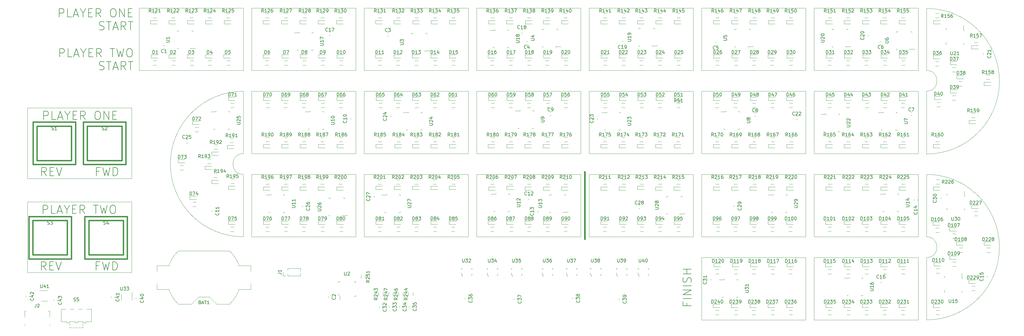
<source format=gbr>
G04 #@! TF.GenerationSoftware,KiCad,Pcbnew,5.1.4+dfsg1-1*
G04 #@! TF.CreationDate,2020-07-30T17:34:22-05:00*
G04 #@! TF.ProjectId,e-cribbage,652d6372-6962-4626-9167-652e6b696361,rev?*
G04 #@! TF.SameCoordinates,Original*
G04 #@! TF.FileFunction,Legend,Top*
G04 #@! TF.FilePolarity,Positive*
%FSLAX46Y46*%
G04 Gerber Fmt 4.6, Leading zero omitted, Abs format (unit mm)*
G04 Created by KiCad (PCBNEW 5.1.4+dfsg1-1) date 2020-07-30 17:34:22*
%MOMM*%
%LPD*%
G04 APERTURE LIST*
%ADD10C,0.150000*%
%ADD11C,0.120000*%
%ADD12C,0.508000*%
%ADD13C,0.100000*%
%ADD14C,0.381000*%
G04 APERTURE END LIST*
D10*
X256612571Y-173119142D02*
X256612571Y-173965809D01*
X257943047Y-173965809D02*
X255403047Y-173965809D01*
X255403047Y-172756285D01*
X257943047Y-171788666D02*
X255403047Y-171788666D01*
X257943047Y-170579142D02*
X255403047Y-170579142D01*
X257943047Y-169127714D01*
X255403047Y-169127714D01*
X257943047Y-167918190D02*
X255403047Y-167918190D01*
X257822095Y-166829619D02*
X257943047Y-166466761D01*
X257943047Y-165862000D01*
X257822095Y-165620095D01*
X257701142Y-165499142D01*
X257459238Y-165378190D01*
X257217333Y-165378190D01*
X256975428Y-165499142D01*
X256854476Y-165620095D01*
X256733523Y-165862000D01*
X256612571Y-166345809D01*
X256491619Y-166587714D01*
X256370666Y-166708666D01*
X256128761Y-166829619D01*
X255886857Y-166829619D01*
X255644952Y-166708666D01*
X255524000Y-166587714D01*
X255403047Y-166345809D01*
X255403047Y-165741047D01*
X255524000Y-165378190D01*
X257943047Y-164289619D02*
X255403047Y-164289619D01*
X256612571Y-164289619D02*
X256612571Y-162838190D01*
X257943047Y-162838190D02*
X255403047Y-162838190D01*
X65422404Y-97975047D02*
X65422404Y-95435047D01*
X66390023Y-95435047D01*
X66631928Y-95556000D01*
X66752880Y-95676952D01*
X66873833Y-95918857D01*
X66873833Y-96281714D01*
X66752880Y-96523619D01*
X66631928Y-96644571D01*
X66390023Y-96765523D01*
X65422404Y-96765523D01*
X69171928Y-97975047D02*
X67962404Y-97975047D01*
X67962404Y-95435047D01*
X69897642Y-97249333D02*
X71107166Y-97249333D01*
X69655738Y-97975047D02*
X70502404Y-95435047D01*
X71349071Y-97975047D01*
X72679547Y-96765523D02*
X72679547Y-97975047D01*
X71832880Y-95435047D02*
X72679547Y-96765523D01*
X73526214Y-95435047D01*
X74372880Y-96644571D02*
X75219547Y-96644571D01*
X75582404Y-97975047D02*
X74372880Y-97975047D01*
X74372880Y-95435047D01*
X75582404Y-95435047D01*
X78122404Y-97975047D02*
X77275738Y-96765523D01*
X76670976Y-97975047D02*
X76670976Y-95435047D01*
X77638595Y-95435047D01*
X77880500Y-95556000D01*
X78001452Y-95676952D01*
X78122404Y-95918857D01*
X78122404Y-96281714D01*
X78001452Y-96523619D01*
X77880500Y-96644571D01*
X77638595Y-96765523D01*
X76670976Y-96765523D01*
X80783357Y-95435047D02*
X82234785Y-95435047D01*
X81509071Y-97975047D02*
X81509071Y-95435047D01*
X82839547Y-95435047D02*
X83444309Y-97975047D01*
X83928119Y-96160761D01*
X84411928Y-97975047D01*
X85016690Y-95435047D01*
X86468119Y-95435047D02*
X86951928Y-95435047D01*
X87193833Y-95556000D01*
X87435738Y-95797904D01*
X87556690Y-96281714D01*
X87556690Y-97128380D01*
X87435738Y-97612190D01*
X87193833Y-97854095D01*
X86951928Y-97975047D01*
X86468119Y-97975047D01*
X86226214Y-97854095D01*
X85984309Y-97612190D01*
X85863357Y-97128380D01*
X85863357Y-96281714D01*
X85984309Y-95797904D01*
X86226214Y-95556000D01*
X86468119Y-95435047D01*
X77517642Y-101814095D02*
X77880500Y-101935047D01*
X78485261Y-101935047D01*
X78727166Y-101814095D01*
X78848119Y-101693142D01*
X78969071Y-101451238D01*
X78969071Y-101209333D01*
X78848119Y-100967428D01*
X78727166Y-100846476D01*
X78485261Y-100725523D01*
X78001452Y-100604571D01*
X77759547Y-100483619D01*
X77638595Y-100362666D01*
X77517642Y-100120761D01*
X77517642Y-99878857D01*
X77638595Y-99636952D01*
X77759547Y-99516000D01*
X78001452Y-99395047D01*
X78606214Y-99395047D01*
X78969071Y-99516000D01*
X79694785Y-99395047D02*
X81146214Y-99395047D01*
X80420500Y-101935047D02*
X80420500Y-99395047D01*
X81871928Y-101209333D02*
X83081452Y-101209333D01*
X81630023Y-101935047D02*
X82476690Y-99395047D01*
X83323357Y-101935047D01*
X85621452Y-101935047D02*
X84774785Y-100725523D01*
X84170023Y-101935047D02*
X84170023Y-99395047D01*
X85137642Y-99395047D01*
X85379547Y-99516000D01*
X85500500Y-99636952D01*
X85621452Y-99878857D01*
X85621452Y-100241714D01*
X85500500Y-100483619D01*
X85379547Y-100604571D01*
X85137642Y-100725523D01*
X84170023Y-100725523D01*
X86347166Y-99395047D02*
X87798595Y-99395047D01*
X87072880Y-101935047D02*
X87072880Y-99395047D01*
X65301452Y-85783047D02*
X65301452Y-83243047D01*
X66269071Y-83243047D01*
X66510976Y-83364000D01*
X66631928Y-83484952D01*
X66752880Y-83726857D01*
X66752880Y-84089714D01*
X66631928Y-84331619D01*
X66510976Y-84452571D01*
X66269071Y-84573523D01*
X65301452Y-84573523D01*
X69050976Y-85783047D02*
X67841452Y-85783047D01*
X67841452Y-83243047D01*
X69776690Y-85057333D02*
X70986214Y-85057333D01*
X69534785Y-85783047D02*
X70381452Y-83243047D01*
X71228119Y-85783047D01*
X72558595Y-84573523D02*
X72558595Y-85783047D01*
X71711928Y-83243047D02*
X72558595Y-84573523D01*
X73405261Y-83243047D01*
X74251928Y-84452571D02*
X75098595Y-84452571D01*
X75461452Y-85783047D02*
X74251928Y-85783047D01*
X74251928Y-83243047D01*
X75461452Y-83243047D01*
X78001452Y-85783047D02*
X77154785Y-84573523D01*
X76550023Y-85783047D02*
X76550023Y-83243047D01*
X77517642Y-83243047D01*
X77759547Y-83364000D01*
X77880500Y-83484952D01*
X78001452Y-83726857D01*
X78001452Y-84089714D01*
X77880500Y-84331619D01*
X77759547Y-84452571D01*
X77517642Y-84573523D01*
X76550023Y-84573523D01*
X81509071Y-83243047D02*
X81992880Y-83243047D01*
X82234785Y-83364000D01*
X82476690Y-83605904D01*
X82597642Y-84089714D01*
X82597642Y-84936380D01*
X82476690Y-85420190D01*
X82234785Y-85662095D01*
X81992880Y-85783047D01*
X81509071Y-85783047D01*
X81267166Y-85662095D01*
X81025261Y-85420190D01*
X80904309Y-84936380D01*
X80904309Y-84089714D01*
X81025261Y-83605904D01*
X81267166Y-83364000D01*
X81509071Y-83243047D01*
X83686214Y-85783047D02*
X83686214Y-83243047D01*
X85137642Y-85783047D01*
X85137642Y-83243047D01*
X86347166Y-84452571D02*
X87193833Y-84452571D01*
X87556690Y-85783047D02*
X86347166Y-85783047D01*
X86347166Y-83243047D01*
X87556690Y-83243047D01*
X77517642Y-89622095D02*
X77880500Y-89743047D01*
X78485261Y-89743047D01*
X78727166Y-89622095D01*
X78848119Y-89501142D01*
X78969071Y-89259238D01*
X78969071Y-89017333D01*
X78848119Y-88775428D01*
X78727166Y-88654476D01*
X78485261Y-88533523D01*
X78001452Y-88412571D01*
X77759547Y-88291619D01*
X77638595Y-88170666D01*
X77517642Y-87928761D01*
X77517642Y-87686857D01*
X77638595Y-87444952D01*
X77759547Y-87324000D01*
X78001452Y-87203047D01*
X78606214Y-87203047D01*
X78969071Y-87324000D01*
X79694785Y-87203047D02*
X81146214Y-87203047D01*
X80420500Y-89743047D02*
X80420500Y-87203047D01*
X81871928Y-89017333D02*
X83081452Y-89017333D01*
X81630023Y-89743047D02*
X82476690Y-87203047D01*
X83323357Y-89743047D01*
X85621452Y-89743047D02*
X84774785Y-88533523D01*
X84170023Y-89743047D02*
X84170023Y-87203047D01*
X85137642Y-87203047D01*
X85379547Y-87324000D01*
X85500500Y-87444952D01*
X85621452Y-87686857D01*
X85621452Y-88049714D01*
X85500500Y-88291619D01*
X85379547Y-88412571D01*
X85137642Y-88533523D01*
X84170023Y-88533523D01*
X86347166Y-87203047D02*
X87798595Y-87203047D01*
X87072880Y-89743047D02*
X87072880Y-87203047D01*
D11*
X87376000Y-113538000D02*
X87376000Y-135128000D01*
X87376000Y-135128000D02*
X55626000Y-135128000D01*
X55626000Y-113538000D02*
X87376000Y-113538000D01*
X55626000Y-135128000D02*
X55626000Y-113538000D01*
D10*
X61401476Y-134245047D02*
X60554809Y-133035523D01*
X59950047Y-134245047D02*
X59950047Y-131705047D01*
X60917666Y-131705047D01*
X61159571Y-131826000D01*
X61280523Y-131946952D01*
X61401476Y-132188857D01*
X61401476Y-132551714D01*
X61280523Y-132793619D01*
X61159571Y-132914571D01*
X60917666Y-133035523D01*
X59950047Y-133035523D01*
X62490047Y-132914571D02*
X63336714Y-132914571D01*
X63699571Y-134245047D02*
X62490047Y-134245047D01*
X62490047Y-131705047D01*
X63699571Y-131705047D01*
X64425285Y-131705047D02*
X65271952Y-134245047D01*
X66118619Y-131705047D01*
X77488142Y-132914571D02*
X76641476Y-132914571D01*
X76641476Y-134245047D02*
X76641476Y-131705047D01*
X77851000Y-131705047D01*
X78576714Y-131705047D02*
X79181476Y-134245047D01*
X79665285Y-132430761D01*
X80149095Y-134245047D01*
X80753857Y-131705047D01*
X81721476Y-134245047D02*
X81721476Y-131705047D01*
X82326238Y-131705047D01*
X82689095Y-131826000D01*
X82931000Y-132067904D01*
X83051952Y-132309809D01*
X83172904Y-132793619D01*
X83172904Y-133156476D01*
X83051952Y-133640285D01*
X82931000Y-133882190D01*
X82689095Y-134124095D01*
X82326238Y-134245047D01*
X81721476Y-134245047D01*
X60560857Y-117100047D02*
X60560857Y-114560047D01*
X61528476Y-114560047D01*
X61770380Y-114681000D01*
X61891333Y-114801952D01*
X62012285Y-115043857D01*
X62012285Y-115406714D01*
X61891333Y-115648619D01*
X61770380Y-115769571D01*
X61528476Y-115890523D01*
X60560857Y-115890523D01*
X64310380Y-117100047D02*
X63100857Y-117100047D01*
X63100857Y-114560047D01*
X65036095Y-116374333D02*
X66245619Y-116374333D01*
X64794190Y-117100047D02*
X65640857Y-114560047D01*
X66487523Y-117100047D01*
X67818000Y-115890523D02*
X67818000Y-117100047D01*
X66971333Y-114560047D02*
X67818000Y-115890523D01*
X68664666Y-114560047D01*
X69511333Y-115769571D02*
X70358000Y-115769571D01*
X70720857Y-117100047D02*
X69511333Y-117100047D01*
X69511333Y-114560047D01*
X70720857Y-114560047D01*
X73260857Y-117100047D02*
X72414190Y-115890523D01*
X71809428Y-117100047D02*
X71809428Y-114560047D01*
X72777047Y-114560047D01*
X73018952Y-114681000D01*
X73139904Y-114801952D01*
X73260857Y-115043857D01*
X73260857Y-115406714D01*
X73139904Y-115648619D01*
X73018952Y-115769571D01*
X72777047Y-115890523D01*
X71809428Y-115890523D01*
X76768476Y-114560047D02*
X77252285Y-114560047D01*
X77494190Y-114681000D01*
X77736095Y-114922904D01*
X77857047Y-115406714D01*
X77857047Y-116253380D01*
X77736095Y-116737190D01*
X77494190Y-116979095D01*
X77252285Y-117100047D01*
X76768476Y-117100047D01*
X76526571Y-116979095D01*
X76284666Y-116737190D01*
X76163714Y-116253380D01*
X76163714Y-115406714D01*
X76284666Y-114922904D01*
X76526571Y-114681000D01*
X76768476Y-114560047D01*
X78945619Y-117100047D02*
X78945619Y-114560047D01*
X80397047Y-117100047D01*
X80397047Y-114560047D01*
X81606571Y-115769571D02*
X82453238Y-115769571D01*
X82816095Y-117100047D02*
X81606571Y-117100047D01*
X81606571Y-114560047D01*
X82816095Y-114560047D01*
X61274476Y-163074047D02*
X60427809Y-161864523D01*
X59823047Y-163074047D02*
X59823047Y-160534047D01*
X60790666Y-160534047D01*
X61032571Y-160655000D01*
X61153523Y-160775952D01*
X61274476Y-161017857D01*
X61274476Y-161380714D01*
X61153523Y-161622619D01*
X61032571Y-161743571D01*
X60790666Y-161864523D01*
X59823047Y-161864523D01*
X62363047Y-161743571D02*
X63209714Y-161743571D01*
X63572571Y-163074047D02*
X62363047Y-163074047D01*
X62363047Y-160534047D01*
X63572571Y-160534047D01*
X64298285Y-160534047D02*
X65144952Y-163074047D01*
X65991619Y-160534047D01*
X77361142Y-161743571D02*
X76514476Y-161743571D01*
X76514476Y-163074047D02*
X76514476Y-160534047D01*
X77724000Y-160534047D01*
X78449714Y-160534047D02*
X79054476Y-163074047D01*
X79538285Y-161259761D01*
X80022095Y-163074047D01*
X80626857Y-160534047D01*
X81594476Y-163074047D02*
X81594476Y-160534047D01*
X82199238Y-160534047D01*
X82562095Y-160655000D01*
X82804000Y-160896904D01*
X82924952Y-161138809D01*
X83045904Y-161622619D01*
X83045904Y-161985476D01*
X82924952Y-162469285D01*
X82804000Y-162711190D01*
X82562095Y-162953095D01*
X82199238Y-163074047D01*
X81594476Y-163074047D01*
X60367333Y-145802047D02*
X60367333Y-143262047D01*
X61334952Y-143262047D01*
X61576857Y-143383000D01*
X61697809Y-143503952D01*
X61818761Y-143745857D01*
X61818761Y-144108714D01*
X61697809Y-144350619D01*
X61576857Y-144471571D01*
X61334952Y-144592523D01*
X60367333Y-144592523D01*
X64116857Y-145802047D02*
X62907333Y-145802047D01*
X62907333Y-143262047D01*
X64842571Y-145076333D02*
X66052095Y-145076333D01*
X64600666Y-145802047D02*
X65447333Y-143262047D01*
X66294000Y-145802047D01*
X67624476Y-144592523D02*
X67624476Y-145802047D01*
X66777809Y-143262047D02*
X67624476Y-144592523D01*
X68471142Y-143262047D01*
X69317809Y-144471571D02*
X70164476Y-144471571D01*
X70527333Y-145802047D02*
X69317809Y-145802047D01*
X69317809Y-143262047D01*
X70527333Y-143262047D01*
X73067333Y-145802047D02*
X72220666Y-144592523D01*
X71615904Y-145802047D02*
X71615904Y-143262047D01*
X72583523Y-143262047D01*
X72825428Y-143383000D01*
X72946380Y-143503952D01*
X73067333Y-143745857D01*
X73067333Y-144108714D01*
X72946380Y-144350619D01*
X72825428Y-144471571D01*
X72583523Y-144592523D01*
X71615904Y-144592523D01*
X75728285Y-143262047D02*
X77179714Y-143262047D01*
X76454000Y-145802047D02*
X76454000Y-143262047D01*
X77784476Y-143262047D02*
X78389238Y-145802047D01*
X78873047Y-143987761D01*
X79356857Y-145802047D01*
X79961619Y-143262047D01*
X81413047Y-143262047D02*
X81896857Y-143262047D01*
X82138761Y-143383000D01*
X82380666Y-143624904D01*
X82501619Y-144108714D01*
X82501619Y-144955380D01*
X82380666Y-145439190D01*
X82138761Y-145681095D01*
X81896857Y-145802047D01*
X81413047Y-145802047D01*
X81171142Y-145681095D01*
X80929238Y-145439190D01*
X80808285Y-144955380D01*
X80808285Y-144108714D01*
X80929238Y-143624904D01*
X81171142Y-143383000D01*
X81413047Y-143262047D01*
D11*
X55626000Y-142240000D02*
X87376000Y-142240000D01*
X55626000Y-163830000D02*
X55626000Y-142240000D01*
X87376000Y-142240000D02*
X87376000Y-163830000D01*
X87376000Y-163830000D02*
X55626000Y-163830000D01*
D12*
X225552000Y-153670000D02*
X225552000Y-133096000D01*
D11*
X121412000Y-133858000D02*
X121412000Y-152905460D01*
X121412000Y-108458000D02*
X121412000Y-127508000D01*
X329692000Y-159259270D02*
X329692000Y-178308000D01*
X329692000Y-133860540D02*
X329692000Y-152909270D01*
X329692000Y-127633730D02*
X329692000Y-108458000D01*
X329692000Y-83186270D02*
X329692000Y-102108000D01*
X121412000Y-133858000D02*
G75*
G02X121412000Y-127508000I0J3175000D01*
G01*
X329692000Y-152909270D02*
G75*
G02X329692000Y-159259270I0J-3175000D01*
G01*
X329692000Y-102108000D02*
G75*
G02X329692000Y-108458000I0J-3175000D01*
G01*
X121412000Y-152905460D02*
G75*
G02X121412000Y-108458000I0J22223730D01*
G01*
X329692000Y-83186270D02*
G75*
G02X329692000Y-127633730I0J-22223730D01*
G01*
X329692000Y-133860540D02*
G75*
G02X329692000Y-178308000I0J-22223730D01*
G01*
X89662000Y-83058000D02*
X121412000Y-83058000D01*
X89662000Y-102108000D02*
X89662000Y-83058000D01*
X261112000Y-178308000D02*
X261112000Y-159258000D01*
X121412000Y-83058000D02*
X121412000Y-102108000D01*
X292862000Y-178308000D02*
X261112000Y-178308000D01*
X261112000Y-159258000D02*
X292862000Y-159258000D01*
X121412000Y-102108000D02*
X89662000Y-102108000D01*
X295402000Y-178308000D02*
X295402000Y-159258000D01*
X295402000Y-159258000D02*
X327152000Y-159258000D01*
X327152000Y-159258000D02*
X327152000Y-178308000D01*
X292862000Y-159258000D02*
X292862000Y-178308000D01*
X327152000Y-178308000D02*
X295402000Y-178308000D01*
X327152000Y-152908000D02*
X295402000Y-152908000D01*
X292862000Y-152908000D02*
X261112000Y-152908000D01*
X258572000Y-152908000D02*
X226822000Y-152908000D01*
X224282000Y-152908000D02*
X192532000Y-152908000D01*
X189992000Y-152908000D02*
X158242000Y-152908000D01*
X155702000Y-152908000D02*
X123952000Y-152908000D01*
X327152000Y-127508000D02*
X295402000Y-127508000D01*
X292862000Y-127508000D02*
X261112000Y-127508000D01*
X258572000Y-127508000D02*
X226822000Y-127508000D01*
X224282000Y-127508000D02*
X192532000Y-127508000D01*
X189992000Y-127508000D02*
X158242000Y-127508000D01*
X155702000Y-127508000D02*
X123952000Y-127508000D01*
X327152000Y-102108000D02*
X295402000Y-102108000D01*
X292862000Y-102108000D02*
X261112000Y-102108000D01*
X258572000Y-102108000D02*
X226822000Y-102108000D01*
X224282000Y-102108000D02*
X192532000Y-102108000D01*
X189992000Y-102108000D02*
X158242000Y-102108000D01*
X327152000Y-133858000D02*
X327152000Y-152908000D01*
X292862000Y-133858000D02*
X292862000Y-152908000D01*
X258572000Y-133858000D02*
X258572000Y-152908000D01*
X224282000Y-133858000D02*
X224282000Y-152908000D01*
X189992000Y-133858000D02*
X189992000Y-152908000D01*
X155702000Y-133858000D02*
X155702000Y-152908000D01*
X327152000Y-108458000D02*
X327152000Y-127508000D01*
X292862000Y-108458000D02*
X292862000Y-127508000D01*
X258572000Y-108458000D02*
X258572000Y-127508000D01*
X224282000Y-108458000D02*
X224282000Y-127508000D01*
X189992000Y-108458000D02*
X189992000Y-127508000D01*
X155702000Y-108458000D02*
X155702000Y-127508000D01*
X327152000Y-83058000D02*
X327152000Y-102108000D01*
X292862000Y-83058000D02*
X292862000Y-102108000D01*
X258572000Y-83058000D02*
X258572000Y-102108000D01*
X224282000Y-83058000D02*
X224282000Y-102108000D01*
X189992000Y-83058000D02*
X189992000Y-102108000D01*
X295402000Y-152908000D02*
X295402000Y-133858000D01*
X261112000Y-152908000D02*
X261112000Y-133858000D01*
X226822000Y-152908000D02*
X226822000Y-133858000D01*
X192532000Y-152908000D02*
X192532000Y-133858000D01*
X158242000Y-152908000D02*
X158242000Y-133858000D01*
X123952000Y-152908000D02*
X123952000Y-133858000D01*
X295402000Y-127508000D02*
X295402000Y-108458000D01*
X261112000Y-127508000D02*
X261112000Y-108458000D01*
X226822000Y-127508000D02*
X226822000Y-108458000D01*
X192532000Y-127508000D02*
X192532000Y-108458000D01*
X158242000Y-127508000D02*
X158242000Y-108458000D01*
X123952000Y-127508000D02*
X123952000Y-108458000D01*
X295402000Y-102108000D02*
X295402000Y-83058000D01*
X261112000Y-102108000D02*
X261112000Y-83058000D01*
X226822000Y-102108000D02*
X226822000Y-83058000D01*
X192532000Y-102108000D02*
X192532000Y-83058000D01*
X158242000Y-102108000D02*
X158242000Y-83058000D01*
X295402000Y-133858000D02*
X327152000Y-133858000D01*
X261112000Y-133858000D02*
X292862000Y-133858000D01*
X226822000Y-133858000D02*
X258572000Y-133858000D01*
X192532000Y-133858000D02*
X224282000Y-133858000D01*
X158242000Y-133858000D02*
X189992000Y-133858000D01*
X123952000Y-133858000D02*
X155702000Y-133858000D01*
X295402000Y-108458000D02*
X327152000Y-108458000D01*
X261112000Y-108458000D02*
X292862000Y-108458000D01*
X226822000Y-108458000D02*
X258572000Y-108458000D01*
X192532000Y-108458000D02*
X224282000Y-108458000D01*
X158242000Y-108458000D02*
X189992000Y-108458000D01*
X123952000Y-108458000D02*
X155702000Y-108458000D01*
X295402000Y-83058000D02*
X327152000Y-83058000D01*
X261112000Y-83058000D02*
X292862000Y-83058000D01*
X226822000Y-83058000D02*
X258572000Y-83058000D01*
X192532000Y-83058000D02*
X224282000Y-83058000D01*
X158242000Y-83058000D02*
X189992000Y-83058000D01*
X123952000Y-102108000D02*
X123952000Y-83058000D01*
X155702000Y-102108000D02*
X123952000Y-102108000D01*
X155702000Y-83058000D02*
X155702000Y-102108000D01*
X123952000Y-83058000D02*
X155702000Y-83058000D01*
G04 #@! TO.C,C17*
X147590733Y-90422000D02*
X147933267Y-90422000D01*
X147590733Y-91442000D02*
X147933267Y-91442000D01*
G04 #@! TO.C,C1*
X97387267Y-95506000D02*
X97044733Y-95506000D01*
X97387267Y-94486000D02*
X97044733Y-94486000D01*
G04 #@! TO.C,C2*
X148338000Y-171090733D02*
X148338000Y-171433267D01*
X147318000Y-171090733D02*
X147318000Y-171433267D01*
G04 #@! TO.C,C3*
X165666267Y-91569000D02*
X165323733Y-91569000D01*
X165666267Y-90549000D02*
X165323733Y-90549000D01*
G04 #@! TO.C,C5*
X265601267Y-94490000D02*
X265258733Y-94490000D01*
X265601267Y-93470000D02*
X265258733Y-93470000D01*
G04 #@! TO.C,C6*
X315893267Y-94236000D02*
X315550733Y-94236000D01*
X315893267Y-93216000D02*
X315550733Y-93216000D01*
G04 #@! TO.C,C7*
X324882733Y-114806000D02*
X325225267Y-114806000D01*
X324882733Y-115826000D02*
X325225267Y-115826000D01*
G04 #@! TO.C,C8*
X277262733Y-115060000D02*
X277605267Y-115060000D01*
X277262733Y-116080000D02*
X277605267Y-116080000D01*
G04 #@! TO.C,C9*
X214900733Y-114806000D02*
X215243267Y-114806000D01*
X214900733Y-115826000D02*
X215243267Y-115826000D01*
G04 #@! TO.C,C10*
X153160000Y-117011267D02*
X153160000Y-116668733D01*
X154180000Y-117011267D02*
X154180000Y-116668733D01*
G04 #@! TO.C,C11*
X112778000Y-144862733D02*
X112778000Y-145205267D01*
X111758000Y-144862733D02*
X111758000Y-145205267D01*
G04 #@! TO.C,C12*
X208296733Y-140460000D02*
X208639267Y-140460000D01*
X208296733Y-141480000D02*
X208639267Y-141480000D01*
G04 #@! TO.C,C14*
X325880000Y-141837267D02*
X325880000Y-141494733D01*
X326900000Y-141837267D02*
X326900000Y-141494733D01*
G04 #@! TO.C,C15*
X347216000Y-165271267D02*
X347216000Y-164928733D01*
X348236000Y-165271267D02*
X348236000Y-164928733D01*
G04 #@! TO.C,C16*
X315616733Y-165860000D02*
X315959267Y-165860000D01*
X315616733Y-166880000D02*
X315959267Y-166880000D01*
G04 #@! TO.C,C18*
X206137733Y-89660000D02*
X206480267Y-89660000D01*
X206137733Y-90680000D02*
X206480267Y-90680000D01*
G04 #@! TO.C,C19*
X237153267Y-94236000D02*
X236810733Y-94236000D01*
X237153267Y-93216000D02*
X236810733Y-93216000D01*
G04 #@! TO.C,C20*
X310894000Y-91611267D02*
X310894000Y-91268733D01*
X311914000Y-91611267D02*
X311914000Y-91268733D01*
G04 #@! TO.C,C21*
X348109000Y-96856733D02*
X348109000Y-97199267D01*
X347089000Y-96856733D02*
X347089000Y-97199267D01*
G04 #@! TO.C,C22*
X289962733Y-116076000D02*
X290305267Y-116076000D01*
X289962733Y-117096000D02*
X290305267Y-117096000D01*
G04 #@! TO.C,C23*
X228344000Y-117011267D02*
X228344000Y-116668733D01*
X229364000Y-117011267D02*
X229364000Y-116668733D01*
G04 #@! TO.C,C24*
X165352000Y-116315267D02*
X165352000Y-115972733D01*
X166372000Y-116315267D02*
X166372000Y-115972733D01*
G04 #@! TO.C,C25*
X104034733Y-123188000D02*
X104377267Y-123188000D01*
X104034733Y-124208000D02*
X104377267Y-124208000D01*
G04 #@! TO.C,C26*
X140464000Y-143404733D02*
X140464000Y-143747267D01*
X139444000Y-143404733D02*
X139444000Y-143747267D01*
G04 #@! TO.C,C27*
X160272000Y-140821267D02*
X160272000Y-140478733D01*
X161292000Y-140821267D02*
X161292000Y-140478733D01*
G04 #@! TO.C,C28*
X241956733Y-143254000D02*
X242299267Y-143254000D01*
X241956733Y-144274000D02*
X242299267Y-144274000D01*
G04 #@! TO.C,C29*
X272036000Y-143338733D02*
X272036000Y-143681267D01*
X271016000Y-143338733D02*
X271016000Y-143681267D01*
G04 #@! TO.C,C30*
X332992000Y-141329267D02*
X332992000Y-140986733D01*
X334012000Y-141329267D02*
X334012000Y-140986733D01*
G04 #@! TO.C,C31*
X262888000Y-166221267D02*
X262888000Y-165878733D01*
X263908000Y-166221267D02*
X263908000Y-165878733D01*
G04 #@! TO.C,C32*
X163832000Y-174260733D02*
X163832000Y-174603267D01*
X162812000Y-174260733D02*
X162812000Y-174603267D01*
G04 #@! TO.C,C33*
X166880000Y-174138733D02*
X166880000Y-174481267D01*
X165860000Y-174138733D02*
X165860000Y-174481267D01*
G04 #@! TO.C,C34*
X169928000Y-174138733D02*
X169928000Y-174481267D01*
X168908000Y-174138733D02*
X168908000Y-174481267D01*
G04 #@! TO.C,C35*
X172976000Y-174072733D02*
X172976000Y-174415267D01*
X171956000Y-174072733D02*
X171956000Y-174415267D01*
G04 #@! TO.C,C36*
X189994000Y-171532733D02*
X189994000Y-171875267D01*
X188974000Y-171532733D02*
X188974000Y-171875267D01*
G04 #@! TO.C,C37*
X204980000Y-171786733D02*
X204980000Y-172129267D01*
X203960000Y-171786733D02*
X203960000Y-172129267D01*
G04 #@! TO.C,C38*
X222760000Y-171532733D02*
X222760000Y-171875267D01*
X221740000Y-171532733D02*
X221740000Y-171875267D01*
G04 #@! TO.C,C39*
X236984000Y-171786733D02*
X236984000Y-172129267D01*
X235964000Y-171786733D02*
X235964000Y-172129267D01*
G04 #@! TO.C,C13*
X211203000Y-144989733D02*
X211203000Y-145332267D01*
X210183000Y-144989733D02*
X210183000Y-145332267D01*
D13*
G04 #@! TO.C,U1*
X105232000Y-95410000D02*
X105532000Y-95410000D01*
X105532000Y-95410000D02*
X105632000Y-95310000D01*
X105632000Y-95310000D02*
X106932000Y-95310000D01*
X106032000Y-90210000D02*
X106032000Y-90010000D01*
X106032000Y-90010000D02*
X105632000Y-90010000D01*
X101232000Y-95210000D02*
X101232000Y-95410000D01*
X101232000Y-95410000D02*
X101632000Y-95410000D01*
X101232000Y-90110000D02*
X101232000Y-90210000D01*
X101232000Y-90210000D02*
X101232000Y-90010000D01*
X101232000Y-90010000D02*
X101732000Y-90010000D01*
G04 #@! TO.C,U5*
X275158000Y-94902000D02*
X275458000Y-94902000D01*
X275458000Y-94902000D02*
X275558000Y-94802000D01*
X275558000Y-94802000D02*
X276858000Y-94802000D01*
X275958000Y-89702000D02*
X275958000Y-89502000D01*
X275958000Y-89502000D02*
X275558000Y-89502000D01*
X271158000Y-94702000D02*
X271158000Y-94902000D01*
X271158000Y-94902000D02*
X271558000Y-94902000D01*
X271158000Y-89602000D02*
X271158000Y-89702000D01*
X271158000Y-89702000D02*
X271158000Y-89502000D01*
X271158000Y-89502000D02*
X271658000Y-89502000D01*
G04 #@! TO.C,U3*
X176606000Y-96172000D02*
X176906000Y-96172000D01*
X176906000Y-96172000D02*
X177006000Y-96072000D01*
X177006000Y-96072000D02*
X178306000Y-96072000D01*
X177406000Y-90972000D02*
X177406000Y-90772000D01*
X177406000Y-90772000D02*
X177006000Y-90772000D01*
X172606000Y-95972000D02*
X172606000Y-96172000D01*
X172606000Y-96172000D02*
X173006000Y-96172000D01*
X172606000Y-90872000D02*
X172606000Y-90972000D01*
X172606000Y-90972000D02*
X172606000Y-90772000D01*
X172606000Y-90772000D02*
X173106000Y-90772000D01*
G04 #@! TO.C,U4*
X216484000Y-94902000D02*
X216784000Y-94902000D01*
X216784000Y-94902000D02*
X216884000Y-94802000D01*
X216884000Y-94802000D02*
X218184000Y-94802000D01*
X217284000Y-89702000D02*
X217284000Y-89502000D01*
X217284000Y-89502000D02*
X216884000Y-89502000D01*
X212484000Y-94702000D02*
X212484000Y-94902000D01*
X212484000Y-94902000D02*
X212884000Y-94902000D01*
X212484000Y-89602000D02*
X212484000Y-89702000D01*
X212484000Y-89702000D02*
X212484000Y-89502000D01*
X212484000Y-89502000D02*
X212984000Y-89502000D01*
G04 #@! TO.C,U6*
X324434000Y-95664000D02*
X324734000Y-95664000D01*
X324734000Y-95664000D02*
X324834000Y-95564000D01*
X324834000Y-95564000D02*
X326134000Y-95564000D01*
X325234000Y-90464000D02*
X325234000Y-90264000D01*
X325234000Y-90264000D02*
X324834000Y-90264000D01*
X320434000Y-95464000D02*
X320434000Y-95664000D01*
X320434000Y-95664000D02*
X320834000Y-95664000D01*
X320434000Y-90364000D02*
X320434000Y-90464000D01*
X320434000Y-90464000D02*
X320434000Y-90264000D01*
X320434000Y-90264000D02*
X320934000Y-90264000D01*
G04 #@! TO.C,U7*
X316662000Y-114902000D02*
X316362000Y-114902000D01*
X316362000Y-114902000D02*
X316262000Y-115002000D01*
X316262000Y-115002000D02*
X314962000Y-115002000D01*
X315862000Y-120102000D02*
X315862000Y-120302000D01*
X315862000Y-120302000D02*
X316262000Y-120302000D01*
X320662000Y-115102000D02*
X320662000Y-114902000D01*
X320662000Y-114902000D02*
X320262000Y-114902000D01*
X320662000Y-120202000D02*
X320662000Y-120102000D01*
X320662000Y-120102000D02*
X320662000Y-120302000D01*
X320662000Y-120302000D02*
X320162000Y-120302000D01*
G04 #@! TO.C,U8*
X268656000Y-114648000D02*
X268356000Y-114648000D01*
X268356000Y-114648000D02*
X268256000Y-114748000D01*
X268256000Y-114748000D02*
X266956000Y-114748000D01*
X267856000Y-119848000D02*
X267856000Y-120048000D01*
X267856000Y-120048000D02*
X268256000Y-120048000D01*
X272656000Y-114848000D02*
X272656000Y-114648000D01*
X272656000Y-114648000D02*
X272256000Y-114648000D01*
X272656000Y-119948000D02*
X272656000Y-119848000D01*
X272656000Y-119848000D02*
X272656000Y-120048000D01*
X272656000Y-120048000D02*
X272156000Y-120048000D01*
G04 #@! TO.C,U9*
X205918000Y-114394000D02*
X205618000Y-114394000D01*
X205618000Y-114394000D02*
X205518000Y-114494000D01*
X205518000Y-114494000D02*
X204218000Y-114494000D01*
X205118000Y-119594000D02*
X205118000Y-119794000D01*
X205118000Y-119794000D02*
X205518000Y-119794000D01*
X209918000Y-114594000D02*
X209918000Y-114394000D01*
X209918000Y-114394000D02*
X209518000Y-114394000D01*
X209918000Y-119694000D02*
X209918000Y-119594000D01*
X209918000Y-119594000D02*
X209918000Y-119794000D01*
X209918000Y-119794000D02*
X209418000Y-119794000D01*
G04 #@! TO.C,U10*
X141910000Y-114648000D02*
X141610000Y-114648000D01*
X141610000Y-114648000D02*
X141510000Y-114748000D01*
X141510000Y-114748000D02*
X140210000Y-114748000D01*
X141110000Y-119848000D02*
X141110000Y-120048000D01*
X141110000Y-120048000D02*
X141510000Y-120048000D01*
X145910000Y-114848000D02*
X145910000Y-114648000D01*
X145910000Y-114648000D02*
X145510000Y-114648000D01*
X145910000Y-119948000D02*
X145910000Y-119848000D01*
X145910000Y-119848000D02*
X145910000Y-120048000D01*
X145910000Y-120048000D02*
X145410000Y-120048000D01*
G04 #@! TO.C,U11*
X129972000Y-140048000D02*
X129672000Y-140048000D01*
X129672000Y-140048000D02*
X129572000Y-140148000D01*
X129572000Y-140148000D02*
X128272000Y-140148000D01*
X129172000Y-145248000D02*
X129172000Y-145448000D01*
X129172000Y-145448000D02*
X129572000Y-145448000D01*
X133972000Y-140248000D02*
X133972000Y-140048000D01*
X133972000Y-140048000D02*
X133572000Y-140048000D01*
X133972000Y-145348000D02*
X133972000Y-145248000D01*
X133972000Y-145248000D02*
X133972000Y-145448000D01*
X133972000Y-145448000D02*
X133472000Y-145448000D01*
G04 #@! TO.C,U12*
X198552000Y-139794000D02*
X198252000Y-139794000D01*
X198252000Y-139794000D02*
X198152000Y-139894000D01*
X198152000Y-139894000D02*
X196852000Y-139894000D01*
X197752000Y-144994000D02*
X197752000Y-145194000D01*
X197752000Y-145194000D02*
X198152000Y-145194000D01*
X202552000Y-139994000D02*
X202552000Y-139794000D01*
X202552000Y-139794000D02*
X202152000Y-139794000D01*
X202552000Y-145094000D02*
X202552000Y-144994000D01*
X202552000Y-144994000D02*
X202552000Y-145194000D01*
X202552000Y-145194000D02*
X202052000Y-145194000D01*
G04 #@! TO.C,U13*
X218770000Y-145448000D02*
X219070000Y-145448000D01*
X219070000Y-145448000D02*
X219170000Y-145348000D01*
X219170000Y-145348000D02*
X220470000Y-145348000D01*
X219570000Y-140248000D02*
X219570000Y-140048000D01*
X219570000Y-140048000D02*
X219170000Y-140048000D01*
X214770000Y-145248000D02*
X214770000Y-145448000D01*
X214770000Y-145448000D02*
X215170000Y-145448000D01*
X214770000Y-140148000D02*
X214770000Y-140248000D01*
X214770000Y-140248000D02*
X214770000Y-140048000D01*
X214770000Y-140048000D02*
X215270000Y-140048000D01*
G04 #@! TO.C,U14*
X317170000Y-139794000D02*
X316870000Y-139794000D01*
X316870000Y-139794000D02*
X316770000Y-139894000D01*
X316770000Y-139894000D02*
X315470000Y-139894000D01*
X316370000Y-144994000D02*
X316370000Y-145194000D01*
X316370000Y-145194000D02*
X316770000Y-145194000D01*
X321170000Y-139994000D02*
X321170000Y-139794000D01*
X321170000Y-139794000D02*
X320770000Y-139794000D01*
X321170000Y-145094000D02*
X321170000Y-144994000D01*
X321170000Y-144994000D02*
X321170000Y-145194000D01*
X321170000Y-145194000D02*
X320670000Y-145194000D01*
G04 #@! TO.C,U15*
X340520000Y-165786000D02*
X340520000Y-165486000D01*
X340520000Y-165486000D02*
X340420000Y-165386000D01*
X340420000Y-165386000D02*
X340420000Y-164086000D01*
X335320000Y-164986000D02*
X335120000Y-164986000D01*
X335120000Y-164986000D02*
X335120000Y-165386000D01*
X340320000Y-169786000D02*
X340520000Y-169786000D01*
X340520000Y-169786000D02*
X340520000Y-169386000D01*
X335220000Y-169786000D02*
X335320000Y-169786000D01*
X335320000Y-169786000D02*
X335120000Y-169786000D01*
X335120000Y-169786000D02*
X335120000Y-169286000D01*
G04 #@! TO.C,U16*
X306248000Y-165448000D02*
X305948000Y-165448000D01*
X305948000Y-165448000D02*
X305848000Y-165548000D01*
X305848000Y-165548000D02*
X304548000Y-165548000D01*
X305448000Y-170648000D02*
X305448000Y-170848000D01*
X305448000Y-170848000D02*
X305848000Y-170848000D01*
X310248000Y-165648000D02*
X310248000Y-165448000D01*
X310248000Y-165448000D02*
X309848000Y-165448000D01*
X310248000Y-170748000D02*
X310248000Y-170648000D01*
X310248000Y-170648000D02*
X310248000Y-170848000D01*
X310248000Y-170848000D02*
X309748000Y-170848000D01*
G04 #@! TO.C,U17*
X138608000Y-90518000D02*
X138308000Y-90518000D01*
X138308000Y-90518000D02*
X138208000Y-90618000D01*
X138208000Y-90618000D02*
X136908000Y-90618000D01*
X137808000Y-95718000D02*
X137808000Y-95918000D01*
X137808000Y-95918000D02*
X138208000Y-95918000D01*
X142608000Y-90718000D02*
X142608000Y-90518000D01*
X142608000Y-90518000D02*
X142208000Y-90518000D01*
X142608000Y-95818000D02*
X142608000Y-95718000D01*
X142608000Y-95718000D02*
X142608000Y-95918000D01*
X142608000Y-95918000D02*
X142108000Y-95918000D01*
G04 #@! TO.C,U18*
X198304000Y-89715000D02*
X198004000Y-89715000D01*
X198004000Y-89715000D02*
X197904000Y-89815000D01*
X197904000Y-89815000D02*
X196604000Y-89815000D01*
X197504000Y-94915000D02*
X197504000Y-95115000D01*
X197504000Y-95115000D02*
X197904000Y-95115000D01*
X202304000Y-89915000D02*
X202304000Y-89715000D01*
X202304000Y-89715000D02*
X201904000Y-89715000D01*
X202304000Y-95015000D02*
X202304000Y-94915000D01*
X202304000Y-94915000D02*
X202304000Y-95115000D01*
X202304000Y-95115000D02*
X201804000Y-95115000D01*
G04 #@! TO.C,U19*
X245948000Y-94648000D02*
X246248000Y-94648000D01*
X246248000Y-94648000D02*
X246348000Y-94548000D01*
X246348000Y-94548000D02*
X247648000Y-94548000D01*
X246748000Y-89448000D02*
X246748000Y-89248000D01*
X246748000Y-89248000D02*
X246348000Y-89248000D01*
X241948000Y-94448000D02*
X241948000Y-94648000D01*
X241948000Y-94648000D02*
X242348000Y-94648000D01*
X241948000Y-89348000D02*
X241948000Y-89448000D01*
X241948000Y-89448000D02*
X241948000Y-89248000D01*
X241948000Y-89248000D02*
X242448000Y-89248000D01*
G04 #@! TO.C,U20*
X304876000Y-94902000D02*
X305176000Y-94902000D01*
X305176000Y-94902000D02*
X305276000Y-94802000D01*
X305276000Y-94802000D02*
X306576000Y-94802000D01*
X305676000Y-89702000D02*
X305676000Y-89502000D01*
X305676000Y-89502000D02*
X305276000Y-89502000D01*
X300876000Y-94702000D02*
X300876000Y-94902000D01*
X300876000Y-94902000D02*
X301276000Y-94902000D01*
X300876000Y-89602000D02*
X300876000Y-89702000D01*
X300876000Y-89702000D02*
X300876000Y-89502000D01*
X300876000Y-89502000D02*
X301376000Y-89502000D01*
G04 #@! TO.C,U21*
X341028000Y-90094000D02*
X341028000Y-89794000D01*
X341028000Y-89794000D02*
X340928000Y-89694000D01*
X340928000Y-89694000D02*
X340928000Y-88394000D01*
X335828000Y-89294000D02*
X335628000Y-89294000D01*
X335628000Y-89294000D02*
X335628000Y-89694000D01*
X340828000Y-94094000D02*
X341028000Y-94094000D01*
X341028000Y-94094000D02*
X341028000Y-93694000D01*
X335728000Y-94094000D02*
X335828000Y-94094000D01*
X335828000Y-94094000D02*
X335628000Y-94094000D01*
X335628000Y-94094000D02*
X335628000Y-93594000D01*
G04 #@! TO.C,U22*
X299136000Y-115410000D02*
X298836000Y-115410000D01*
X298836000Y-115410000D02*
X298736000Y-115510000D01*
X298736000Y-115510000D02*
X297436000Y-115510000D01*
X298336000Y-120610000D02*
X298336000Y-120810000D01*
X298336000Y-120810000D02*
X298736000Y-120810000D01*
X303136000Y-115610000D02*
X303136000Y-115410000D01*
X303136000Y-115410000D02*
X302736000Y-115410000D01*
X303136000Y-120710000D02*
X303136000Y-120610000D01*
X303136000Y-120610000D02*
X303136000Y-120810000D01*
X303136000Y-120810000D02*
X302636000Y-120810000D01*
G04 #@! TO.C,U23*
X232334000Y-114902000D02*
X232034000Y-114902000D01*
X232034000Y-114902000D02*
X231934000Y-115002000D01*
X231934000Y-115002000D02*
X230634000Y-115002000D01*
X231534000Y-120102000D02*
X231534000Y-120302000D01*
X231534000Y-120302000D02*
X231934000Y-120302000D01*
X236334000Y-115102000D02*
X236334000Y-114902000D01*
X236334000Y-114902000D02*
X235934000Y-114902000D01*
X236334000Y-120202000D02*
X236334000Y-120102000D01*
X236334000Y-120102000D02*
X236334000Y-120302000D01*
X236334000Y-120302000D02*
X235834000Y-120302000D01*
G04 #@! TO.C,U24*
X171882000Y-114902000D02*
X171582000Y-114902000D01*
X171582000Y-114902000D02*
X171482000Y-115002000D01*
X171482000Y-115002000D02*
X170182000Y-115002000D01*
X171082000Y-120102000D02*
X171082000Y-120302000D01*
X171082000Y-120302000D02*
X171482000Y-120302000D01*
X175882000Y-115102000D02*
X175882000Y-114902000D01*
X175882000Y-114902000D02*
X175482000Y-114902000D01*
X175882000Y-120202000D02*
X175882000Y-120102000D01*
X175882000Y-120102000D02*
X175882000Y-120302000D01*
X175882000Y-120302000D02*
X175382000Y-120302000D01*
G04 #@! TO.C,U25*
X113208000Y-114648000D02*
X112908000Y-114648000D01*
X112908000Y-114648000D02*
X112808000Y-114748000D01*
X112808000Y-114748000D02*
X111508000Y-114748000D01*
X112408000Y-119848000D02*
X112408000Y-120048000D01*
X112408000Y-120048000D02*
X112808000Y-120048000D01*
X117208000Y-114848000D02*
X117208000Y-114648000D01*
X117208000Y-114648000D02*
X116808000Y-114648000D01*
X117208000Y-119948000D02*
X117208000Y-119848000D01*
X117208000Y-119848000D02*
X117208000Y-120048000D01*
X117208000Y-120048000D02*
X116708000Y-120048000D01*
G04 #@! TO.C,U26*
X151460000Y-146464000D02*
X151760000Y-146464000D01*
X151760000Y-146464000D02*
X151860000Y-146364000D01*
X151860000Y-146364000D02*
X153160000Y-146364000D01*
X152260000Y-141264000D02*
X152260000Y-141064000D01*
X152260000Y-141064000D02*
X151860000Y-141064000D01*
X147460000Y-146264000D02*
X147460000Y-146464000D01*
X147460000Y-146464000D02*
X147860000Y-146464000D01*
X147460000Y-141164000D02*
X147460000Y-141264000D01*
X147460000Y-141264000D02*
X147460000Y-141064000D01*
X147460000Y-141064000D02*
X147960000Y-141064000D01*
G04 #@! TO.C,U27*
X165278000Y-140048000D02*
X164978000Y-140048000D01*
X164978000Y-140048000D02*
X164878000Y-140148000D01*
X164878000Y-140148000D02*
X163578000Y-140148000D01*
X164478000Y-145248000D02*
X164478000Y-145448000D01*
X164478000Y-145448000D02*
X164878000Y-145448000D01*
X169278000Y-140248000D02*
X169278000Y-140048000D01*
X169278000Y-140048000D02*
X168878000Y-140048000D01*
X169278000Y-145348000D02*
X169278000Y-145248000D01*
X169278000Y-145248000D02*
X169278000Y-145448000D01*
X169278000Y-145448000D02*
X168778000Y-145448000D01*
G04 #@! TO.C,U28*
X254330000Y-145956000D02*
X254630000Y-145956000D01*
X254630000Y-145956000D02*
X254730000Y-145856000D01*
X254730000Y-145856000D02*
X256030000Y-145856000D01*
X255130000Y-140756000D02*
X255130000Y-140556000D01*
X255130000Y-140556000D02*
X254730000Y-140556000D01*
X250330000Y-145756000D02*
X250330000Y-145956000D01*
X250330000Y-145956000D02*
X250730000Y-145956000D01*
X250330000Y-140656000D02*
X250330000Y-140756000D01*
X250330000Y-140756000D02*
X250330000Y-140556000D01*
X250330000Y-140556000D02*
X250830000Y-140556000D01*
G04 #@! TO.C,U29*
X283134000Y-140048000D02*
X282834000Y-140048000D01*
X282834000Y-140048000D02*
X282734000Y-140148000D01*
X282734000Y-140148000D02*
X281434000Y-140148000D01*
X282334000Y-145248000D02*
X282334000Y-145448000D01*
X282334000Y-145448000D02*
X282734000Y-145448000D01*
X287134000Y-140248000D02*
X287134000Y-140048000D01*
X287134000Y-140048000D02*
X286734000Y-140048000D01*
X287134000Y-145348000D02*
X287134000Y-145248000D01*
X287134000Y-145248000D02*
X287134000Y-145448000D01*
X287134000Y-145448000D02*
X286634000Y-145448000D01*
G04 #@! TO.C,U30*
X341282000Y-140640000D02*
X341282000Y-140340000D01*
X341282000Y-140340000D02*
X341182000Y-140240000D01*
X341182000Y-140240000D02*
X341182000Y-138940000D01*
X336082000Y-139840000D02*
X335882000Y-139840000D01*
X335882000Y-139840000D02*
X335882000Y-140240000D01*
X341082000Y-144640000D02*
X341282000Y-144640000D01*
X341282000Y-144640000D02*
X341282000Y-144240000D01*
X335982000Y-144640000D02*
X336082000Y-144640000D01*
X336082000Y-144640000D02*
X335882000Y-144640000D01*
X335882000Y-144640000D02*
X335882000Y-144140000D01*
G04 #@! TO.C,U31*
X268148000Y-165956000D02*
X267848000Y-165956000D01*
X267848000Y-165956000D02*
X267748000Y-166056000D01*
X267748000Y-166056000D02*
X266448000Y-166056000D01*
X267348000Y-171156000D02*
X267348000Y-171356000D01*
X267348000Y-171356000D02*
X267748000Y-171356000D01*
X272148000Y-166156000D02*
X272148000Y-165956000D01*
X272148000Y-165956000D02*
X271748000Y-165956000D01*
X272148000Y-171256000D02*
X272148000Y-171156000D01*
X272148000Y-171156000D02*
X272148000Y-171356000D01*
X272148000Y-171356000D02*
X271648000Y-171356000D01*
D14*
G04 #@! TO.C,S4*
X86060000Y-159671000D02*
X86060000Y-146717000D01*
X86060000Y-146717000D02*
X73106000Y-146717000D01*
X73106000Y-159671000D02*
X73106000Y-146717000D01*
X73106000Y-159671000D02*
X86060000Y-159671000D01*
X74332820Y-158444180D02*
X74332820Y-147943820D01*
X84833180Y-158444180D02*
X74332820Y-158444180D01*
X84833180Y-147943820D02*
X84833180Y-158444180D01*
X74332820Y-147943820D02*
X84833180Y-147943820D01*
G04 #@! TO.C,S3*
X68961000Y-159639000D02*
X68961000Y-146685000D01*
X68961000Y-146685000D02*
X56007000Y-146685000D01*
X56007000Y-159639000D02*
X56007000Y-146685000D01*
X56007000Y-159639000D02*
X68961000Y-159639000D01*
X57233820Y-158412180D02*
X57233820Y-147911820D01*
X67734180Y-158412180D02*
X57233820Y-158412180D01*
X67734180Y-147911820D02*
X67734180Y-158412180D01*
X57233820Y-147911820D02*
X67734180Y-147911820D01*
G04 #@! TO.C,S1*
X70231000Y-130810000D02*
X70231000Y-117856000D01*
X70231000Y-117856000D02*
X57277000Y-117856000D01*
X57277000Y-130810000D02*
X57277000Y-117856000D01*
X57277000Y-130810000D02*
X70231000Y-130810000D01*
X58503820Y-129583180D02*
X58503820Y-119082820D01*
X69004180Y-129583180D02*
X58503820Y-129583180D01*
X69004180Y-119082820D02*
X69004180Y-129583180D01*
X58503820Y-119082820D02*
X69004180Y-119082820D01*
G04 #@! TO.C,S2*
X85598000Y-130810000D02*
X85598000Y-117856000D01*
X85598000Y-117856000D02*
X72644000Y-117856000D01*
X72644000Y-130810000D02*
X72644000Y-117856000D01*
X72644000Y-130810000D02*
X85598000Y-130810000D01*
X73870820Y-129583180D02*
X73870820Y-119082820D01*
X84371180Y-129583180D02*
X73870820Y-129583180D01*
X84371180Y-119082820D02*
X84371180Y-129583180D01*
X73870820Y-119082820D02*
X84371180Y-119082820D01*
D13*
G04 #@! TO.C,U2*
X150420000Y-166529000D02*
X150420000Y-166904000D01*
X150420000Y-166529000D02*
X150845000Y-166529000D01*
X155620000Y-166529000D02*
X155620000Y-166979000D01*
X155620000Y-166529000D02*
X155220000Y-166529000D01*
X155620000Y-171129000D02*
X155245000Y-171129000D01*
X155620000Y-171129000D02*
X155620000Y-170679000D01*
X150420000Y-170354000D02*
X150420000Y-170729000D01*
X150420000Y-170729000D02*
X150845000Y-171154000D01*
X150845000Y-171154000D02*
X150845000Y-172104000D01*
D11*
G04 #@! TO.C,BAT1*
X95112000Y-167254000D02*
X95112000Y-168964000D01*
X98730000Y-168964000D02*
X95112000Y-168964000D01*
X105562000Y-173464000D02*
X101574700Y-173464000D01*
X107762000Y-171264000D02*
X105562000Y-173464000D01*
X111082000Y-171264000D02*
X107762000Y-171264000D01*
X111082000Y-171264000D02*
X113282000Y-173464000D01*
X117269300Y-173464000D02*
X113282000Y-173464000D01*
X123732000Y-167254000D02*
X123732000Y-168964000D01*
X123732000Y-168964000D02*
X120114000Y-168964000D01*
X120114000Y-161744000D02*
X123732000Y-161744000D01*
X123732000Y-163454000D02*
X123732000Y-161744000D01*
X101574700Y-157244000D02*
X117269300Y-157244000D01*
X95112000Y-163454000D02*
X95112000Y-161744000D01*
X95112000Y-161744000D02*
X98730000Y-161744000D01*
X101576630Y-173465789D02*
G75*
G02X98730000Y-168964000I7845370J8111789D01*
G01*
X117267370Y-157242211D02*
G75*
G02X120114000Y-161744000I-7845370J-8111789D01*
G01*
X117267370Y-173465789D02*
G75*
G03X120114000Y-168964000I-7845370J8111789D01*
G01*
X101576630Y-157242211D02*
G75*
G03X98730000Y-161744000I7845370J-8111789D01*
G01*
G04 #@! TO.C,C4*
X208009267Y-93216000D02*
X207666733Y-93216000D01*
X208009267Y-94236000D02*
X207666733Y-94236000D01*
G04 #@! TO.C,S5*
X70085000Y-180711000D02*
X70085000Y-180711000D01*
X70885000Y-180711000D02*
X70085000Y-180711000D01*
X71185000Y-180711000D02*
X71185000Y-180711000D01*
X71685000Y-180711000D02*
X71185000Y-180711000D01*
X69785000Y-180711000D02*
X69785000Y-180711000D01*
X69285000Y-180711000D02*
X69785000Y-180711000D01*
X68485000Y-179411000D02*
X68485000Y-179411000D01*
X68485000Y-179911000D02*
X68485000Y-179411000D01*
X72485000Y-179411000D02*
X72485000Y-179411000D01*
X72485000Y-179911000D02*
X72485000Y-179411000D01*
X72485000Y-180211000D02*
X72485000Y-180211000D01*
X72485000Y-180711000D02*
X72485000Y-180211000D01*
X71985000Y-180711000D02*
X71985000Y-180711000D01*
X72485000Y-180711000D02*
X71985000Y-180711000D01*
X68985000Y-180711000D02*
X68985000Y-180711000D01*
X68485000Y-180711000D02*
X68985000Y-180711000D01*
X68485000Y-180211000D02*
X68485000Y-180211000D01*
X68485000Y-180711000D02*
X68485000Y-180211000D01*
X65885000Y-178811000D02*
X65885000Y-178811000D01*
X67585000Y-178811000D02*
X65885000Y-178811000D01*
X67585000Y-179111000D02*
X67585000Y-178811000D01*
X68385000Y-179111000D02*
X67585000Y-179111000D01*
X68385000Y-178811000D02*
X68385000Y-179111000D01*
X70085000Y-178811000D02*
X68385000Y-178811000D01*
X70085000Y-179111000D02*
X70085000Y-178811000D01*
X70885000Y-179111000D02*
X70085000Y-179111000D01*
X70885000Y-178811000D02*
X70885000Y-179111000D01*
X72585000Y-178811000D02*
X70885000Y-178811000D01*
X72585000Y-179111000D02*
X72585000Y-178811000D01*
X73385000Y-179111000D02*
X72585000Y-179111000D01*
X73385000Y-178811000D02*
X73385000Y-179111000D01*
X75085000Y-178811000D02*
X73385000Y-178811000D01*
X68685000Y-175011000D02*
X68685000Y-175011000D01*
X69785000Y-175011000D02*
X68685000Y-175011000D01*
X71185000Y-175011000D02*
X71185000Y-175011000D01*
X72285000Y-175011000D02*
X71185000Y-175011000D01*
X65885000Y-175011000D02*
X67285000Y-175011000D01*
X65885000Y-178811000D02*
X65885000Y-175011000D01*
X75085000Y-175011000D02*
X75085000Y-178811000D01*
X73685000Y-175011000D02*
X75085000Y-175011000D01*
G04 #@! TO.C,C43*
X63625000Y-172153733D02*
X63625000Y-172496267D01*
X64645000Y-172153733D02*
X64645000Y-172496267D01*
G04 #@! TO.C,C40*
X88644000Y-171546733D02*
X88644000Y-171889267D01*
X89664000Y-171546733D02*
X89664000Y-171889267D01*
G04 #@! TO.C,C42*
X55116000Y-170911733D02*
X55116000Y-171254267D01*
X56136000Y-170911733D02*
X56136000Y-171254267D01*
G04 #@! TO.C,C41*
X81151000Y-171165733D02*
X81151000Y-171508267D01*
X82171000Y-171165733D02*
X82171000Y-171508267D01*
G04 #@! TO.C,U41*
X61733000Y-169332000D02*
X59283000Y-169332000D01*
X59933000Y-172552000D02*
X61733000Y-172552000D01*
G04 #@! TO.C,U33*
X87462000Y-172266000D02*
X87462000Y-169816000D01*
X84242000Y-170466000D02*
X84242000Y-172266000D01*
G04 #@! TO.C,J2*
X54737000Y-179892000D02*
X54737000Y-179632000D01*
X54737000Y-177352000D02*
X54737000Y-175582000D01*
X54737000Y-175582000D02*
X55117000Y-175582000D01*
X62357000Y-175582000D02*
X62357000Y-177352000D01*
X62357000Y-179632000D02*
X62357000Y-179892000D01*
X62357000Y-175582000D02*
X61977000Y-175582000D01*
G04 #@! TO.C,R251*
X158668000Y-164600000D02*
X158668000Y-165600000D01*
X157308000Y-165600000D02*
X157308000Y-164600000D01*
G04 #@! TO.C,R247*
X165690000Y-170922000D02*
X165690000Y-169922000D01*
X167050000Y-169922000D02*
X167050000Y-170922000D01*
G04 #@! TO.C,R246*
X168738000Y-170934000D02*
X168738000Y-169934000D01*
X170098000Y-169934000D02*
X170098000Y-170934000D01*
G04 #@! TO.C,R244*
X171786000Y-170922000D02*
X171786000Y-169922000D01*
X173146000Y-169922000D02*
X173146000Y-170922000D01*
G04 #@! TO.C,R243*
X162642000Y-170922000D02*
X162642000Y-169922000D01*
X164002000Y-169922000D02*
X164002000Y-170922000D01*
G04 #@! TO.C,R240*
X265354000Y-175342000D02*
X266354000Y-175342000D01*
X266354000Y-176702000D02*
X265354000Y-176702000D01*
G04 #@! TO.C,R239*
X271110000Y-175342000D02*
X272110000Y-175342000D01*
X272110000Y-176702000D02*
X271110000Y-176702000D01*
G04 #@! TO.C,R238*
X276530000Y-175342000D02*
X277530000Y-175342000D01*
X277530000Y-176702000D02*
X276530000Y-176702000D01*
G04 #@! TO.C,R237*
X282286000Y-175342000D02*
X283286000Y-175342000D01*
X283286000Y-176702000D02*
X282286000Y-176702000D01*
G04 #@! TO.C,R236*
X287790000Y-175342000D02*
X288790000Y-175342000D01*
X288790000Y-176702000D02*
X287790000Y-176702000D01*
G04 #@! TO.C,R235*
X299644000Y-175342000D02*
X300644000Y-175342000D01*
X300644000Y-176702000D02*
X299644000Y-176702000D01*
G04 #@! TO.C,R234*
X305400000Y-175342000D02*
X306400000Y-175342000D01*
X306400000Y-176702000D02*
X305400000Y-176702000D01*
G04 #@! TO.C,R233*
X310904000Y-175342000D02*
X311904000Y-175342000D01*
X311904000Y-176702000D02*
X310904000Y-176702000D01*
G04 #@! TO.C,R232*
X316408000Y-175342000D02*
X317408000Y-175342000D01*
X317408000Y-176702000D02*
X316408000Y-176702000D01*
G04 #@! TO.C,R231*
X321996000Y-175342000D02*
X322996000Y-175342000D01*
X322996000Y-176702000D02*
X321996000Y-176702000D01*
G04 #@! TO.C,R230*
X332578000Y-175342000D02*
X333578000Y-175342000D01*
X333578000Y-176702000D02*
X332578000Y-176702000D01*
G04 #@! TO.C,R229*
X343500000Y-167976000D02*
X344500000Y-167976000D01*
X344500000Y-169336000D02*
X343500000Y-169336000D01*
G04 #@! TO.C,R228*
X348072000Y-156292000D02*
X349072000Y-156292000D01*
X349072000Y-157652000D02*
X348072000Y-157652000D01*
G04 #@! TO.C,R227*
X344262000Y-145116000D02*
X345262000Y-145116000D01*
X345262000Y-146476000D02*
X344262000Y-146476000D01*
G04 #@! TO.C,R226*
X332664000Y-135464000D02*
X333664000Y-135464000D01*
X333664000Y-136824000D02*
X332664000Y-136824000D01*
G04 #@! TO.C,R225*
X322080000Y-135464000D02*
X323080000Y-135464000D01*
X323080000Y-136824000D02*
X322080000Y-136824000D01*
G04 #@! TO.C,R224*
X316662000Y-135464000D02*
X317662000Y-135464000D01*
X317662000Y-136824000D02*
X316662000Y-136824000D01*
G04 #@! TO.C,R223*
X310904000Y-135464000D02*
X311904000Y-135464000D01*
X311904000Y-136824000D02*
X310904000Y-136824000D01*
G04 #@! TO.C,R222*
X305396000Y-135464000D02*
X306396000Y-135464000D01*
X306396000Y-136824000D02*
X305396000Y-136824000D01*
G04 #@! TO.C,R221*
X299728000Y-135464000D02*
X300728000Y-135464000D01*
X300728000Y-136824000D02*
X299728000Y-136824000D01*
G04 #@! TO.C,R220*
X287874000Y-135464000D02*
X288874000Y-135464000D01*
X288874000Y-136824000D02*
X287874000Y-136824000D01*
G04 #@! TO.C,R219*
X282118000Y-135464000D02*
X283118000Y-135464000D01*
X283118000Y-136824000D02*
X282118000Y-136824000D01*
G04 #@! TO.C,R218*
X276784000Y-135464000D02*
X277784000Y-135464000D01*
X277784000Y-136824000D02*
X276784000Y-136824000D01*
G04 #@! TO.C,R217*
X270942000Y-135464000D02*
X271942000Y-135464000D01*
X271942000Y-136824000D02*
X270942000Y-136824000D01*
G04 #@! TO.C,R216*
X265438000Y-135464000D02*
X266438000Y-135464000D01*
X266438000Y-136824000D02*
X265438000Y-136824000D01*
G04 #@! TO.C,R215*
X253500000Y-135464000D02*
X254500000Y-135464000D01*
X254500000Y-136824000D02*
X253500000Y-136824000D01*
G04 #@! TO.C,R214*
X247912000Y-135464000D02*
X248912000Y-135464000D01*
X248912000Y-136824000D02*
X247912000Y-136824000D01*
G04 #@! TO.C,R213*
X242324000Y-135464000D02*
X243324000Y-135464000D01*
X243324000Y-136824000D02*
X242324000Y-136824000D01*
G04 #@! TO.C,R212*
X236906000Y-135464000D02*
X237906000Y-135464000D01*
X237906000Y-136824000D02*
X236906000Y-136824000D01*
G04 #@! TO.C,R211*
X231148000Y-135464000D02*
X232148000Y-135464000D01*
X232148000Y-136824000D02*
X231148000Y-136824000D01*
G04 #@! TO.C,R210*
X219210000Y-135464000D02*
X220210000Y-135464000D01*
X220210000Y-136824000D02*
X219210000Y-136824000D01*
G04 #@! TO.C,R209*
X213706000Y-135464000D02*
X214706000Y-135464000D01*
X214706000Y-136824000D02*
X213706000Y-136824000D01*
G04 #@! TO.C,R208*
X208034000Y-135464000D02*
X209034000Y-135464000D01*
X209034000Y-136824000D02*
X208034000Y-136824000D01*
G04 #@! TO.C,R207*
X202446000Y-135464000D02*
X203446000Y-135464000D01*
X203446000Y-136824000D02*
X202446000Y-136824000D01*
G04 #@! TO.C,R206*
X196774000Y-135464000D02*
X197774000Y-135464000D01*
X197774000Y-136824000D02*
X196774000Y-136824000D01*
G04 #@! TO.C,R205*
X185004000Y-135464000D02*
X186004000Y-135464000D01*
X186004000Y-136824000D02*
X185004000Y-136824000D01*
G04 #@! TO.C,R204*
X179248000Y-135464000D02*
X180248000Y-135464000D01*
X180248000Y-136824000D02*
X179248000Y-136824000D01*
G04 #@! TO.C,R203*
X173660000Y-135464000D02*
X174660000Y-135464000D01*
X174660000Y-136824000D02*
X173660000Y-136824000D01*
G04 #@! TO.C,R202*
X168072000Y-135464000D02*
X169072000Y-135464000D01*
X169072000Y-136824000D02*
X168072000Y-136824000D01*
G04 #@! TO.C,R201*
X162484000Y-135464000D02*
X163484000Y-135464000D01*
X163484000Y-136824000D02*
X162484000Y-136824000D01*
G04 #@! TO.C,R200*
X150546000Y-135464000D02*
X151546000Y-135464000D01*
X151546000Y-136824000D02*
X150546000Y-136824000D01*
G04 #@! TO.C,R199*
X144958000Y-135464000D02*
X145958000Y-135464000D01*
X145958000Y-136824000D02*
X144958000Y-136824000D01*
G04 #@! TO.C,R198*
X139454000Y-135464000D02*
X140454000Y-135464000D01*
X140454000Y-136824000D02*
X139454000Y-136824000D01*
G04 #@! TO.C,R197*
X133866000Y-135464000D02*
X134866000Y-135464000D01*
X134866000Y-136824000D02*
X133866000Y-136824000D01*
G04 #@! TO.C,R196*
X128278000Y-135464000D02*
X129278000Y-135464000D01*
X129278000Y-136824000D02*
X128278000Y-136824000D01*
G04 #@! TO.C,R195*
X117610000Y-135210000D02*
X118610000Y-135210000D01*
X118610000Y-136570000D02*
X117610000Y-136570000D01*
G04 #@! TO.C,R194*
X112446000Y-133432000D02*
X113446000Y-133432000D01*
X113446000Y-134792000D02*
X112446000Y-134792000D01*
G04 #@! TO.C,R193*
X110498000Y-129114000D02*
X111498000Y-129114000D01*
X111498000Y-130474000D02*
X110498000Y-130474000D01*
G04 #@! TO.C,R192*
X112530000Y-124796000D02*
X113530000Y-124796000D01*
X113530000Y-126156000D02*
X112530000Y-126156000D01*
G04 #@! TO.C,R191*
X117356000Y-122764000D02*
X118356000Y-122764000D01*
X118356000Y-124124000D02*
X117356000Y-124124000D01*
G04 #@! TO.C,R190*
X128278000Y-122510000D02*
X129278000Y-122510000D01*
X129278000Y-123870000D02*
X128278000Y-123870000D01*
G04 #@! TO.C,R189*
X133866000Y-122510000D02*
X134866000Y-122510000D01*
X134866000Y-123870000D02*
X133866000Y-123870000D01*
G04 #@! TO.C,R188*
X139454000Y-122510000D02*
X140454000Y-122510000D01*
X140454000Y-123870000D02*
X139454000Y-123870000D01*
G04 #@! TO.C,R187*
X144958000Y-122510000D02*
X145958000Y-122510000D01*
X145958000Y-123870000D02*
X144958000Y-123870000D01*
G04 #@! TO.C,R186*
X150714000Y-122510000D02*
X151714000Y-122510000D01*
X151714000Y-123870000D02*
X150714000Y-123870000D01*
G04 #@! TO.C,R185*
X162568000Y-122510000D02*
X163568000Y-122510000D01*
X163568000Y-123870000D02*
X162568000Y-123870000D01*
G04 #@! TO.C,R184*
X168240000Y-122510000D02*
X169240000Y-122510000D01*
X169240000Y-123870000D02*
X168240000Y-123870000D01*
G04 #@! TO.C,R183*
X173660000Y-122510000D02*
X174660000Y-122510000D01*
X174660000Y-123870000D02*
X173660000Y-123870000D01*
G04 #@! TO.C,R182*
X179332000Y-122510000D02*
X180332000Y-122510000D01*
X180332000Y-123870000D02*
X179332000Y-123870000D01*
G04 #@! TO.C,R181*
X185004000Y-122510000D02*
X186004000Y-122510000D01*
X186004000Y-123870000D02*
X185004000Y-123870000D01*
G04 #@! TO.C,R180*
X196942000Y-122510000D02*
X197942000Y-122510000D01*
X197942000Y-123870000D02*
X196942000Y-123870000D01*
G04 #@! TO.C,R179*
X202446000Y-122510000D02*
X203446000Y-122510000D01*
X203446000Y-123870000D02*
X202446000Y-123870000D01*
G04 #@! TO.C,R178*
X208118000Y-122510000D02*
X209118000Y-122510000D01*
X209118000Y-123870000D02*
X208118000Y-123870000D01*
G04 #@! TO.C,R177*
X213706000Y-122510000D02*
X214706000Y-122510000D01*
X214706000Y-123870000D02*
X213706000Y-123870000D01*
G04 #@! TO.C,R176*
X219210000Y-122510000D02*
X220210000Y-122510000D01*
X220210000Y-123870000D02*
X219210000Y-123870000D01*
G04 #@! TO.C,R175*
X231148000Y-122510000D02*
X232148000Y-122510000D01*
X232148000Y-123870000D02*
X231148000Y-123870000D01*
G04 #@! TO.C,R174*
X236736000Y-122510000D02*
X237736000Y-122510000D01*
X237736000Y-123870000D02*
X236736000Y-123870000D01*
G04 #@! TO.C,R173*
X242240000Y-122510000D02*
X243240000Y-122510000D01*
X243240000Y-123870000D02*
X242240000Y-123870000D01*
G04 #@! TO.C,R172*
X247828000Y-122510000D02*
X248828000Y-122510000D01*
X248828000Y-123870000D02*
X247828000Y-123870000D01*
G04 #@! TO.C,R171*
X253416000Y-122510000D02*
X254416000Y-122510000D01*
X254416000Y-123870000D02*
X253416000Y-123870000D01*
G04 #@! TO.C,R170*
X265354000Y-122510000D02*
X266354000Y-122510000D01*
X266354000Y-123870000D02*
X265354000Y-123870000D01*
G04 #@! TO.C,R169*
X271026000Y-122510000D02*
X272026000Y-122510000D01*
X272026000Y-123870000D02*
X271026000Y-123870000D01*
G04 #@! TO.C,R168*
X276614000Y-122510000D02*
X277614000Y-122510000D01*
X277614000Y-123870000D02*
X276614000Y-123870000D01*
G04 #@! TO.C,R167*
X282286000Y-122510000D02*
X283286000Y-122510000D01*
X283286000Y-123870000D02*
X282286000Y-123870000D01*
G04 #@! TO.C,R166*
X287960000Y-122510000D02*
X288960000Y-122510000D01*
X288960000Y-123870000D02*
X287960000Y-123870000D01*
G04 #@! TO.C,R165*
X299644000Y-122510000D02*
X300644000Y-122510000D01*
X300644000Y-123870000D02*
X299644000Y-123870000D01*
G04 #@! TO.C,R164*
X305232000Y-122510000D02*
X306232000Y-122510000D01*
X306232000Y-123870000D02*
X305232000Y-123870000D01*
G04 #@! TO.C,R163*
X310820000Y-122510000D02*
X311820000Y-122510000D01*
X311820000Y-123870000D02*
X310820000Y-123870000D01*
G04 #@! TO.C,R162*
X316492000Y-122510000D02*
X317492000Y-122510000D01*
X317492000Y-123870000D02*
X316492000Y-123870000D01*
G04 #@! TO.C,R161*
X322080000Y-122510000D02*
X323080000Y-122510000D01*
X323080000Y-123870000D02*
X322080000Y-123870000D01*
G04 #@! TO.C,R160*
X332494000Y-122510000D02*
X333494000Y-122510000D01*
X333494000Y-123870000D02*
X332494000Y-123870000D01*
G04 #@! TO.C,R159*
X343416000Y-115144000D02*
X344416000Y-115144000D01*
X344416000Y-116504000D02*
X343416000Y-116504000D01*
G04 #@! TO.C,R158*
X347904000Y-103460000D02*
X348904000Y-103460000D01*
X348904000Y-104820000D02*
X347904000Y-104820000D01*
G04 #@! TO.C,R157*
X344262000Y-92284000D02*
X345262000Y-92284000D01*
X345262000Y-93644000D02*
X344262000Y-93644000D01*
G04 #@! TO.C,R156*
X332410000Y-84664000D02*
X333410000Y-84664000D01*
X333410000Y-86024000D02*
X332410000Y-86024000D01*
G04 #@! TO.C,R155*
X321996000Y-84664000D02*
X322996000Y-84664000D01*
X322996000Y-86024000D02*
X321996000Y-86024000D01*
G04 #@! TO.C,R154*
X316408000Y-84664000D02*
X317408000Y-84664000D01*
X317408000Y-86024000D02*
X316408000Y-86024000D01*
G04 #@! TO.C,R153*
X310820000Y-84664000D02*
X311820000Y-84664000D01*
X311820000Y-86024000D02*
X310820000Y-86024000D01*
G04 #@! TO.C,R152*
X305232000Y-84664000D02*
X306232000Y-84664000D01*
X306232000Y-86024000D02*
X305232000Y-86024000D01*
G04 #@! TO.C,R151*
X299728000Y-84664000D02*
X300728000Y-84664000D01*
X300728000Y-86024000D02*
X299728000Y-86024000D01*
G04 #@! TO.C,R150*
X287790000Y-84664000D02*
X288790000Y-84664000D01*
X288790000Y-86024000D02*
X287790000Y-86024000D01*
G04 #@! TO.C,R149*
X282286000Y-84664000D02*
X283286000Y-84664000D01*
X283286000Y-86024000D02*
X282286000Y-86024000D01*
G04 #@! TO.C,R148*
X276698000Y-84664000D02*
X277698000Y-84664000D01*
X277698000Y-86024000D02*
X276698000Y-86024000D01*
G04 #@! TO.C,R147*
X271026000Y-84664000D02*
X272026000Y-84664000D01*
X272026000Y-86024000D02*
X271026000Y-86024000D01*
G04 #@! TO.C,R146*
X265438000Y-84664000D02*
X266438000Y-84664000D01*
X266438000Y-86024000D02*
X265438000Y-86024000D01*
G04 #@! TO.C,R145*
X253584000Y-84664000D02*
X254584000Y-84664000D01*
X254584000Y-86024000D02*
X253584000Y-86024000D01*
G04 #@! TO.C,R144*
X247912000Y-84664000D02*
X248912000Y-84664000D01*
X248912000Y-86024000D02*
X247912000Y-86024000D01*
G04 #@! TO.C,R143*
X242240000Y-84664000D02*
X243240000Y-84664000D01*
X243240000Y-86024000D02*
X242240000Y-86024000D01*
G04 #@! TO.C,R142*
X236820000Y-84664000D02*
X237820000Y-84664000D01*
X237820000Y-86024000D02*
X236820000Y-86024000D01*
G04 #@! TO.C,R141*
X231232000Y-84664000D02*
X232232000Y-84664000D01*
X232232000Y-86024000D02*
X231232000Y-86024000D01*
G04 #@! TO.C,R140*
X219126000Y-84664000D02*
X220126000Y-84664000D01*
X220126000Y-86024000D02*
X219126000Y-86024000D01*
G04 #@! TO.C,R139*
X213622000Y-84664000D02*
X214622000Y-84664000D01*
X214622000Y-86024000D02*
X213622000Y-86024000D01*
G04 #@! TO.C,R138*
X208034000Y-84664000D02*
X209034000Y-84664000D01*
X209034000Y-86024000D02*
X208034000Y-86024000D01*
G04 #@! TO.C,R137*
X202446000Y-84664000D02*
X203446000Y-84664000D01*
X203446000Y-86024000D02*
X202446000Y-86024000D01*
G04 #@! TO.C,R136*
X196858000Y-84664000D02*
X197858000Y-84664000D01*
X197858000Y-86024000D02*
X196858000Y-86024000D01*
G04 #@! TO.C,R135*
X184920000Y-84664000D02*
X185920000Y-84664000D01*
X185920000Y-86024000D02*
X184920000Y-86024000D01*
G04 #@! TO.C,R134*
X179332000Y-84664000D02*
X180332000Y-84664000D01*
X180332000Y-86024000D02*
X179332000Y-86024000D01*
G04 #@! TO.C,R133*
X173744000Y-84664000D02*
X174744000Y-84664000D01*
X174744000Y-86024000D02*
X173744000Y-86024000D01*
G04 #@! TO.C,R132*
X168156000Y-84664000D02*
X169156000Y-84664000D01*
X169156000Y-86024000D02*
X168156000Y-86024000D01*
G04 #@! TO.C,R131*
X162568000Y-84664000D02*
X163568000Y-84664000D01*
X163568000Y-86024000D02*
X162568000Y-86024000D01*
G04 #@! TO.C,R130*
X150546000Y-84664000D02*
X151546000Y-84664000D01*
X151546000Y-86024000D02*
X150546000Y-86024000D01*
G04 #@! TO.C,R129*
X145042000Y-84664000D02*
X146042000Y-84664000D01*
X146042000Y-86024000D02*
X145042000Y-86024000D01*
G04 #@! TO.C,R128*
X139624000Y-84664000D02*
X140624000Y-84664000D01*
X140624000Y-86024000D02*
X139624000Y-86024000D01*
G04 #@! TO.C,R127*
X133866000Y-84664000D02*
X134866000Y-84664000D01*
X134866000Y-86024000D02*
X133866000Y-86024000D01*
G04 #@! TO.C,R126*
X128194000Y-84664000D02*
X129194000Y-84664000D01*
X129194000Y-86024000D02*
X128194000Y-86024000D01*
G04 #@! TO.C,R125*
X117256000Y-86024000D02*
X116256000Y-86024000D01*
X116256000Y-84664000D02*
X117256000Y-84664000D01*
G04 #@! TO.C,R124*
X111668000Y-86024000D02*
X110668000Y-86024000D01*
X110668000Y-84664000D02*
X111668000Y-84664000D01*
G04 #@! TO.C,R123*
X106080000Y-86024000D02*
X105080000Y-86024000D01*
X105080000Y-84664000D02*
X106080000Y-84664000D01*
G04 #@! TO.C,R122*
X100492000Y-86024000D02*
X99492000Y-86024000D01*
X99492000Y-84664000D02*
X100492000Y-84664000D01*
G04 #@! TO.C,R120*
X265354000Y-162896000D02*
X266354000Y-162896000D01*
X266354000Y-164256000D02*
X265354000Y-164256000D01*
G04 #@! TO.C,R119*
X271026000Y-162896000D02*
X272026000Y-162896000D01*
X272026000Y-164256000D02*
X271026000Y-164256000D01*
G04 #@! TO.C,R118*
X276530000Y-162896000D02*
X277530000Y-162896000D01*
X277530000Y-164256000D02*
X276530000Y-164256000D01*
G04 #@! TO.C,R117*
X282286000Y-162896000D02*
X283286000Y-162896000D01*
X283286000Y-164256000D02*
X282286000Y-164256000D01*
G04 #@! TO.C,R116*
X287706000Y-162896000D02*
X288706000Y-162896000D01*
X288706000Y-164256000D02*
X287706000Y-164256000D01*
G04 #@! TO.C,R115*
X299644000Y-162896000D02*
X300644000Y-162896000D01*
X300644000Y-164256000D02*
X299644000Y-164256000D01*
G04 #@! TO.C,R114*
X305316000Y-162896000D02*
X306316000Y-162896000D01*
X306316000Y-164256000D02*
X305316000Y-164256000D01*
G04 #@! TO.C,R113*
X310904000Y-162896000D02*
X311904000Y-162896000D01*
X311904000Y-164256000D02*
X310904000Y-164256000D01*
G04 #@! TO.C,R112*
X316492000Y-162896000D02*
X317492000Y-162896000D01*
X317492000Y-164256000D02*
X316492000Y-164256000D01*
G04 #@! TO.C,R111*
X322080000Y-162896000D02*
X323080000Y-162896000D01*
X323080000Y-164256000D02*
X322080000Y-164256000D01*
G04 #@! TO.C,R110*
X332664000Y-162642000D02*
X333664000Y-162642000D01*
X333664000Y-164002000D02*
X332664000Y-164002000D01*
G04 #@! TO.C,R109*
X337658000Y-160610000D02*
X338658000Y-160610000D01*
X338658000Y-161970000D02*
X337658000Y-161970000D01*
G04 #@! TO.C,R108*
X339690000Y-156292000D02*
X340690000Y-156292000D01*
X340690000Y-157652000D02*
X339690000Y-157652000D01*
G04 #@! TO.C,R107*
X337574000Y-151974000D02*
X338574000Y-151974000D01*
X338574000Y-153334000D02*
X337574000Y-153334000D01*
G04 #@! TO.C,R106*
X332494000Y-150196000D02*
X333494000Y-150196000D01*
X333494000Y-151556000D02*
X332494000Y-151556000D01*
G04 #@! TO.C,R105*
X322080000Y-149942000D02*
X323080000Y-149942000D01*
X323080000Y-151302000D02*
X322080000Y-151302000D01*
G04 #@! TO.C,R104*
X316408000Y-149942000D02*
X317408000Y-149942000D01*
X317408000Y-151302000D02*
X316408000Y-151302000D01*
G04 #@! TO.C,R103*
X310904000Y-149942000D02*
X311904000Y-149942000D01*
X311904000Y-151302000D02*
X310904000Y-151302000D01*
G04 #@! TO.C,R102*
X305316000Y-149942000D02*
X306316000Y-149942000D01*
X306316000Y-151302000D02*
X305316000Y-151302000D01*
G04 #@! TO.C,R101*
X299644000Y-149942000D02*
X300644000Y-149942000D01*
X300644000Y-151302000D02*
X299644000Y-151302000D01*
G04 #@! TO.C,R100*
X287706000Y-149942000D02*
X288706000Y-149942000D01*
X288706000Y-151302000D02*
X287706000Y-151302000D01*
G04 #@! TO.C,R99*
X282202000Y-149942000D02*
X283202000Y-149942000D01*
X283202000Y-151302000D02*
X282202000Y-151302000D01*
G04 #@! TO.C,R98*
X276614000Y-149942000D02*
X277614000Y-149942000D01*
X277614000Y-151302000D02*
X276614000Y-151302000D01*
G04 #@! TO.C,R97*
X270942000Y-149942000D02*
X271942000Y-149942000D01*
X271942000Y-151302000D02*
X270942000Y-151302000D01*
G04 #@! TO.C,R96*
X265608000Y-149942000D02*
X266608000Y-149942000D01*
X266608000Y-151302000D02*
X265608000Y-151302000D01*
G04 #@! TO.C,R95*
X253500000Y-149942000D02*
X254500000Y-149942000D01*
X254500000Y-151302000D02*
X253500000Y-151302000D01*
G04 #@! TO.C,R94*
X247912000Y-149942000D02*
X248912000Y-149942000D01*
X248912000Y-151302000D02*
X247912000Y-151302000D01*
G04 #@! TO.C,R93*
X242408000Y-149942000D02*
X243408000Y-149942000D01*
X243408000Y-151302000D02*
X242408000Y-151302000D01*
G04 #@! TO.C,R92*
X236736000Y-149942000D02*
X237736000Y-149942000D01*
X237736000Y-151302000D02*
X236736000Y-151302000D01*
G04 #@! TO.C,R91*
X231148000Y-149942000D02*
X232148000Y-149942000D01*
X232148000Y-151302000D02*
X231148000Y-151302000D01*
G04 #@! TO.C,R90*
X219126000Y-149942000D02*
X220126000Y-149942000D01*
X220126000Y-151302000D02*
X219126000Y-151302000D01*
G04 #@! TO.C,R89*
X213706000Y-149942000D02*
X214706000Y-149942000D01*
X214706000Y-151302000D02*
X213706000Y-151302000D01*
G04 #@! TO.C,R88*
X208034000Y-149942000D02*
X209034000Y-149942000D01*
X209034000Y-151302000D02*
X208034000Y-151302000D01*
G04 #@! TO.C,R87*
X202616000Y-149942000D02*
X203616000Y-149942000D01*
X203616000Y-151302000D02*
X202616000Y-151302000D01*
G04 #@! TO.C,R86*
X196774000Y-149942000D02*
X197774000Y-149942000D01*
X197774000Y-151302000D02*
X196774000Y-151302000D01*
G04 #@! TO.C,R85*
X184836000Y-149942000D02*
X185836000Y-149942000D01*
X185836000Y-151302000D02*
X184836000Y-151302000D01*
G04 #@! TO.C,R84*
X179332000Y-149942000D02*
X180332000Y-149942000D01*
X180332000Y-151302000D02*
X179332000Y-151302000D01*
G04 #@! TO.C,R83*
X173660000Y-149942000D02*
X174660000Y-149942000D01*
X174660000Y-151302000D02*
X173660000Y-151302000D01*
G04 #@! TO.C,R82*
X168156000Y-149942000D02*
X169156000Y-149942000D01*
X169156000Y-151302000D02*
X168156000Y-151302000D01*
G04 #@! TO.C,R81*
X162484000Y-149942000D02*
X163484000Y-149942000D01*
X163484000Y-151302000D02*
X162484000Y-151302000D01*
G04 #@! TO.C,R80*
X150800000Y-149942000D02*
X151800000Y-149942000D01*
X151800000Y-151302000D02*
X150800000Y-151302000D01*
G04 #@! TO.C,R79*
X145042000Y-149942000D02*
X146042000Y-149942000D01*
X146042000Y-151302000D02*
X145042000Y-151302000D01*
G04 #@! TO.C,R78*
X139370000Y-149942000D02*
X140370000Y-149942000D01*
X140370000Y-151302000D02*
X139370000Y-151302000D01*
G04 #@! TO.C,R77*
X133866000Y-149942000D02*
X134866000Y-149942000D01*
X134866000Y-151302000D02*
X133866000Y-151302000D01*
G04 #@! TO.C,R76*
X128278000Y-149942000D02*
X129278000Y-149942000D01*
X129278000Y-151302000D02*
X128278000Y-151302000D01*
G04 #@! TO.C,R75*
X117526000Y-149942000D02*
X118526000Y-149942000D01*
X118526000Y-151302000D02*
X117526000Y-151302000D01*
G04 #@! TO.C,R74*
X106010000Y-142322000D02*
X107010000Y-142322000D01*
X107010000Y-143682000D02*
X106010000Y-143682000D01*
G04 #@! TO.C,R73*
X102116000Y-131146000D02*
X103116000Y-131146000D01*
X103116000Y-132506000D02*
X102116000Y-132506000D01*
G04 #@! TO.C,R72*
X106688000Y-119462000D02*
X107688000Y-119462000D01*
X107688000Y-120822000D02*
X106688000Y-120822000D01*
G04 #@! TO.C,R71*
X117526000Y-112096000D02*
X118526000Y-112096000D01*
X118526000Y-113456000D02*
X117526000Y-113456000D01*
G04 #@! TO.C,R70*
X128362000Y-112096000D02*
X129362000Y-112096000D01*
X129362000Y-113456000D02*
X128362000Y-113456000D01*
G04 #@! TO.C,R69*
X133782000Y-112096000D02*
X134782000Y-112096000D01*
X134782000Y-113456000D02*
X133782000Y-113456000D01*
G04 #@! TO.C,R68*
X139370000Y-112096000D02*
X140370000Y-112096000D01*
X140370000Y-113456000D02*
X139370000Y-113456000D01*
G04 #@! TO.C,R67*
X145126000Y-112096000D02*
X146126000Y-112096000D01*
X146126000Y-113456000D02*
X145126000Y-113456000D01*
G04 #@! TO.C,R66*
X150630000Y-112096000D02*
X151630000Y-112096000D01*
X151630000Y-113456000D02*
X150630000Y-113456000D01*
G04 #@! TO.C,R65*
X162738000Y-112096000D02*
X163738000Y-112096000D01*
X163738000Y-113456000D02*
X162738000Y-113456000D01*
G04 #@! TO.C,R64*
X168072000Y-112096000D02*
X169072000Y-112096000D01*
X169072000Y-113456000D02*
X168072000Y-113456000D01*
G04 #@! TO.C,R63*
X173744000Y-112096000D02*
X174744000Y-112096000D01*
X174744000Y-113456000D02*
X173744000Y-113456000D01*
G04 #@! TO.C,R62*
X179248000Y-112096000D02*
X180248000Y-112096000D01*
X180248000Y-113456000D02*
X179248000Y-113456000D01*
G04 #@! TO.C,R61*
X184920000Y-112096000D02*
X185920000Y-112096000D01*
X185920000Y-113456000D02*
X184920000Y-113456000D01*
G04 #@! TO.C,R60*
X196942000Y-112096000D02*
X197942000Y-112096000D01*
X197942000Y-113456000D02*
X196942000Y-113456000D01*
G04 #@! TO.C,R59*
X202446000Y-112096000D02*
X203446000Y-112096000D01*
X203446000Y-113456000D02*
X202446000Y-113456000D01*
G04 #@! TO.C,R58*
X207950000Y-112096000D02*
X208950000Y-112096000D01*
X208950000Y-113456000D02*
X207950000Y-113456000D01*
G04 #@! TO.C,R57*
X213792000Y-112096000D02*
X214792000Y-112096000D01*
X214792000Y-113456000D02*
X213792000Y-113456000D01*
G04 #@! TO.C,R56*
X219210000Y-112096000D02*
X220210000Y-112096000D01*
X220210000Y-113456000D02*
X219210000Y-113456000D01*
G04 #@! TO.C,R55*
X231232000Y-112096000D02*
X232232000Y-112096000D01*
X232232000Y-113456000D02*
X231232000Y-113456000D01*
G04 #@! TO.C,R54*
X236736000Y-112096000D02*
X237736000Y-112096000D01*
X237736000Y-113456000D02*
X236736000Y-113456000D01*
G04 #@! TO.C,R53*
X242324000Y-112096000D02*
X243324000Y-112096000D01*
X243324000Y-113456000D02*
X242324000Y-113456000D01*
G04 #@! TO.C,R52*
X247828000Y-112096000D02*
X248828000Y-112096000D01*
X248828000Y-113456000D02*
X247828000Y-113456000D01*
G04 #@! TO.C,R51*
X253584000Y-112096000D02*
X254584000Y-112096000D01*
X254584000Y-113456000D02*
X253584000Y-113456000D01*
G04 #@! TO.C,R50*
X265354000Y-112096000D02*
X266354000Y-112096000D01*
X266354000Y-113456000D02*
X265354000Y-113456000D01*
G04 #@! TO.C,R49*
X270942000Y-112096000D02*
X271942000Y-112096000D01*
X271942000Y-113456000D02*
X270942000Y-113456000D01*
G04 #@! TO.C,R48*
X276614000Y-112096000D02*
X277614000Y-112096000D01*
X277614000Y-113456000D02*
X276614000Y-113456000D01*
G04 #@! TO.C,R47*
X282202000Y-112096000D02*
X283202000Y-112096000D01*
X283202000Y-113456000D02*
X282202000Y-113456000D01*
G04 #@! TO.C,R46*
X287874000Y-112096000D02*
X288874000Y-112096000D01*
X288874000Y-113456000D02*
X287874000Y-113456000D01*
G04 #@! TO.C,R45*
X299644000Y-112096000D02*
X300644000Y-112096000D01*
X300644000Y-113456000D02*
X299644000Y-113456000D01*
G04 #@! TO.C,R44*
X305232000Y-112096000D02*
X306232000Y-112096000D01*
X306232000Y-113456000D02*
X305232000Y-113456000D01*
G04 #@! TO.C,R43*
X311074000Y-112096000D02*
X312074000Y-112096000D01*
X312074000Y-113456000D02*
X311074000Y-113456000D01*
G04 #@! TO.C,R42*
X316576000Y-112096000D02*
X317576000Y-112096000D01*
X317576000Y-113456000D02*
X316576000Y-113456000D01*
G04 #@! TO.C,R41*
X321996000Y-112096000D02*
X322996000Y-112096000D01*
X322996000Y-113456000D02*
X321996000Y-113456000D01*
G04 #@! TO.C,R40*
X332832000Y-111842000D02*
X333832000Y-111842000D01*
X333832000Y-113202000D02*
X332832000Y-113202000D01*
G04 #@! TO.C,R39*
X337574000Y-109810000D02*
X338574000Y-109810000D01*
X338574000Y-111170000D02*
X337574000Y-111170000D01*
G04 #@! TO.C,R38*
X339522000Y-105492000D02*
X340522000Y-105492000D01*
X340522000Y-106852000D02*
X339522000Y-106852000D01*
G04 #@! TO.C,R37*
X337490000Y-101174000D02*
X338490000Y-101174000D01*
X338490000Y-102534000D02*
X337490000Y-102534000D01*
G04 #@! TO.C,R36*
X332410000Y-99396000D02*
X333410000Y-99396000D01*
X333410000Y-100756000D02*
X332410000Y-100756000D01*
G04 #@! TO.C,R35*
X322080000Y-99142000D02*
X323080000Y-99142000D01*
X323080000Y-100502000D02*
X322080000Y-100502000D01*
G04 #@! TO.C,R34*
X316492000Y-99142000D02*
X317492000Y-99142000D01*
X317492000Y-100502000D02*
X316492000Y-100502000D01*
G04 #@! TO.C,R33*
X310820000Y-99142000D02*
X311820000Y-99142000D01*
X311820000Y-100502000D02*
X310820000Y-100502000D01*
G04 #@! TO.C,R32*
X305232000Y-99142000D02*
X306232000Y-99142000D01*
X306232000Y-100502000D02*
X305232000Y-100502000D01*
G04 #@! TO.C,R31*
X299644000Y-99142000D02*
X300644000Y-99142000D01*
X300644000Y-100502000D02*
X299644000Y-100502000D01*
G04 #@! TO.C,R30*
X287874000Y-99142000D02*
X288874000Y-99142000D01*
X288874000Y-100502000D02*
X287874000Y-100502000D01*
G04 #@! TO.C,R29*
X282118000Y-99142000D02*
X283118000Y-99142000D01*
X283118000Y-100502000D02*
X282118000Y-100502000D01*
G04 #@! TO.C,R28*
X276614000Y-99142000D02*
X277614000Y-99142000D01*
X277614000Y-100502000D02*
X276614000Y-100502000D01*
G04 #@! TO.C,R27*
X271110000Y-99142000D02*
X272110000Y-99142000D01*
X272110000Y-100502000D02*
X271110000Y-100502000D01*
G04 #@! TO.C,R26*
X265438000Y-99142000D02*
X266438000Y-99142000D01*
X266438000Y-100502000D02*
X265438000Y-100502000D01*
G04 #@! TO.C,R25*
X253584000Y-99142000D02*
X254584000Y-99142000D01*
X254584000Y-100502000D02*
X253584000Y-100502000D01*
G04 #@! TO.C,R24*
X247912000Y-99142000D02*
X248912000Y-99142000D01*
X248912000Y-100502000D02*
X247912000Y-100502000D01*
G04 #@! TO.C,R23*
X242240000Y-99142000D02*
X243240000Y-99142000D01*
X243240000Y-100502000D02*
X242240000Y-100502000D01*
G04 #@! TO.C,R22*
X236820000Y-99142000D02*
X237820000Y-99142000D01*
X237820000Y-100502000D02*
X236820000Y-100502000D01*
G04 #@! TO.C,R21*
X231232000Y-99142000D02*
X232232000Y-99142000D01*
X232232000Y-100502000D02*
X231232000Y-100502000D01*
G04 #@! TO.C,R20*
X219210000Y-99142000D02*
X220210000Y-99142000D01*
X220210000Y-100502000D02*
X219210000Y-100502000D01*
G04 #@! TO.C,R19*
X213538000Y-99142000D02*
X214538000Y-99142000D01*
X214538000Y-100502000D02*
X213538000Y-100502000D01*
G04 #@! TO.C,R18*
X208034000Y-99142000D02*
X209034000Y-99142000D01*
X209034000Y-100502000D02*
X208034000Y-100502000D01*
G04 #@! TO.C,R17*
X202446000Y-99142000D02*
X203446000Y-99142000D01*
X203446000Y-100502000D02*
X202446000Y-100502000D01*
G04 #@! TO.C,R16*
X196774000Y-99142000D02*
X197774000Y-99142000D01*
X197774000Y-100502000D02*
X196774000Y-100502000D01*
G04 #@! TO.C,R15*
X185004000Y-99142000D02*
X186004000Y-99142000D01*
X186004000Y-100502000D02*
X185004000Y-100502000D01*
G04 #@! TO.C,R14*
X180416000Y-100502000D02*
X179416000Y-100502000D01*
X179416000Y-99142000D02*
X180416000Y-99142000D01*
G04 #@! TO.C,R13*
X174660000Y-100502000D02*
X173660000Y-100502000D01*
X173660000Y-99142000D02*
X174660000Y-99142000D01*
G04 #@! TO.C,R12*
X169072000Y-100502000D02*
X168072000Y-100502000D01*
X168072000Y-99142000D02*
X169072000Y-99142000D01*
G04 #@! TO.C,R11*
X163484000Y-100502000D02*
X162484000Y-100502000D01*
X162484000Y-99142000D02*
X163484000Y-99142000D01*
G04 #@! TO.C,R10*
X151714000Y-100502000D02*
X150714000Y-100502000D01*
X150714000Y-99142000D02*
X151714000Y-99142000D01*
G04 #@! TO.C,R9*
X146126000Y-100502000D02*
X145126000Y-100502000D01*
X145126000Y-99142000D02*
X146126000Y-99142000D01*
G04 #@! TO.C,R8*
X140538000Y-100502000D02*
X139538000Y-100502000D01*
X139538000Y-99142000D02*
X140538000Y-99142000D01*
G04 #@! TO.C,R7*
X134950000Y-100502000D02*
X133950000Y-100502000D01*
X133950000Y-99142000D02*
X134950000Y-99142000D01*
G04 #@! TO.C,R6*
X129108000Y-100502000D02*
X128108000Y-100502000D01*
X128108000Y-99142000D02*
X129108000Y-99142000D01*
G04 #@! TO.C,R5*
X117424000Y-100502000D02*
X116424000Y-100502000D01*
X116424000Y-99142000D02*
X117424000Y-99142000D01*
G04 #@! TO.C,R4*
X111668000Y-100502000D02*
X110668000Y-100502000D01*
X110668000Y-99142000D02*
X111668000Y-99142000D01*
G04 #@! TO.C,R3*
X106248000Y-100502000D02*
X105248000Y-100502000D01*
X105248000Y-99142000D02*
X106248000Y-99142000D01*
G04 #@! TO.C,R2*
X100660000Y-100502000D02*
X99660000Y-100502000D01*
X99660000Y-99142000D02*
X100660000Y-99142000D01*
G04 #@! TO.C,D240*
X264554000Y-173490000D02*
X266654000Y-173490000D01*
X264554000Y-174490000D02*
X266654000Y-174490000D01*
X264554000Y-173490000D02*
X264554000Y-174490000D01*
G04 #@! TO.C,D239*
X270142000Y-173490000D02*
X272242000Y-173490000D01*
X270142000Y-174490000D02*
X272242000Y-174490000D01*
X270142000Y-173490000D02*
X270142000Y-174490000D01*
G04 #@! TO.C,D238*
X275814000Y-173490000D02*
X277914000Y-173490000D01*
X275814000Y-174490000D02*
X277914000Y-174490000D01*
X275814000Y-173490000D02*
X275814000Y-174490000D01*
G04 #@! TO.C,D237*
X281318000Y-173490000D02*
X283418000Y-173490000D01*
X281318000Y-174490000D02*
X283418000Y-174490000D01*
X281318000Y-173490000D02*
X281318000Y-174490000D01*
G04 #@! TO.C,D236*
X286990000Y-173490000D02*
X289090000Y-173490000D01*
X286990000Y-174490000D02*
X289090000Y-174490000D01*
X286990000Y-173490000D02*
X286990000Y-174490000D01*
G04 #@! TO.C,D235*
X298928000Y-173490000D02*
X301028000Y-173490000D01*
X298928000Y-174490000D02*
X301028000Y-174490000D01*
X298928000Y-173490000D02*
X298928000Y-174490000D01*
G04 #@! TO.C,D234*
X304516000Y-173490000D02*
X306616000Y-173490000D01*
X304516000Y-174490000D02*
X306616000Y-174490000D01*
X304516000Y-173490000D02*
X304516000Y-174490000D01*
G04 #@! TO.C,D233*
X310020000Y-173490000D02*
X312120000Y-173490000D01*
X310020000Y-174490000D02*
X312120000Y-174490000D01*
X310020000Y-173490000D02*
X310020000Y-174490000D01*
G04 #@! TO.C,D232*
X315692000Y-173490000D02*
X317792000Y-173490000D01*
X315692000Y-174490000D02*
X317792000Y-174490000D01*
X315692000Y-173490000D02*
X315692000Y-174490000D01*
G04 #@! TO.C,D231*
X321280000Y-173490000D02*
X323380000Y-173490000D01*
X321280000Y-174490000D02*
X323380000Y-174490000D01*
X321280000Y-173490000D02*
X321280000Y-174490000D01*
G04 #@! TO.C,D230*
X331694000Y-173490000D02*
X333794000Y-173490000D01*
X331694000Y-174490000D02*
X333794000Y-174490000D01*
X331694000Y-173490000D02*
X331694000Y-174490000D01*
G04 #@! TO.C,D229*
X342532000Y-166124000D02*
X344632000Y-166124000D01*
X342532000Y-167124000D02*
X344632000Y-167124000D01*
X342532000Y-166124000D02*
X342532000Y-167124000D01*
G04 #@! TO.C,D228*
X347188000Y-154440000D02*
X349288000Y-154440000D01*
X347188000Y-155440000D02*
X349288000Y-155440000D01*
X347188000Y-154440000D02*
X347188000Y-155440000D01*
G04 #@! TO.C,D227*
X343378000Y-143264000D02*
X345478000Y-143264000D01*
X343378000Y-144264000D02*
X345478000Y-144264000D01*
X343378000Y-143264000D02*
X343378000Y-144264000D01*
G04 #@! TO.C,D226*
X331694000Y-137676000D02*
X333794000Y-137676000D01*
X331694000Y-138676000D02*
X333794000Y-138676000D01*
X331694000Y-137676000D02*
X331694000Y-138676000D01*
G04 #@! TO.C,D225*
X321280000Y-137676000D02*
X323380000Y-137676000D01*
X321280000Y-138676000D02*
X323380000Y-138676000D01*
X321280000Y-137676000D02*
X321280000Y-138676000D01*
G04 #@! TO.C,D224*
X315692000Y-137676000D02*
X317792000Y-137676000D01*
X315692000Y-138676000D02*
X317792000Y-138676000D01*
X315692000Y-137676000D02*
X315692000Y-138676000D01*
G04 #@! TO.C,D223*
X310104000Y-137676000D02*
X312204000Y-137676000D01*
X310104000Y-138676000D02*
X312204000Y-138676000D01*
X310104000Y-137676000D02*
X310104000Y-138676000D01*
G04 #@! TO.C,D222*
X304516000Y-137676000D02*
X306616000Y-137676000D01*
X304516000Y-138676000D02*
X306616000Y-138676000D01*
X304516000Y-137676000D02*
X304516000Y-138676000D01*
G04 #@! TO.C,D221*
X298928000Y-137676000D02*
X301028000Y-137676000D01*
X298928000Y-138676000D02*
X301028000Y-138676000D01*
X298928000Y-137676000D02*
X298928000Y-138676000D01*
G04 #@! TO.C,D220*
X286990000Y-137676000D02*
X289090000Y-137676000D01*
X286990000Y-138676000D02*
X289090000Y-138676000D01*
X286990000Y-137676000D02*
X286990000Y-138676000D01*
G04 #@! TO.C,D219*
X281486000Y-137676000D02*
X283586000Y-137676000D01*
X281486000Y-138676000D02*
X283586000Y-138676000D01*
X281486000Y-137676000D02*
X281486000Y-138676000D01*
G04 #@! TO.C,D218*
X275814000Y-137676000D02*
X277914000Y-137676000D01*
X275814000Y-138676000D02*
X277914000Y-138676000D01*
X275814000Y-137676000D02*
X275814000Y-138676000D01*
G04 #@! TO.C,D217*
X270226000Y-137676000D02*
X272326000Y-137676000D01*
X270226000Y-138676000D02*
X272326000Y-138676000D01*
X270226000Y-137676000D02*
X270226000Y-138676000D01*
G04 #@! TO.C,D216*
X264638000Y-137676000D02*
X266738000Y-137676000D01*
X264638000Y-138676000D02*
X266738000Y-138676000D01*
X264638000Y-137676000D02*
X264638000Y-138676000D01*
G04 #@! TO.C,D215*
X252616000Y-137676000D02*
X254716000Y-137676000D01*
X252616000Y-138676000D02*
X254716000Y-138676000D01*
X252616000Y-137676000D02*
X252616000Y-138676000D01*
G04 #@! TO.C,D214*
X247028000Y-137676000D02*
X249128000Y-137676000D01*
X247028000Y-138676000D02*
X249128000Y-138676000D01*
X247028000Y-137676000D02*
X247028000Y-138676000D01*
G04 #@! TO.C,D213*
X241524000Y-137422000D02*
X243624000Y-137422000D01*
X241524000Y-138422000D02*
X243624000Y-138422000D01*
X241524000Y-137422000D02*
X241524000Y-138422000D01*
G04 #@! TO.C,D212*
X235936000Y-137676000D02*
X238036000Y-137676000D01*
X235936000Y-138676000D02*
X238036000Y-138676000D01*
X235936000Y-137676000D02*
X235936000Y-138676000D01*
G04 #@! TO.C,D211*
X230348000Y-137676000D02*
X232448000Y-137676000D01*
X230348000Y-138676000D02*
X232448000Y-138676000D01*
X230348000Y-137676000D02*
X230348000Y-138676000D01*
G04 #@! TO.C,D210*
X218326000Y-137676000D02*
X220426000Y-137676000D01*
X218326000Y-138676000D02*
X220426000Y-138676000D01*
X218326000Y-137676000D02*
X218326000Y-138676000D01*
G04 #@! TO.C,D209*
X212822000Y-137676000D02*
X214922000Y-137676000D01*
X212822000Y-138676000D02*
X214922000Y-138676000D01*
X212822000Y-137676000D02*
X212822000Y-138676000D01*
G04 #@! TO.C,D208*
X207234000Y-137676000D02*
X209334000Y-137676000D01*
X207234000Y-138676000D02*
X209334000Y-138676000D01*
X207234000Y-137676000D02*
X207234000Y-138676000D01*
G04 #@! TO.C,D207*
X201646000Y-137422000D02*
X203746000Y-137422000D01*
X201646000Y-138422000D02*
X203746000Y-138422000D01*
X201646000Y-137422000D02*
X201646000Y-138422000D01*
G04 #@! TO.C,D206*
X196142000Y-137676000D02*
X198242000Y-137676000D01*
X196142000Y-138676000D02*
X198242000Y-138676000D01*
X196142000Y-137676000D02*
X196142000Y-138676000D01*
G04 #@! TO.C,D205*
X184120000Y-137422000D02*
X186220000Y-137422000D01*
X184120000Y-138422000D02*
X186220000Y-138422000D01*
X184120000Y-137422000D02*
X184120000Y-138422000D01*
G04 #@! TO.C,D204*
X178532000Y-137422000D02*
X180632000Y-137422000D01*
X178532000Y-138422000D02*
X180632000Y-138422000D01*
X178532000Y-137422000D02*
X178532000Y-138422000D01*
G04 #@! TO.C,D203*
X172944000Y-137422000D02*
X175044000Y-137422000D01*
X172944000Y-138422000D02*
X175044000Y-138422000D01*
X172944000Y-137422000D02*
X172944000Y-138422000D01*
G04 #@! TO.C,D202*
X167356000Y-137422000D02*
X169456000Y-137422000D01*
X167356000Y-138422000D02*
X169456000Y-138422000D01*
X167356000Y-137422000D02*
X167356000Y-138422000D01*
G04 #@! TO.C,D201*
X161768000Y-137422000D02*
X163868000Y-137422000D01*
X161768000Y-138422000D02*
X163868000Y-138422000D01*
X161768000Y-137422000D02*
X161768000Y-138422000D01*
G04 #@! TO.C,D200*
X149830000Y-137676000D02*
X151930000Y-137676000D01*
X149830000Y-138676000D02*
X151930000Y-138676000D01*
X149830000Y-137676000D02*
X149830000Y-138676000D01*
G04 #@! TO.C,D199*
X144158000Y-137676000D02*
X146258000Y-137676000D01*
X144158000Y-138676000D02*
X146258000Y-138676000D01*
X144158000Y-137676000D02*
X144158000Y-138676000D01*
G04 #@! TO.C,D198*
X138654000Y-137676000D02*
X140754000Y-137676000D01*
X138654000Y-138676000D02*
X140754000Y-138676000D01*
X138654000Y-137676000D02*
X138654000Y-138676000D01*
G04 #@! TO.C,D197*
X133066000Y-137676000D02*
X135166000Y-137676000D01*
X133066000Y-138676000D02*
X135166000Y-138676000D01*
X133066000Y-137676000D02*
X133066000Y-138676000D01*
G04 #@! TO.C,D196*
X127478000Y-137676000D02*
X129578000Y-137676000D01*
X127478000Y-138676000D02*
X129578000Y-138676000D01*
X127478000Y-137676000D02*
X127478000Y-138676000D01*
G04 #@! TO.C,D195*
X116810000Y-137422000D02*
X118910000Y-137422000D01*
X116810000Y-138422000D02*
X118910000Y-138422000D01*
X116810000Y-137422000D02*
X116810000Y-138422000D01*
G04 #@! TO.C,D194*
X111730000Y-135644000D02*
X113830000Y-135644000D01*
X111730000Y-136644000D02*
X113830000Y-136644000D01*
X111730000Y-135644000D02*
X111730000Y-136644000D01*
G04 #@! TO.C,D193*
X109698000Y-131326000D02*
X111798000Y-131326000D01*
X109698000Y-132326000D02*
X111798000Y-132326000D01*
X109698000Y-131326000D02*
X109698000Y-132326000D01*
G04 #@! TO.C,D192*
X111730000Y-127008000D02*
X113830000Y-127008000D01*
X111730000Y-128008000D02*
X113830000Y-128008000D01*
X111730000Y-127008000D02*
X111730000Y-128008000D01*
G04 #@! TO.C,D191*
X116472000Y-124976000D02*
X118572000Y-124976000D01*
X116472000Y-125976000D02*
X118572000Y-125976000D01*
X116472000Y-124976000D02*
X116472000Y-125976000D01*
G04 #@! TO.C,D190*
X127478000Y-124722000D02*
X129578000Y-124722000D01*
X127478000Y-125722000D02*
X129578000Y-125722000D01*
X127478000Y-124722000D02*
X127478000Y-125722000D01*
G04 #@! TO.C,D189*
X133066000Y-124722000D02*
X135166000Y-124722000D01*
X133066000Y-125722000D02*
X135166000Y-125722000D01*
X133066000Y-124722000D02*
X133066000Y-125722000D01*
G04 #@! TO.C,D188*
X138654000Y-124722000D02*
X140754000Y-124722000D01*
X138654000Y-125722000D02*
X140754000Y-125722000D01*
X138654000Y-124722000D02*
X138654000Y-125722000D01*
G04 #@! TO.C,D187*
X144242000Y-124722000D02*
X146342000Y-124722000D01*
X144242000Y-125722000D02*
X146342000Y-125722000D01*
X144242000Y-124722000D02*
X144242000Y-125722000D01*
G04 #@! TO.C,D186*
X149914000Y-124722000D02*
X152014000Y-124722000D01*
X149914000Y-125722000D02*
X152014000Y-125722000D01*
X149914000Y-124722000D02*
X149914000Y-125722000D01*
G04 #@! TO.C,D185*
X161768000Y-124722000D02*
X163868000Y-124722000D01*
X161768000Y-125722000D02*
X163868000Y-125722000D01*
X161768000Y-124722000D02*
X161768000Y-125722000D01*
G04 #@! TO.C,D184*
X167526000Y-124722000D02*
X169626000Y-124722000D01*
X167526000Y-125722000D02*
X169626000Y-125722000D01*
X167526000Y-124722000D02*
X167526000Y-125722000D01*
G04 #@! TO.C,D183*
X172944000Y-124722000D02*
X175044000Y-124722000D01*
X172944000Y-125722000D02*
X175044000Y-125722000D01*
X172944000Y-124722000D02*
X172944000Y-125722000D01*
G04 #@! TO.C,D182*
X178532000Y-124722000D02*
X180632000Y-124722000D01*
X178532000Y-125722000D02*
X180632000Y-125722000D01*
X178532000Y-124722000D02*
X178532000Y-125722000D01*
G04 #@! TO.C,D181*
X184204000Y-124722000D02*
X186304000Y-124722000D01*
X184204000Y-125722000D02*
X186304000Y-125722000D01*
X184204000Y-124722000D02*
X184204000Y-125722000D01*
G04 #@! TO.C,D180*
X195974000Y-124722000D02*
X198074000Y-124722000D01*
X195974000Y-125722000D02*
X198074000Y-125722000D01*
X195974000Y-124722000D02*
X195974000Y-125722000D01*
G04 #@! TO.C,D179*
X201646000Y-124722000D02*
X203746000Y-124722000D01*
X201646000Y-125722000D02*
X203746000Y-125722000D01*
X201646000Y-124722000D02*
X201646000Y-125722000D01*
G04 #@! TO.C,D178*
X207150000Y-124722000D02*
X209250000Y-124722000D01*
X207150000Y-125722000D02*
X209250000Y-125722000D01*
X207150000Y-124722000D02*
X207150000Y-125722000D01*
G04 #@! TO.C,D177*
X212738000Y-124722000D02*
X214838000Y-124722000D01*
X212738000Y-125722000D02*
X214838000Y-125722000D01*
X212738000Y-124722000D02*
X212738000Y-125722000D01*
G04 #@! TO.C,D176*
X218410000Y-124722000D02*
X220510000Y-124722000D01*
X218410000Y-125722000D02*
X220510000Y-125722000D01*
X218410000Y-124722000D02*
X218410000Y-125722000D01*
G04 #@! TO.C,D175*
X230348000Y-124722000D02*
X232448000Y-124722000D01*
X230348000Y-125722000D02*
X232448000Y-125722000D01*
X230348000Y-124722000D02*
X230348000Y-125722000D01*
G04 #@! TO.C,D174*
X235936000Y-124722000D02*
X238036000Y-124722000D01*
X235936000Y-125722000D02*
X238036000Y-125722000D01*
X235936000Y-124722000D02*
X235936000Y-125722000D01*
G04 #@! TO.C,D173*
X241440000Y-124722000D02*
X243540000Y-124722000D01*
X241440000Y-125722000D02*
X243540000Y-125722000D01*
X241440000Y-124722000D02*
X241440000Y-125722000D01*
G04 #@! TO.C,D172*
X247028000Y-124722000D02*
X249128000Y-124722000D01*
X247028000Y-125722000D02*
X249128000Y-125722000D01*
X247028000Y-124722000D02*
X247028000Y-125722000D01*
G04 #@! TO.C,D171*
X252700000Y-124722000D02*
X254800000Y-124722000D01*
X252700000Y-125722000D02*
X254800000Y-125722000D01*
X252700000Y-124722000D02*
X252700000Y-125722000D01*
G04 #@! TO.C,D170*
X264638000Y-124722000D02*
X266738000Y-124722000D01*
X264638000Y-125722000D02*
X266738000Y-125722000D01*
X264638000Y-124722000D02*
X264638000Y-125722000D01*
G04 #@! TO.C,D169*
X270226000Y-124722000D02*
X272326000Y-124722000D01*
X270226000Y-125722000D02*
X272326000Y-125722000D01*
X270226000Y-124722000D02*
X270226000Y-125722000D01*
G04 #@! TO.C,D168*
X275730000Y-124722000D02*
X277830000Y-124722000D01*
X275730000Y-125722000D02*
X277830000Y-125722000D01*
X275730000Y-124722000D02*
X275730000Y-125722000D01*
G04 #@! TO.C,D167*
X281402000Y-124722000D02*
X283502000Y-124722000D01*
X281402000Y-125722000D02*
X283502000Y-125722000D01*
X281402000Y-124722000D02*
X281402000Y-125722000D01*
G04 #@! TO.C,D166*
X286990000Y-124722000D02*
X289090000Y-124722000D01*
X286990000Y-125722000D02*
X289090000Y-125722000D01*
X286990000Y-124722000D02*
X286990000Y-125722000D01*
G04 #@! TO.C,D165*
X298928000Y-124722000D02*
X301028000Y-124722000D01*
X298928000Y-125722000D02*
X301028000Y-125722000D01*
X298928000Y-124722000D02*
X298928000Y-125722000D01*
G04 #@! TO.C,D164*
X304516000Y-124722000D02*
X306616000Y-124722000D01*
X304516000Y-125722000D02*
X306616000Y-125722000D01*
X304516000Y-124722000D02*
X304516000Y-125722000D01*
G04 #@! TO.C,D163*
X310104000Y-124722000D02*
X312204000Y-124722000D01*
X310104000Y-125722000D02*
X312204000Y-125722000D01*
X310104000Y-124722000D02*
X310104000Y-125722000D01*
G04 #@! TO.C,D162*
X315692000Y-124722000D02*
X317792000Y-124722000D01*
X315692000Y-125722000D02*
X317792000Y-125722000D01*
X315692000Y-124722000D02*
X315692000Y-125722000D01*
G04 #@! TO.C,D161*
X321280000Y-124722000D02*
X323380000Y-124722000D01*
X321280000Y-125722000D02*
X323380000Y-125722000D01*
X321280000Y-124722000D02*
X321280000Y-125722000D01*
G04 #@! TO.C,D160*
X331694000Y-124722000D02*
X333794000Y-124722000D01*
X331694000Y-125722000D02*
X333794000Y-125722000D01*
X331694000Y-124722000D02*
X331694000Y-125722000D01*
G04 #@! TO.C,D159*
X342616000Y-117356000D02*
X344716000Y-117356000D01*
X342616000Y-118356000D02*
X344716000Y-118356000D01*
X342616000Y-117356000D02*
X342616000Y-118356000D01*
G04 #@! TO.C,D158*
X347188000Y-105672000D02*
X349288000Y-105672000D01*
X347188000Y-106672000D02*
X349288000Y-106672000D01*
X347188000Y-105672000D02*
X347188000Y-106672000D01*
G04 #@! TO.C,D157*
X343378000Y-94496000D02*
X345478000Y-94496000D01*
X343378000Y-95496000D02*
X345478000Y-95496000D01*
X343378000Y-94496000D02*
X343378000Y-95496000D01*
G04 #@! TO.C,D156*
X331778000Y-86876000D02*
X333878000Y-86876000D01*
X331778000Y-87876000D02*
X333878000Y-87876000D01*
X331778000Y-86876000D02*
X331778000Y-87876000D01*
G04 #@! TO.C,D155*
X321280000Y-86876000D02*
X323380000Y-86876000D01*
X321280000Y-87876000D02*
X323380000Y-87876000D01*
X321280000Y-86876000D02*
X321280000Y-87876000D01*
G04 #@! TO.C,D154*
X315608000Y-86876000D02*
X317708000Y-86876000D01*
X315608000Y-87876000D02*
X317708000Y-87876000D01*
X315608000Y-86876000D02*
X315608000Y-87876000D01*
G04 #@! TO.C,D153*
X310104000Y-86876000D02*
X312204000Y-86876000D01*
X310104000Y-87876000D02*
X312204000Y-87876000D01*
X310104000Y-86876000D02*
X310104000Y-87876000D01*
G04 #@! TO.C,D152*
X304516000Y-86876000D02*
X306616000Y-86876000D01*
X304516000Y-87876000D02*
X306616000Y-87876000D01*
X304516000Y-86876000D02*
X304516000Y-87876000D01*
G04 #@! TO.C,D151*
X298928000Y-86876000D02*
X301028000Y-86876000D01*
X298928000Y-87876000D02*
X301028000Y-87876000D01*
X298928000Y-86876000D02*
X298928000Y-87876000D01*
G04 #@! TO.C,D150*
X286990000Y-86876000D02*
X289090000Y-86876000D01*
X286990000Y-87876000D02*
X289090000Y-87876000D01*
X286990000Y-86876000D02*
X286990000Y-87876000D01*
G04 #@! TO.C,D149*
X281402000Y-86876000D02*
X283502000Y-86876000D01*
X281402000Y-87876000D02*
X283502000Y-87876000D01*
X281402000Y-86876000D02*
X281402000Y-87876000D01*
G04 #@! TO.C,D148*
X275814000Y-86876000D02*
X277914000Y-86876000D01*
X275814000Y-87876000D02*
X277914000Y-87876000D01*
X275814000Y-86876000D02*
X275814000Y-87876000D01*
G04 #@! TO.C,D147*
X270226000Y-86876000D02*
X272326000Y-86876000D01*
X270226000Y-87876000D02*
X272326000Y-87876000D01*
X270226000Y-86876000D02*
X270226000Y-87876000D01*
G04 #@! TO.C,D146*
X264638000Y-86876000D02*
X266738000Y-86876000D01*
X264638000Y-87876000D02*
X266738000Y-87876000D01*
X264638000Y-86876000D02*
X264638000Y-87876000D01*
G04 #@! TO.C,D145*
X252700000Y-86876000D02*
X254800000Y-86876000D01*
X252700000Y-87876000D02*
X254800000Y-87876000D01*
X252700000Y-86876000D02*
X252700000Y-87876000D01*
G04 #@! TO.C,D144*
X247112000Y-86876000D02*
X249212000Y-86876000D01*
X247112000Y-87876000D02*
X249212000Y-87876000D01*
X247112000Y-86876000D02*
X247112000Y-87876000D01*
G04 #@! TO.C,D143*
X241524000Y-86876000D02*
X243624000Y-86876000D01*
X241524000Y-87876000D02*
X243624000Y-87876000D01*
X241524000Y-86876000D02*
X241524000Y-87876000D01*
G04 #@! TO.C,D142*
X235936000Y-86876000D02*
X238036000Y-86876000D01*
X235936000Y-87876000D02*
X238036000Y-87876000D01*
X235936000Y-86876000D02*
X235936000Y-87876000D01*
G04 #@! TO.C,D141*
X230348000Y-86876000D02*
X232448000Y-86876000D01*
X230348000Y-87876000D02*
X232448000Y-87876000D01*
X230348000Y-86876000D02*
X230348000Y-87876000D01*
G04 #@! TO.C,D140*
X218410000Y-86876000D02*
X220510000Y-86876000D01*
X218410000Y-87876000D02*
X220510000Y-87876000D01*
X218410000Y-86876000D02*
X218410000Y-87876000D01*
G04 #@! TO.C,D139*
X212822000Y-86876000D02*
X214922000Y-86876000D01*
X212822000Y-87876000D02*
X214922000Y-87876000D01*
X212822000Y-86876000D02*
X212822000Y-87876000D01*
G04 #@! TO.C,D138*
X207318000Y-86876000D02*
X209418000Y-86876000D01*
X207318000Y-87876000D02*
X209418000Y-87876000D01*
X207318000Y-86876000D02*
X207318000Y-87876000D01*
G04 #@! TO.C,D137*
X201562000Y-86876000D02*
X203662000Y-86876000D01*
X201562000Y-87876000D02*
X203662000Y-87876000D01*
X201562000Y-86876000D02*
X201562000Y-87876000D01*
G04 #@! TO.C,D136*
X196142000Y-86876000D02*
X198242000Y-86876000D01*
X196142000Y-87876000D02*
X198242000Y-87876000D01*
X196142000Y-86876000D02*
X196142000Y-87876000D01*
G04 #@! TO.C,D135*
X184204000Y-86876000D02*
X186304000Y-86876000D01*
X184204000Y-87876000D02*
X186304000Y-87876000D01*
X184204000Y-86876000D02*
X184204000Y-87876000D01*
G04 #@! TO.C,D134*
X178616000Y-86876000D02*
X180716000Y-86876000D01*
X178616000Y-87876000D02*
X180716000Y-87876000D01*
X178616000Y-86876000D02*
X178616000Y-87876000D01*
G04 #@! TO.C,D133*
X173028000Y-86876000D02*
X175128000Y-86876000D01*
X173028000Y-87876000D02*
X175128000Y-87876000D01*
X173028000Y-86876000D02*
X173028000Y-87876000D01*
G04 #@! TO.C,D132*
X167272000Y-86876000D02*
X169372000Y-86876000D01*
X167272000Y-87876000D02*
X169372000Y-87876000D01*
X167272000Y-86876000D02*
X167272000Y-87876000D01*
G04 #@! TO.C,D131*
X161684000Y-86876000D02*
X163784000Y-86876000D01*
X161684000Y-87876000D02*
X163784000Y-87876000D01*
X161684000Y-86876000D02*
X161684000Y-87876000D01*
G04 #@! TO.C,D130*
X149746000Y-86876000D02*
X151846000Y-86876000D01*
X149746000Y-87876000D02*
X151846000Y-87876000D01*
X149746000Y-86876000D02*
X149746000Y-87876000D01*
G04 #@! TO.C,D129*
X144158000Y-86876000D02*
X146258000Y-86876000D01*
X144158000Y-87876000D02*
X146258000Y-87876000D01*
X144158000Y-86876000D02*
X144158000Y-87876000D01*
G04 #@! TO.C,D128*
X138570000Y-86876000D02*
X140670000Y-86876000D01*
X138570000Y-87876000D02*
X140670000Y-87876000D01*
X138570000Y-86876000D02*
X138570000Y-87876000D01*
G04 #@! TO.C,D127*
X132982000Y-86876000D02*
X135082000Y-86876000D01*
X132982000Y-87876000D02*
X135082000Y-87876000D01*
X132982000Y-86876000D02*
X132982000Y-87876000D01*
G04 #@! TO.C,D126*
X127394000Y-86876000D02*
X129494000Y-86876000D01*
X127394000Y-87876000D02*
X129494000Y-87876000D01*
X127394000Y-86876000D02*
X127394000Y-87876000D01*
G04 #@! TO.C,D125*
X115540000Y-86876000D02*
X117640000Y-86876000D01*
X115540000Y-87876000D02*
X117640000Y-87876000D01*
X115540000Y-86876000D02*
X115540000Y-87876000D01*
G04 #@! TO.C,D124*
X109868000Y-86876000D02*
X111968000Y-86876000D01*
X109868000Y-87876000D02*
X111968000Y-87876000D01*
X109868000Y-86876000D02*
X109868000Y-87876000D01*
G04 #@! TO.C,D123*
X104364000Y-86876000D02*
X106464000Y-86876000D01*
X104364000Y-87876000D02*
X106464000Y-87876000D01*
X104364000Y-86876000D02*
X104364000Y-87876000D01*
G04 #@! TO.C,D122*
X98692000Y-86876000D02*
X100792000Y-86876000D01*
X98692000Y-87876000D02*
X100792000Y-87876000D01*
X98692000Y-86876000D02*
X98692000Y-87876000D01*
G04 #@! TO.C,D121*
X93104000Y-86876000D02*
X95204000Y-86876000D01*
X93104000Y-87876000D02*
X95204000Y-87876000D01*
X93104000Y-86876000D02*
X93104000Y-87876000D01*
G04 #@! TO.C,D120*
X264808000Y-161044000D02*
X266908000Y-161044000D01*
X264808000Y-162044000D02*
X266908000Y-162044000D01*
X264808000Y-161044000D02*
X264808000Y-162044000D01*
G04 #@! TO.C,D119*
X270396000Y-161044000D02*
X272496000Y-161044000D01*
X270396000Y-162044000D02*
X272496000Y-162044000D01*
X270396000Y-161044000D02*
X270396000Y-162044000D01*
G04 #@! TO.C,D118*
X275984000Y-161044000D02*
X278084000Y-161044000D01*
X275984000Y-162044000D02*
X278084000Y-162044000D01*
X275984000Y-161044000D02*
X275984000Y-162044000D01*
G04 #@! TO.C,D117*
X281572000Y-161044000D02*
X283672000Y-161044000D01*
X281572000Y-162044000D02*
X283672000Y-162044000D01*
X281572000Y-161044000D02*
X281572000Y-162044000D01*
G04 #@! TO.C,D116*
X287074000Y-161044000D02*
X289174000Y-161044000D01*
X287074000Y-162044000D02*
X289174000Y-162044000D01*
X287074000Y-161044000D02*
X287074000Y-162044000D01*
G04 #@! TO.C,D115*
X298844000Y-161044000D02*
X300944000Y-161044000D01*
X298844000Y-162044000D02*
X300944000Y-162044000D01*
X298844000Y-161044000D02*
X298844000Y-162044000D01*
G04 #@! TO.C,D114*
X304516000Y-161044000D02*
X306616000Y-161044000D01*
X304516000Y-162044000D02*
X306616000Y-162044000D01*
X304516000Y-161044000D02*
X304516000Y-162044000D01*
G04 #@! TO.C,D113*
X310104000Y-161044000D02*
X312204000Y-161044000D01*
X310104000Y-162044000D02*
X312204000Y-162044000D01*
X310104000Y-161044000D02*
X310104000Y-162044000D01*
G04 #@! TO.C,D112*
X315692000Y-161044000D02*
X317792000Y-161044000D01*
X315692000Y-162044000D02*
X317792000Y-162044000D01*
X315692000Y-161044000D02*
X315692000Y-162044000D01*
G04 #@! TO.C,D111*
X321280000Y-161044000D02*
X323380000Y-161044000D01*
X321280000Y-162044000D02*
X323380000Y-162044000D01*
X321280000Y-161044000D02*
X321280000Y-162044000D01*
G04 #@! TO.C,D110*
X331948000Y-160790000D02*
X334048000Y-160790000D01*
X331948000Y-161790000D02*
X334048000Y-161790000D01*
X331948000Y-160790000D02*
X331948000Y-161790000D01*
G04 #@! TO.C,D109*
X336690000Y-158758000D02*
X338790000Y-158758000D01*
X336690000Y-159758000D02*
X338790000Y-159758000D01*
X336690000Y-158758000D02*
X336690000Y-159758000D01*
G04 #@! TO.C,D108*
X338806000Y-154440000D02*
X340906000Y-154440000D01*
X338806000Y-155440000D02*
X340906000Y-155440000D01*
X338806000Y-154440000D02*
X338806000Y-155440000D01*
G04 #@! TO.C,D107*
X336690000Y-150122000D02*
X338790000Y-150122000D01*
X336690000Y-151122000D02*
X338790000Y-151122000D01*
X336690000Y-150122000D02*
X336690000Y-151122000D01*
G04 #@! TO.C,D106*
X331610000Y-148344000D02*
X333710000Y-148344000D01*
X331610000Y-149344000D02*
X333710000Y-149344000D01*
X331610000Y-148344000D02*
X331610000Y-149344000D01*
G04 #@! TO.C,D105*
X321280000Y-148090000D02*
X323380000Y-148090000D01*
X321280000Y-149090000D02*
X323380000Y-149090000D01*
X321280000Y-148090000D02*
X321280000Y-149090000D01*
G04 #@! TO.C,D104*
X315692000Y-148090000D02*
X317792000Y-148090000D01*
X315692000Y-149090000D02*
X317792000Y-149090000D01*
X315692000Y-148090000D02*
X315692000Y-149090000D01*
G04 #@! TO.C,D103*
X310020000Y-148090000D02*
X312120000Y-148090000D01*
X310020000Y-149090000D02*
X312120000Y-149090000D01*
X310020000Y-148090000D02*
X310020000Y-149090000D01*
G04 #@! TO.C,D102*
X304516000Y-148090000D02*
X306616000Y-148090000D01*
X304516000Y-149090000D02*
X306616000Y-149090000D01*
X304516000Y-148090000D02*
X304516000Y-149090000D01*
G04 #@! TO.C,D101*
X298844000Y-148090000D02*
X300944000Y-148090000D01*
X298844000Y-149090000D02*
X300944000Y-149090000D01*
X298844000Y-148090000D02*
X298844000Y-149090000D01*
G04 #@! TO.C,D100*
X286990000Y-148090000D02*
X289090000Y-148090000D01*
X286990000Y-149090000D02*
X289090000Y-149090000D01*
X286990000Y-148090000D02*
X286990000Y-149090000D01*
G04 #@! TO.C,D99*
X281318000Y-148090000D02*
X283418000Y-148090000D01*
X281318000Y-149090000D02*
X283418000Y-149090000D01*
X281318000Y-148090000D02*
X281318000Y-149090000D01*
G04 #@! TO.C,D98*
X275814000Y-148090000D02*
X277914000Y-148090000D01*
X275814000Y-149090000D02*
X277914000Y-149090000D01*
X275814000Y-148090000D02*
X275814000Y-149090000D01*
G04 #@! TO.C,D97*
X270226000Y-148090000D02*
X272326000Y-148090000D01*
X270226000Y-149090000D02*
X272326000Y-149090000D01*
X270226000Y-148090000D02*
X270226000Y-149090000D01*
G04 #@! TO.C,D96*
X264554000Y-148090000D02*
X266654000Y-148090000D01*
X264554000Y-149090000D02*
X266654000Y-149090000D01*
X264554000Y-148090000D02*
X264554000Y-149090000D01*
G04 #@! TO.C,D95*
X252700000Y-148090000D02*
X254800000Y-148090000D01*
X252700000Y-149090000D02*
X254800000Y-149090000D01*
X252700000Y-148090000D02*
X252700000Y-149090000D01*
G04 #@! TO.C,D94*
X247112000Y-148090000D02*
X249212000Y-148090000D01*
X247112000Y-149090000D02*
X249212000Y-149090000D01*
X247112000Y-148090000D02*
X247112000Y-149090000D01*
G04 #@! TO.C,D93*
X241524000Y-148090000D02*
X243624000Y-148090000D01*
X241524000Y-149090000D02*
X243624000Y-149090000D01*
X241524000Y-148090000D02*
X241524000Y-149090000D01*
G04 #@! TO.C,D92*
X236020000Y-148090000D02*
X238120000Y-148090000D01*
X236020000Y-149090000D02*
X238120000Y-149090000D01*
X236020000Y-148090000D02*
X236020000Y-149090000D01*
G04 #@! TO.C,D91*
X230348000Y-148090000D02*
X232448000Y-148090000D01*
X230348000Y-149090000D02*
X232448000Y-149090000D01*
X230348000Y-148090000D02*
X230348000Y-149090000D01*
G04 #@! TO.C,D90*
X218410000Y-148090000D02*
X220510000Y-148090000D01*
X218410000Y-149090000D02*
X220510000Y-149090000D01*
X218410000Y-148090000D02*
X218410000Y-149090000D01*
G04 #@! TO.C,D89*
X212822000Y-148090000D02*
X214922000Y-148090000D01*
X212822000Y-149090000D02*
X214922000Y-149090000D01*
X212822000Y-148090000D02*
X212822000Y-149090000D01*
G04 #@! TO.C,D88*
X207234000Y-148090000D02*
X209334000Y-148090000D01*
X207234000Y-149090000D02*
X209334000Y-149090000D01*
X207234000Y-148090000D02*
X207234000Y-149090000D01*
G04 #@! TO.C,D87*
X201562000Y-148090000D02*
X203662000Y-148090000D01*
X201562000Y-149090000D02*
X203662000Y-149090000D01*
X201562000Y-148090000D02*
X201562000Y-149090000D01*
G04 #@! TO.C,D86*
X195974000Y-148090000D02*
X198074000Y-148090000D01*
X195974000Y-149090000D02*
X198074000Y-149090000D01*
X195974000Y-148090000D02*
X195974000Y-149090000D01*
G04 #@! TO.C,D85*
X184120000Y-148090000D02*
X186220000Y-148090000D01*
X184120000Y-149090000D02*
X186220000Y-149090000D01*
X184120000Y-148090000D02*
X184120000Y-149090000D01*
G04 #@! TO.C,D84*
X178532000Y-148090000D02*
X180632000Y-148090000D01*
X178532000Y-149090000D02*
X180632000Y-149090000D01*
X178532000Y-148090000D02*
X178532000Y-149090000D01*
G04 #@! TO.C,D83*
X172944000Y-148090000D02*
X175044000Y-148090000D01*
X172944000Y-149090000D02*
X175044000Y-149090000D01*
X172944000Y-148090000D02*
X172944000Y-149090000D01*
G04 #@! TO.C,D82*
X167356000Y-148090000D02*
X169456000Y-148090000D01*
X167356000Y-149090000D02*
X169456000Y-149090000D01*
X167356000Y-148090000D02*
X167356000Y-149090000D01*
G04 #@! TO.C,D81*
X161768000Y-148090000D02*
X163868000Y-148090000D01*
X161768000Y-149090000D02*
X163868000Y-149090000D01*
X161768000Y-148090000D02*
X161768000Y-149090000D01*
G04 #@! TO.C,D80*
X149830000Y-148090000D02*
X151930000Y-148090000D01*
X149830000Y-149090000D02*
X151930000Y-149090000D01*
X149830000Y-148090000D02*
X149830000Y-149090000D01*
G04 #@! TO.C,D79*
X144242000Y-148090000D02*
X146342000Y-148090000D01*
X144242000Y-149090000D02*
X146342000Y-149090000D01*
X144242000Y-148090000D02*
X144242000Y-149090000D01*
G04 #@! TO.C,D78*
X138654000Y-148090000D02*
X140754000Y-148090000D01*
X138654000Y-149090000D02*
X140754000Y-149090000D01*
X138654000Y-148090000D02*
X138654000Y-149090000D01*
G04 #@! TO.C,D77*
X133066000Y-148090000D02*
X135166000Y-148090000D01*
X133066000Y-149090000D02*
X135166000Y-149090000D01*
X133066000Y-148090000D02*
X133066000Y-149090000D01*
G04 #@! TO.C,D76*
X127478000Y-148090000D02*
X129578000Y-148090000D01*
X127478000Y-149090000D02*
X129578000Y-149090000D01*
X127478000Y-148090000D02*
X127478000Y-149090000D01*
G04 #@! TO.C,D75*
X116810000Y-148090000D02*
X118910000Y-148090000D01*
X116810000Y-149090000D02*
X118910000Y-149090000D01*
X116810000Y-148090000D02*
X116810000Y-149090000D01*
G04 #@! TO.C,D74*
X105042000Y-140470000D02*
X107142000Y-140470000D01*
X105042000Y-141470000D02*
X107142000Y-141470000D01*
X105042000Y-140470000D02*
X105042000Y-141470000D01*
G04 #@! TO.C,D73*
X101486000Y-129294000D02*
X103586000Y-129294000D01*
X101486000Y-130294000D02*
X103586000Y-130294000D01*
X101486000Y-129294000D02*
X101486000Y-130294000D01*
G04 #@! TO.C,D72*
X105888000Y-117610000D02*
X107988000Y-117610000D01*
X105888000Y-118610000D02*
X107988000Y-118610000D01*
X105888000Y-117610000D02*
X105888000Y-118610000D01*
G04 #@! TO.C,D71*
X116810000Y-110244000D02*
X118910000Y-110244000D01*
X116810000Y-111244000D02*
X118910000Y-111244000D01*
X116810000Y-110244000D02*
X116810000Y-111244000D01*
G04 #@! TO.C,D70*
X127478000Y-110244000D02*
X129578000Y-110244000D01*
X127478000Y-111244000D02*
X129578000Y-111244000D01*
X127478000Y-110244000D02*
X127478000Y-111244000D01*
G04 #@! TO.C,D69*
X133066000Y-110244000D02*
X135166000Y-110244000D01*
X133066000Y-111244000D02*
X135166000Y-111244000D01*
X133066000Y-110244000D02*
X133066000Y-111244000D01*
G04 #@! TO.C,D68*
X138654000Y-110244000D02*
X140754000Y-110244000D01*
X138654000Y-111244000D02*
X140754000Y-111244000D01*
X138654000Y-110244000D02*
X138654000Y-111244000D01*
G04 #@! TO.C,D67*
X144242000Y-110244000D02*
X146342000Y-110244000D01*
X144242000Y-111244000D02*
X146342000Y-111244000D01*
X144242000Y-110244000D02*
X144242000Y-111244000D01*
G04 #@! TO.C,D66*
X149914000Y-110244000D02*
X152014000Y-110244000D01*
X149914000Y-111244000D02*
X152014000Y-111244000D01*
X149914000Y-110244000D02*
X149914000Y-111244000D01*
G04 #@! TO.C,D65*
X161852000Y-110244000D02*
X163952000Y-110244000D01*
X161852000Y-111244000D02*
X163952000Y-111244000D01*
X161852000Y-110244000D02*
X161852000Y-111244000D01*
G04 #@! TO.C,D64*
X167356000Y-110244000D02*
X169456000Y-110244000D01*
X167356000Y-111244000D02*
X169456000Y-111244000D01*
X167356000Y-110244000D02*
X167356000Y-111244000D01*
G04 #@! TO.C,D63*
X172944000Y-110244000D02*
X175044000Y-110244000D01*
X172944000Y-111244000D02*
X175044000Y-111244000D01*
X172944000Y-110244000D02*
X172944000Y-111244000D01*
G04 #@! TO.C,D62*
X178532000Y-110244000D02*
X180632000Y-110244000D01*
X178532000Y-111244000D02*
X180632000Y-111244000D01*
X178532000Y-110244000D02*
X178532000Y-111244000D01*
G04 #@! TO.C,D61*
X184036000Y-110244000D02*
X186136000Y-110244000D01*
X184036000Y-111244000D02*
X186136000Y-111244000D01*
X184036000Y-110244000D02*
X184036000Y-111244000D01*
G04 #@! TO.C,D60*
X196142000Y-110244000D02*
X198242000Y-110244000D01*
X196142000Y-111244000D02*
X198242000Y-111244000D01*
X196142000Y-110244000D02*
X196142000Y-111244000D01*
G04 #@! TO.C,D59*
X201730000Y-110244000D02*
X203830000Y-110244000D01*
X201730000Y-111244000D02*
X203830000Y-111244000D01*
X201730000Y-110244000D02*
X201730000Y-111244000D01*
G04 #@! TO.C,D58*
X207318000Y-110244000D02*
X209418000Y-110244000D01*
X207318000Y-111244000D02*
X209418000Y-111244000D01*
X207318000Y-110244000D02*
X207318000Y-111244000D01*
G04 #@! TO.C,D57*
X212906000Y-110244000D02*
X215006000Y-110244000D01*
X212906000Y-111244000D02*
X215006000Y-111244000D01*
X212906000Y-110244000D02*
X212906000Y-111244000D01*
G04 #@! TO.C,D56*
X218326000Y-110244000D02*
X220426000Y-110244000D01*
X218326000Y-111244000D02*
X220426000Y-111244000D01*
X218326000Y-110244000D02*
X218326000Y-111244000D01*
G04 #@! TO.C,D55*
X230432000Y-110244000D02*
X232532000Y-110244000D01*
X230432000Y-111244000D02*
X232532000Y-111244000D01*
X230432000Y-110244000D02*
X230432000Y-111244000D01*
G04 #@! TO.C,D54*
X236020000Y-110244000D02*
X238120000Y-110244000D01*
X236020000Y-111244000D02*
X238120000Y-111244000D01*
X236020000Y-110244000D02*
X236020000Y-111244000D01*
G04 #@! TO.C,D53*
X241608000Y-110244000D02*
X243708000Y-110244000D01*
X241608000Y-111244000D02*
X243708000Y-111244000D01*
X241608000Y-110244000D02*
X241608000Y-111244000D01*
G04 #@! TO.C,D52*
X247196000Y-110244000D02*
X249296000Y-110244000D01*
X247196000Y-111244000D02*
X249296000Y-111244000D01*
X247196000Y-110244000D02*
X247196000Y-111244000D01*
G04 #@! TO.C,D51*
X252784000Y-110244000D02*
X254884000Y-110244000D01*
X252784000Y-111244000D02*
X254884000Y-111244000D01*
X252784000Y-110244000D02*
X252784000Y-111244000D01*
G04 #@! TO.C,D50*
X264638000Y-110244000D02*
X266738000Y-110244000D01*
X264638000Y-111244000D02*
X266738000Y-111244000D01*
X264638000Y-110244000D02*
X264638000Y-111244000D01*
G04 #@! TO.C,D49*
X270310000Y-110244000D02*
X272410000Y-110244000D01*
X270310000Y-111244000D02*
X272410000Y-111244000D01*
X270310000Y-110244000D02*
X270310000Y-111244000D01*
G04 #@! TO.C,D48*
X275898000Y-110244000D02*
X277998000Y-110244000D01*
X275898000Y-111244000D02*
X277998000Y-111244000D01*
X275898000Y-110244000D02*
X275898000Y-111244000D01*
G04 #@! TO.C,D47*
X281486000Y-110244000D02*
X283586000Y-110244000D01*
X281486000Y-111244000D02*
X283586000Y-111244000D01*
X281486000Y-110244000D02*
X281486000Y-111244000D01*
G04 #@! TO.C,D46*
X286990000Y-110244000D02*
X289090000Y-110244000D01*
X286990000Y-111244000D02*
X289090000Y-111244000D01*
X286990000Y-110244000D02*
X286990000Y-111244000D01*
G04 #@! TO.C,D45*
X299012000Y-110244000D02*
X301112000Y-110244000D01*
X299012000Y-111244000D02*
X301112000Y-111244000D01*
X299012000Y-110244000D02*
X299012000Y-111244000D01*
G04 #@! TO.C,D44*
X304600000Y-110244000D02*
X306700000Y-110244000D01*
X304600000Y-111244000D02*
X306700000Y-111244000D01*
X304600000Y-110244000D02*
X304600000Y-111244000D01*
G04 #@! TO.C,D43*
X310104000Y-110244000D02*
X312204000Y-110244000D01*
X310104000Y-111244000D02*
X312204000Y-111244000D01*
X310104000Y-110244000D02*
X310104000Y-111244000D01*
G04 #@! TO.C,D42*
X315776000Y-110244000D02*
X317876000Y-110244000D01*
X315776000Y-111244000D02*
X317876000Y-111244000D01*
X315776000Y-110244000D02*
X315776000Y-111244000D01*
G04 #@! TO.C,D41*
X321364000Y-110244000D02*
X323464000Y-110244000D01*
X321364000Y-111244000D02*
X323464000Y-111244000D01*
X321364000Y-110244000D02*
X321364000Y-111244000D01*
G04 #@! TO.C,D40*
X332032000Y-109990000D02*
X334132000Y-109990000D01*
X332032000Y-110990000D02*
X334132000Y-110990000D01*
X332032000Y-109990000D02*
X332032000Y-110990000D01*
G04 #@! TO.C,D39*
X336858000Y-107958000D02*
X338958000Y-107958000D01*
X336858000Y-108958000D02*
X338958000Y-108958000D01*
X336858000Y-107958000D02*
X336858000Y-108958000D01*
G04 #@! TO.C,D38*
X338890000Y-103640000D02*
X340990000Y-103640000D01*
X338890000Y-104640000D02*
X340990000Y-104640000D01*
X338890000Y-103640000D02*
X338890000Y-104640000D01*
G04 #@! TO.C,D37*
X336858000Y-99322000D02*
X338958000Y-99322000D01*
X336858000Y-100322000D02*
X338958000Y-100322000D01*
X336858000Y-99322000D02*
X336858000Y-100322000D01*
G04 #@! TO.C,D36*
X331694000Y-97544000D02*
X333794000Y-97544000D01*
X331694000Y-98544000D02*
X333794000Y-98544000D01*
X331694000Y-97544000D02*
X331694000Y-98544000D01*
G04 #@! TO.C,D35*
X321364000Y-97290000D02*
X323464000Y-97290000D01*
X321364000Y-98290000D02*
X323464000Y-98290000D01*
X321364000Y-97290000D02*
X321364000Y-98290000D01*
G04 #@! TO.C,D34*
X315776000Y-97290000D02*
X317876000Y-97290000D01*
X315776000Y-98290000D02*
X317876000Y-98290000D01*
X315776000Y-97290000D02*
X315776000Y-98290000D01*
G04 #@! TO.C,D33*
X310188000Y-97290000D02*
X312288000Y-97290000D01*
X310188000Y-98290000D02*
X312288000Y-98290000D01*
X310188000Y-97290000D02*
X310188000Y-98290000D01*
G04 #@! TO.C,D32*
X304600000Y-97290000D02*
X306700000Y-97290000D01*
X304600000Y-98290000D02*
X306700000Y-98290000D01*
X304600000Y-97290000D02*
X304600000Y-98290000D01*
G04 #@! TO.C,D31*
X299012000Y-97290000D02*
X301112000Y-97290000D01*
X299012000Y-98290000D02*
X301112000Y-98290000D01*
X299012000Y-97290000D02*
X299012000Y-98290000D01*
G04 #@! TO.C,D30*
X287074000Y-97290000D02*
X289174000Y-97290000D01*
X287074000Y-98290000D02*
X289174000Y-98290000D01*
X287074000Y-97290000D02*
X287074000Y-98290000D01*
G04 #@! TO.C,D29*
X281318000Y-97290000D02*
X283418000Y-97290000D01*
X281318000Y-98290000D02*
X283418000Y-98290000D01*
X281318000Y-97290000D02*
X281318000Y-98290000D01*
G04 #@! TO.C,D28*
X275898000Y-97290000D02*
X277998000Y-97290000D01*
X275898000Y-98290000D02*
X277998000Y-98290000D01*
X275898000Y-97290000D02*
X275898000Y-98290000D01*
G04 #@! TO.C,D27*
X270310000Y-97290000D02*
X272410000Y-97290000D01*
X270310000Y-98290000D02*
X272410000Y-98290000D01*
X270310000Y-97290000D02*
X270310000Y-98290000D01*
G04 #@! TO.C,D26*
X264722000Y-97290000D02*
X266822000Y-97290000D01*
X264722000Y-98290000D02*
X266822000Y-98290000D01*
X264722000Y-97290000D02*
X264722000Y-98290000D01*
G04 #@! TO.C,D25*
X252870000Y-97290000D02*
X254970000Y-97290000D01*
X252870000Y-98290000D02*
X254970000Y-98290000D01*
X252870000Y-97290000D02*
X252870000Y-98290000D01*
G04 #@! TO.C,D24*
X247196000Y-97290000D02*
X249296000Y-97290000D01*
X247196000Y-98290000D02*
X249296000Y-98290000D01*
X247196000Y-97290000D02*
X247196000Y-98290000D01*
G04 #@! TO.C,D23*
X241608000Y-97290000D02*
X243708000Y-97290000D01*
X241608000Y-98290000D02*
X243708000Y-98290000D01*
X241608000Y-97290000D02*
X241608000Y-98290000D01*
G04 #@! TO.C,D22*
X235936000Y-97290000D02*
X238036000Y-97290000D01*
X235936000Y-98290000D02*
X238036000Y-98290000D01*
X235936000Y-97290000D02*
X235936000Y-98290000D01*
G04 #@! TO.C,D21*
X230432000Y-97290000D02*
X232532000Y-97290000D01*
X230432000Y-98290000D02*
X232532000Y-98290000D01*
X230432000Y-97290000D02*
X230432000Y-98290000D01*
G04 #@! TO.C,D20*
X218410000Y-97290000D02*
X220510000Y-97290000D01*
X218410000Y-98290000D02*
X220510000Y-98290000D01*
X218410000Y-97290000D02*
X218410000Y-98290000D01*
G04 #@! TO.C,D19*
X212906000Y-97290000D02*
X215006000Y-97290000D01*
X212906000Y-98290000D02*
X215006000Y-98290000D01*
X212906000Y-97290000D02*
X212906000Y-98290000D01*
G04 #@! TO.C,D18*
X207318000Y-97290000D02*
X209418000Y-97290000D01*
X207318000Y-98290000D02*
X209418000Y-98290000D01*
X207318000Y-97290000D02*
X207318000Y-98290000D01*
G04 #@! TO.C,D17*
X201730000Y-97290000D02*
X203830000Y-97290000D01*
X201730000Y-98290000D02*
X203830000Y-98290000D01*
X201730000Y-97290000D02*
X201730000Y-98290000D01*
G04 #@! TO.C,D16*
X195974000Y-97290000D02*
X198074000Y-97290000D01*
X195974000Y-98290000D02*
X198074000Y-98290000D01*
X195974000Y-97290000D02*
X195974000Y-98290000D01*
G04 #@! TO.C,D15*
X184204000Y-97290000D02*
X186304000Y-97290000D01*
X184204000Y-98290000D02*
X186304000Y-98290000D01*
X184204000Y-97290000D02*
X184204000Y-98290000D01*
G04 #@! TO.C,D14*
X178532000Y-97290000D02*
X180632000Y-97290000D01*
X178532000Y-98290000D02*
X180632000Y-98290000D01*
X178532000Y-97290000D02*
X178532000Y-98290000D01*
G04 #@! TO.C,D13*
X172860000Y-97290000D02*
X174960000Y-97290000D01*
X172860000Y-98290000D02*
X174960000Y-98290000D01*
X172860000Y-97290000D02*
X172860000Y-98290000D01*
G04 #@! TO.C,D12*
X167272000Y-97290000D02*
X169372000Y-97290000D01*
X167272000Y-98290000D02*
X169372000Y-98290000D01*
X167272000Y-97290000D02*
X167272000Y-98290000D01*
G04 #@! TO.C,D11*
X161684000Y-97290000D02*
X163784000Y-97290000D01*
X161684000Y-98290000D02*
X163784000Y-98290000D01*
X161684000Y-97290000D02*
X161684000Y-98290000D01*
G04 #@! TO.C,D10*
X149914000Y-97290000D02*
X152014000Y-97290000D01*
X149914000Y-98290000D02*
X152014000Y-98290000D01*
X149914000Y-97290000D02*
X149914000Y-98290000D01*
G04 #@! TO.C,D9*
X144326000Y-97290000D02*
X146426000Y-97290000D01*
X144326000Y-98290000D02*
X146426000Y-98290000D01*
X144326000Y-97290000D02*
X144326000Y-98290000D01*
G04 #@! TO.C,D8*
X138738000Y-97290000D02*
X140838000Y-97290000D01*
X138738000Y-98290000D02*
X140838000Y-98290000D01*
X138738000Y-97290000D02*
X138738000Y-98290000D01*
G04 #@! TO.C,D7*
X133150000Y-97290000D02*
X135250000Y-97290000D01*
X133150000Y-98290000D02*
X135250000Y-98290000D01*
X133150000Y-97290000D02*
X133150000Y-98290000D01*
G04 #@! TO.C,D6*
X127394000Y-97290000D02*
X129494000Y-97290000D01*
X127394000Y-98290000D02*
X129494000Y-98290000D01*
X127394000Y-97290000D02*
X127394000Y-98290000D01*
G04 #@! TO.C,D5*
X115370000Y-97290000D02*
X117470000Y-97290000D01*
X115370000Y-98290000D02*
X117470000Y-98290000D01*
X115370000Y-97290000D02*
X115370000Y-98290000D01*
G04 #@! TO.C,D4*
X109868000Y-97290000D02*
X111968000Y-97290000D01*
X109868000Y-98290000D02*
X111968000Y-98290000D01*
X109868000Y-97290000D02*
X109868000Y-98290000D01*
G04 #@! TO.C,D3*
X104280000Y-97290000D02*
X106380000Y-97290000D01*
X104280000Y-98290000D02*
X106380000Y-98290000D01*
X104280000Y-97290000D02*
X104280000Y-98290000D01*
G04 #@! TO.C,D2*
X98692000Y-97290000D02*
X100792000Y-97290000D01*
X98692000Y-98290000D02*
X100792000Y-98290000D01*
X98692000Y-97290000D02*
X98692000Y-98290000D01*
G04 #@! TO.C,R121*
X94904000Y-86024000D02*
X93904000Y-86024000D01*
X93904000Y-84664000D02*
X94904000Y-84664000D01*
G04 #@! TO.C,R1*
X94904000Y-100502000D02*
X93904000Y-100502000D01*
X93904000Y-99142000D02*
X94904000Y-99142000D01*
G04 #@! TO.C,D1*
X93272000Y-97290000D02*
X95372000Y-97290000D01*
X93272000Y-98290000D02*
X95372000Y-98290000D01*
X93272000Y-97290000D02*
X93272000Y-98290000D01*
G04 #@! TO.C,J1*
X138744000Y-164813000D02*
X138744000Y-164010530D01*
X138744000Y-163395470D02*
X138744000Y-162593000D01*
X134999000Y-164813000D02*
X138744000Y-164813000D01*
X134999000Y-162593000D02*
X138744000Y-162593000D01*
X134999000Y-164813000D02*
X134999000Y-164266471D01*
X134999000Y-163139529D02*
X134999000Y-162593000D01*
X134239000Y-164813000D02*
X133479000Y-164813000D01*
X133479000Y-164813000D02*
X133479000Y-163703000D01*
D13*
G04 #@! TO.C,U32*
X187834000Y-164251000D02*
X187834000Y-163876000D01*
X188159000Y-164576000D02*
X188159000Y-165101000D01*
X188059000Y-164576000D02*
X188159000Y-164576000D01*
X187834000Y-164251000D02*
X188059000Y-164576000D01*
X191134000Y-162576000D02*
X191134000Y-162901000D01*
X190834000Y-162576000D02*
X191134000Y-162576000D01*
X191134000Y-164576000D02*
X191134000Y-164276000D01*
X190809000Y-164576000D02*
X191134000Y-164576000D01*
X187834000Y-162576000D02*
X187834000Y-162876000D01*
X188159000Y-162576000D02*
X187834000Y-162576000D01*
G04 #@! TO.C,U34*
X195708000Y-164251000D02*
X195708000Y-163876000D01*
X196033000Y-164576000D02*
X196033000Y-165101000D01*
X195933000Y-164576000D02*
X196033000Y-164576000D01*
X195708000Y-164251000D02*
X195933000Y-164576000D01*
X199008000Y-162576000D02*
X199008000Y-162901000D01*
X198708000Y-162576000D02*
X199008000Y-162576000D01*
X199008000Y-164576000D02*
X199008000Y-164276000D01*
X198683000Y-164576000D02*
X199008000Y-164576000D01*
X195708000Y-162576000D02*
X195708000Y-162876000D01*
X196033000Y-162576000D02*
X195708000Y-162576000D01*
G04 #@! TO.C,U35*
X203074000Y-164251000D02*
X203074000Y-163876000D01*
X203399000Y-164576000D02*
X203399000Y-165101000D01*
X203299000Y-164576000D02*
X203399000Y-164576000D01*
X203074000Y-164251000D02*
X203299000Y-164576000D01*
X206374000Y-162576000D02*
X206374000Y-162901000D01*
X206074000Y-162576000D02*
X206374000Y-162576000D01*
X206374000Y-164576000D02*
X206374000Y-164276000D01*
X206049000Y-164576000D02*
X206374000Y-164576000D01*
X203074000Y-162576000D02*
X203074000Y-162876000D01*
X203399000Y-162576000D02*
X203074000Y-162576000D01*
G04 #@! TO.C,U36*
X212472000Y-164251000D02*
X212472000Y-163876000D01*
X212797000Y-164576000D02*
X212797000Y-165101000D01*
X212697000Y-164576000D02*
X212797000Y-164576000D01*
X212472000Y-164251000D02*
X212697000Y-164576000D01*
X215772000Y-162576000D02*
X215772000Y-162901000D01*
X215472000Y-162576000D02*
X215772000Y-162576000D01*
X215772000Y-164576000D02*
X215772000Y-164276000D01*
X215447000Y-164576000D02*
X215772000Y-164576000D01*
X212472000Y-162576000D02*
X212472000Y-162876000D01*
X212797000Y-162576000D02*
X212472000Y-162576000D01*
G04 #@! TO.C,U37*
X219838000Y-164251000D02*
X219838000Y-163876000D01*
X220163000Y-164576000D02*
X220163000Y-165101000D01*
X220063000Y-164576000D02*
X220163000Y-164576000D01*
X219838000Y-164251000D02*
X220063000Y-164576000D01*
X223138000Y-162576000D02*
X223138000Y-162901000D01*
X222838000Y-162576000D02*
X223138000Y-162576000D01*
X223138000Y-164576000D02*
X223138000Y-164276000D01*
X222813000Y-164576000D02*
X223138000Y-164576000D01*
X219838000Y-162576000D02*
X219838000Y-162876000D01*
X220163000Y-162576000D02*
X219838000Y-162576000D01*
G04 #@! TO.C,U38*
X227138000Y-164251000D02*
X227138000Y-163876000D01*
X227463000Y-164576000D02*
X227463000Y-165101000D01*
X227363000Y-164576000D02*
X227463000Y-164576000D01*
X227138000Y-164251000D02*
X227363000Y-164576000D01*
X230438000Y-162576000D02*
X230438000Y-162901000D01*
X230138000Y-162576000D02*
X230438000Y-162576000D01*
X230438000Y-164576000D02*
X230438000Y-164276000D01*
X230113000Y-164576000D02*
X230438000Y-164576000D01*
X227138000Y-162576000D02*
X227138000Y-162876000D01*
X227463000Y-162576000D02*
X227138000Y-162576000D01*
G04 #@! TO.C,U39*
X235078000Y-164251000D02*
X235078000Y-163876000D01*
X235403000Y-164576000D02*
X235403000Y-165101000D01*
X235303000Y-164576000D02*
X235403000Y-164576000D01*
X235078000Y-164251000D02*
X235303000Y-164576000D01*
X238378000Y-162576000D02*
X238378000Y-162901000D01*
X238078000Y-162576000D02*
X238378000Y-162576000D01*
X238378000Y-164576000D02*
X238378000Y-164276000D01*
X238053000Y-164576000D02*
X238378000Y-164576000D01*
X235078000Y-162576000D02*
X235078000Y-162876000D01*
X235403000Y-162576000D02*
X235078000Y-162576000D01*
G04 #@! TO.C,U40*
X241682000Y-164251000D02*
X241682000Y-163876000D01*
X242007000Y-164576000D02*
X242007000Y-165101000D01*
X241907000Y-164576000D02*
X242007000Y-164576000D01*
X241682000Y-164251000D02*
X241907000Y-164576000D01*
X244982000Y-162576000D02*
X244982000Y-162901000D01*
X244682000Y-162576000D02*
X244982000Y-162576000D01*
X244982000Y-164576000D02*
X244982000Y-164276000D01*
X244657000Y-164576000D02*
X244982000Y-164576000D01*
X241682000Y-162576000D02*
X241682000Y-162876000D01*
X242007000Y-162576000D02*
X241682000Y-162576000D01*
G04 #@! TO.C,C17*
D10*
X147119142Y-90039142D02*
X147071523Y-90086761D01*
X146928666Y-90134380D01*
X146833428Y-90134380D01*
X146690571Y-90086761D01*
X146595333Y-89991523D01*
X146547714Y-89896285D01*
X146500095Y-89705809D01*
X146500095Y-89562952D01*
X146547714Y-89372476D01*
X146595333Y-89277238D01*
X146690571Y-89182000D01*
X146833428Y-89134380D01*
X146928666Y-89134380D01*
X147071523Y-89182000D01*
X147119142Y-89229619D01*
X148071523Y-90134380D02*
X147500095Y-90134380D01*
X147785809Y-90134380D02*
X147785809Y-89134380D01*
X147690571Y-89277238D01*
X147595333Y-89372476D01*
X147500095Y-89420095D01*
X148404857Y-89134380D02*
X149071523Y-89134380D01*
X148642952Y-90134380D01*
G04 #@! TO.C,C1*
X97049333Y-96603142D02*
X97001714Y-96650761D01*
X96858857Y-96698380D01*
X96763619Y-96698380D01*
X96620761Y-96650761D01*
X96525523Y-96555523D01*
X96477904Y-96460285D01*
X96430285Y-96269809D01*
X96430285Y-96126952D01*
X96477904Y-95936476D01*
X96525523Y-95841238D01*
X96620761Y-95746000D01*
X96763619Y-95698380D01*
X96858857Y-95698380D01*
X97001714Y-95746000D01*
X97049333Y-95793619D01*
X98001714Y-96698380D02*
X97430285Y-96698380D01*
X97716000Y-96698380D02*
X97716000Y-95698380D01*
X97620761Y-95841238D01*
X97525523Y-95936476D01*
X97430285Y-95984095D01*
G04 #@! TO.C,C2*
X149435142Y-171428666D02*
X149482761Y-171476285D01*
X149530380Y-171619142D01*
X149530380Y-171714380D01*
X149482761Y-171857238D01*
X149387523Y-171952476D01*
X149292285Y-172000095D01*
X149101809Y-172047714D01*
X148958952Y-172047714D01*
X148768476Y-172000095D01*
X148673238Y-171952476D01*
X148578000Y-171857238D01*
X148530380Y-171714380D01*
X148530380Y-171619142D01*
X148578000Y-171476285D01*
X148625619Y-171428666D01*
X148625619Y-171047714D02*
X148578000Y-171000095D01*
X148530380Y-170904857D01*
X148530380Y-170666761D01*
X148578000Y-170571523D01*
X148625619Y-170523904D01*
X148720857Y-170476285D01*
X148816095Y-170476285D01*
X148958952Y-170523904D01*
X149530380Y-171095333D01*
X149530380Y-170476285D01*
G04 #@! TO.C,C3*
X165314333Y-90146142D02*
X165266714Y-90193761D01*
X165123857Y-90241380D01*
X165028619Y-90241380D01*
X164885761Y-90193761D01*
X164790523Y-90098523D01*
X164742904Y-90003285D01*
X164695285Y-89812809D01*
X164695285Y-89669952D01*
X164742904Y-89479476D01*
X164790523Y-89384238D01*
X164885761Y-89289000D01*
X165028619Y-89241380D01*
X165123857Y-89241380D01*
X165266714Y-89289000D01*
X165314333Y-89336619D01*
X165647666Y-89241380D02*
X166266714Y-89241380D01*
X165933380Y-89622333D01*
X166076238Y-89622333D01*
X166171476Y-89669952D01*
X166219095Y-89717571D01*
X166266714Y-89812809D01*
X166266714Y-90050904D01*
X166219095Y-90146142D01*
X166171476Y-90193761D01*
X166076238Y-90241380D01*
X165790523Y-90241380D01*
X165695285Y-90193761D01*
X165647666Y-90146142D01*
G04 #@! TO.C,C5*
X265263333Y-95587142D02*
X265215714Y-95634761D01*
X265072857Y-95682380D01*
X264977619Y-95682380D01*
X264834761Y-95634761D01*
X264739523Y-95539523D01*
X264691904Y-95444285D01*
X264644285Y-95253809D01*
X264644285Y-95110952D01*
X264691904Y-94920476D01*
X264739523Y-94825238D01*
X264834761Y-94730000D01*
X264977619Y-94682380D01*
X265072857Y-94682380D01*
X265215714Y-94730000D01*
X265263333Y-94777619D01*
X266168095Y-94682380D02*
X265691904Y-94682380D01*
X265644285Y-95158571D01*
X265691904Y-95110952D01*
X265787142Y-95063333D01*
X266025238Y-95063333D01*
X266120476Y-95110952D01*
X266168095Y-95158571D01*
X266215714Y-95253809D01*
X266215714Y-95491904D01*
X266168095Y-95587142D01*
X266120476Y-95634761D01*
X266025238Y-95682380D01*
X265787142Y-95682380D01*
X265691904Y-95634761D01*
X265644285Y-95587142D01*
G04 #@! TO.C,C6*
X315555333Y-95333142D02*
X315507714Y-95380761D01*
X315364857Y-95428380D01*
X315269619Y-95428380D01*
X315126761Y-95380761D01*
X315031523Y-95285523D01*
X314983904Y-95190285D01*
X314936285Y-94999809D01*
X314936285Y-94856952D01*
X314983904Y-94666476D01*
X315031523Y-94571238D01*
X315126761Y-94476000D01*
X315269619Y-94428380D01*
X315364857Y-94428380D01*
X315507714Y-94476000D01*
X315555333Y-94523619D01*
X316412476Y-94428380D02*
X316222000Y-94428380D01*
X316126761Y-94476000D01*
X316079142Y-94523619D01*
X315983904Y-94666476D01*
X315936285Y-94856952D01*
X315936285Y-95237904D01*
X315983904Y-95333142D01*
X316031523Y-95380761D01*
X316126761Y-95428380D01*
X316317238Y-95428380D01*
X316412476Y-95380761D01*
X316460095Y-95333142D01*
X316507714Y-95237904D01*
X316507714Y-94999809D01*
X316460095Y-94904571D01*
X316412476Y-94856952D01*
X316317238Y-94809333D01*
X316126761Y-94809333D01*
X316031523Y-94856952D01*
X315983904Y-94904571D01*
X315936285Y-94999809D01*
G04 #@! TO.C,C7*
X324887333Y-114423142D02*
X324839714Y-114470761D01*
X324696857Y-114518380D01*
X324601619Y-114518380D01*
X324458761Y-114470761D01*
X324363523Y-114375523D01*
X324315904Y-114280285D01*
X324268285Y-114089809D01*
X324268285Y-113946952D01*
X324315904Y-113756476D01*
X324363523Y-113661238D01*
X324458761Y-113566000D01*
X324601619Y-113518380D01*
X324696857Y-113518380D01*
X324839714Y-113566000D01*
X324887333Y-113613619D01*
X325220666Y-113518380D02*
X325887333Y-113518380D01*
X325458761Y-114518380D01*
G04 #@! TO.C,C8*
X277267333Y-114677142D02*
X277219714Y-114724761D01*
X277076857Y-114772380D01*
X276981619Y-114772380D01*
X276838761Y-114724761D01*
X276743523Y-114629523D01*
X276695904Y-114534285D01*
X276648285Y-114343809D01*
X276648285Y-114200952D01*
X276695904Y-114010476D01*
X276743523Y-113915238D01*
X276838761Y-113820000D01*
X276981619Y-113772380D01*
X277076857Y-113772380D01*
X277219714Y-113820000D01*
X277267333Y-113867619D01*
X277838761Y-114200952D02*
X277743523Y-114153333D01*
X277695904Y-114105714D01*
X277648285Y-114010476D01*
X277648285Y-113962857D01*
X277695904Y-113867619D01*
X277743523Y-113820000D01*
X277838761Y-113772380D01*
X278029238Y-113772380D01*
X278124476Y-113820000D01*
X278172095Y-113867619D01*
X278219714Y-113962857D01*
X278219714Y-114010476D01*
X278172095Y-114105714D01*
X278124476Y-114153333D01*
X278029238Y-114200952D01*
X277838761Y-114200952D01*
X277743523Y-114248571D01*
X277695904Y-114296190D01*
X277648285Y-114391428D01*
X277648285Y-114581904D01*
X277695904Y-114677142D01*
X277743523Y-114724761D01*
X277838761Y-114772380D01*
X278029238Y-114772380D01*
X278124476Y-114724761D01*
X278172095Y-114677142D01*
X278219714Y-114581904D01*
X278219714Y-114391428D01*
X278172095Y-114296190D01*
X278124476Y-114248571D01*
X278029238Y-114200952D01*
G04 #@! TO.C,C9*
X214905333Y-114423142D02*
X214857714Y-114470761D01*
X214714857Y-114518380D01*
X214619619Y-114518380D01*
X214476761Y-114470761D01*
X214381523Y-114375523D01*
X214333904Y-114280285D01*
X214286285Y-114089809D01*
X214286285Y-113946952D01*
X214333904Y-113756476D01*
X214381523Y-113661238D01*
X214476761Y-113566000D01*
X214619619Y-113518380D01*
X214714857Y-113518380D01*
X214857714Y-113566000D01*
X214905333Y-113613619D01*
X215381523Y-114518380D02*
X215572000Y-114518380D01*
X215667238Y-114470761D01*
X215714857Y-114423142D01*
X215810095Y-114280285D01*
X215857714Y-114089809D01*
X215857714Y-113708857D01*
X215810095Y-113613619D01*
X215762476Y-113566000D01*
X215667238Y-113518380D01*
X215476761Y-113518380D01*
X215381523Y-113566000D01*
X215333904Y-113613619D01*
X215286285Y-113708857D01*
X215286285Y-113946952D01*
X215333904Y-114042190D01*
X215381523Y-114089809D01*
X215476761Y-114137428D01*
X215667238Y-114137428D01*
X215762476Y-114089809D01*
X215810095Y-114042190D01*
X215857714Y-113946952D01*
G04 #@! TO.C,C10*
X152777142Y-117482857D02*
X152824761Y-117530476D01*
X152872380Y-117673333D01*
X152872380Y-117768571D01*
X152824761Y-117911428D01*
X152729523Y-118006666D01*
X152634285Y-118054285D01*
X152443809Y-118101904D01*
X152300952Y-118101904D01*
X152110476Y-118054285D01*
X152015238Y-118006666D01*
X151920000Y-117911428D01*
X151872380Y-117768571D01*
X151872380Y-117673333D01*
X151920000Y-117530476D01*
X151967619Y-117482857D01*
X152872380Y-116530476D02*
X152872380Y-117101904D01*
X152872380Y-116816190D02*
X151872380Y-116816190D01*
X152015238Y-116911428D01*
X152110476Y-117006666D01*
X152158095Y-117101904D01*
X151872380Y-115911428D02*
X151872380Y-115816190D01*
X151920000Y-115720952D01*
X151967619Y-115673333D01*
X152062857Y-115625714D01*
X152253333Y-115578095D01*
X152491428Y-115578095D01*
X152681904Y-115625714D01*
X152777142Y-115673333D01*
X152824761Y-115720952D01*
X152872380Y-115816190D01*
X152872380Y-115911428D01*
X152824761Y-116006666D01*
X152777142Y-116054285D01*
X152681904Y-116101904D01*
X152491428Y-116149523D01*
X152253333Y-116149523D01*
X152062857Y-116101904D01*
X151967619Y-116054285D01*
X151920000Y-116006666D01*
X151872380Y-115911428D01*
G04 #@! TO.C,C11*
X113875142Y-145676857D02*
X113922761Y-145724476D01*
X113970380Y-145867333D01*
X113970380Y-145962571D01*
X113922761Y-146105428D01*
X113827523Y-146200666D01*
X113732285Y-146248285D01*
X113541809Y-146295904D01*
X113398952Y-146295904D01*
X113208476Y-146248285D01*
X113113238Y-146200666D01*
X113018000Y-146105428D01*
X112970380Y-145962571D01*
X112970380Y-145867333D01*
X113018000Y-145724476D01*
X113065619Y-145676857D01*
X113970380Y-144724476D02*
X113970380Y-145295904D01*
X113970380Y-145010190D02*
X112970380Y-145010190D01*
X113113238Y-145105428D01*
X113208476Y-145200666D01*
X113256095Y-145295904D01*
X113970380Y-143772095D02*
X113970380Y-144343523D01*
X113970380Y-144057809D02*
X112970380Y-144057809D01*
X113113238Y-144153047D01*
X113208476Y-144248285D01*
X113256095Y-144343523D01*
G04 #@! TO.C,C12*
X207825142Y-140077142D02*
X207777523Y-140124761D01*
X207634666Y-140172380D01*
X207539428Y-140172380D01*
X207396571Y-140124761D01*
X207301333Y-140029523D01*
X207253714Y-139934285D01*
X207206095Y-139743809D01*
X207206095Y-139600952D01*
X207253714Y-139410476D01*
X207301333Y-139315238D01*
X207396571Y-139220000D01*
X207539428Y-139172380D01*
X207634666Y-139172380D01*
X207777523Y-139220000D01*
X207825142Y-139267619D01*
X208777523Y-140172380D02*
X208206095Y-140172380D01*
X208491809Y-140172380D02*
X208491809Y-139172380D01*
X208396571Y-139315238D01*
X208301333Y-139410476D01*
X208206095Y-139458095D01*
X209158476Y-139267619D02*
X209206095Y-139220000D01*
X209301333Y-139172380D01*
X209539428Y-139172380D01*
X209634666Y-139220000D01*
X209682285Y-139267619D01*
X209729904Y-139362857D01*
X209729904Y-139458095D01*
X209682285Y-139600952D01*
X209110857Y-140172380D01*
X209729904Y-140172380D01*
G04 #@! TO.C,C14*
X326747142Y-145422857D02*
X326794761Y-145470476D01*
X326842380Y-145613333D01*
X326842380Y-145708571D01*
X326794761Y-145851428D01*
X326699523Y-145946666D01*
X326604285Y-145994285D01*
X326413809Y-146041904D01*
X326270952Y-146041904D01*
X326080476Y-145994285D01*
X325985238Y-145946666D01*
X325890000Y-145851428D01*
X325842380Y-145708571D01*
X325842380Y-145613333D01*
X325890000Y-145470476D01*
X325937619Y-145422857D01*
X326842380Y-144470476D02*
X326842380Y-145041904D01*
X326842380Y-144756190D02*
X325842380Y-144756190D01*
X325985238Y-144851428D01*
X326080476Y-144946666D01*
X326128095Y-145041904D01*
X326175714Y-143613333D02*
X326842380Y-143613333D01*
X325794761Y-143851428D02*
X326509047Y-144089523D01*
X326509047Y-143470476D01*
G04 #@! TO.C,C15*
X346833142Y-165742857D02*
X346880761Y-165790476D01*
X346928380Y-165933333D01*
X346928380Y-166028571D01*
X346880761Y-166171428D01*
X346785523Y-166266666D01*
X346690285Y-166314285D01*
X346499809Y-166361904D01*
X346356952Y-166361904D01*
X346166476Y-166314285D01*
X346071238Y-166266666D01*
X345976000Y-166171428D01*
X345928380Y-166028571D01*
X345928380Y-165933333D01*
X345976000Y-165790476D01*
X346023619Y-165742857D01*
X346928380Y-164790476D02*
X346928380Y-165361904D01*
X346928380Y-165076190D02*
X345928380Y-165076190D01*
X346071238Y-165171428D01*
X346166476Y-165266666D01*
X346214095Y-165361904D01*
X345928380Y-163885714D02*
X345928380Y-164361904D01*
X346404571Y-164409523D01*
X346356952Y-164361904D01*
X346309333Y-164266666D01*
X346309333Y-164028571D01*
X346356952Y-163933333D01*
X346404571Y-163885714D01*
X346499809Y-163838095D01*
X346737904Y-163838095D01*
X346833142Y-163885714D01*
X346880761Y-163933333D01*
X346928380Y-164028571D01*
X346928380Y-164266666D01*
X346880761Y-164361904D01*
X346833142Y-164409523D01*
G04 #@! TO.C,C16*
X315145142Y-165477142D02*
X315097523Y-165524761D01*
X314954666Y-165572380D01*
X314859428Y-165572380D01*
X314716571Y-165524761D01*
X314621333Y-165429523D01*
X314573714Y-165334285D01*
X314526095Y-165143809D01*
X314526095Y-165000952D01*
X314573714Y-164810476D01*
X314621333Y-164715238D01*
X314716571Y-164620000D01*
X314859428Y-164572380D01*
X314954666Y-164572380D01*
X315097523Y-164620000D01*
X315145142Y-164667619D01*
X316097523Y-165572380D02*
X315526095Y-165572380D01*
X315811809Y-165572380D02*
X315811809Y-164572380D01*
X315716571Y-164715238D01*
X315621333Y-164810476D01*
X315526095Y-164858095D01*
X316954666Y-164572380D02*
X316764190Y-164572380D01*
X316668952Y-164620000D01*
X316621333Y-164667619D01*
X316526095Y-164810476D01*
X316478476Y-165000952D01*
X316478476Y-165381904D01*
X316526095Y-165477142D01*
X316573714Y-165524761D01*
X316668952Y-165572380D01*
X316859428Y-165572380D01*
X316954666Y-165524761D01*
X317002285Y-165477142D01*
X317049904Y-165381904D01*
X317049904Y-165143809D01*
X317002285Y-165048571D01*
X316954666Y-165000952D01*
X316859428Y-164953333D01*
X316668952Y-164953333D01*
X316573714Y-165000952D01*
X316526095Y-165048571D01*
X316478476Y-165143809D01*
G04 #@! TO.C,C18*
X205666142Y-89277142D02*
X205618523Y-89324761D01*
X205475666Y-89372380D01*
X205380428Y-89372380D01*
X205237571Y-89324761D01*
X205142333Y-89229523D01*
X205094714Y-89134285D01*
X205047095Y-88943809D01*
X205047095Y-88800952D01*
X205094714Y-88610476D01*
X205142333Y-88515238D01*
X205237571Y-88420000D01*
X205380428Y-88372380D01*
X205475666Y-88372380D01*
X205618523Y-88420000D01*
X205666142Y-88467619D01*
X206618523Y-89372380D02*
X206047095Y-89372380D01*
X206332809Y-89372380D02*
X206332809Y-88372380D01*
X206237571Y-88515238D01*
X206142333Y-88610476D01*
X206047095Y-88658095D01*
X207189952Y-88800952D02*
X207094714Y-88753333D01*
X207047095Y-88705714D01*
X206999476Y-88610476D01*
X206999476Y-88562857D01*
X207047095Y-88467619D01*
X207094714Y-88420000D01*
X207189952Y-88372380D01*
X207380428Y-88372380D01*
X207475666Y-88420000D01*
X207523285Y-88467619D01*
X207570904Y-88562857D01*
X207570904Y-88610476D01*
X207523285Y-88705714D01*
X207475666Y-88753333D01*
X207380428Y-88800952D01*
X207189952Y-88800952D01*
X207094714Y-88848571D01*
X207047095Y-88896190D01*
X206999476Y-88991428D01*
X206999476Y-89181904D01*
X207047095Y-89277142D01*
X207094714Y-89324761D01*
X207189952Y-89372380D01*
X207380428Y-89372380D01*
X207475666Y-89324761D01*
X207523285Y-89277142D01*
X207570904Y-89181904D01*
X207570904Y-88991428D01*
X207523285Y-88896190D01*
X207475666Y-88848571D01*
X207380428Y-88800952D01*
G04 #@! TO.C,C19*
X236339142Y-95333142D02*
X236291523Y-95380761D01*
X236148666Y-95428380D01*
X236053428Y-95428380D01*
X235910571Y-95380761D01*
X235815333Y-95285523D01*
X235767714Y-95190285D01*
X235720095Y-94999809D01*
X235720095Y-94856952D01*
X235767714Y-94666476D01*
X235815333Y-94571238D01*
X235910571Y-94476000D01*
X236053428Y-94428380D01*
X236148666Y-94428380D01*
X236291523Y-94476000D01*
X236339142Y-94523619D01*
X237291523Y-95428380D02*
X236720095Y-95428380D01*
X237005809Y-95428380D02*
X237005809Y-94428380D01*
X236910571Y-94571238D01*
X236815333Y-94666476D01*
X236720095Y-94714095D01*
X237767714Y-95428380D02*
X237958190Y-95428380D01*
X238053428Y-95380761D01*
X238101047Y-95333142D01*
X238196285Y-95190285D01*
X238243904Y-94999809D01*
X238243904Y-94618857D01*
X238196285Y-94523619D01*
X238148666Y-94476000D01*
X238053428Y-94428380D01*
X237862952Y-94428380D01*
X237767714Y-94476000D01*
X237720095Y-94523619D01*
X237672476Y-94618857D01*
X237672476Y-94856952D01*
X237720095Y-94952190D01*
X237767714Y-94999809D01*
X237862952Y-95047428D01*
X238053428Y-95047428D01*
X238148666Y-94999809D01*
X238196285Y-94952190D01*
X238243904Y-94856952D01*
G04 #@! TO.C,C20*
X310511142Y-92082857D02*
X310558761Y-92130476D01*
X310606380Y-92273333D01*
X310606380Y-92368571D01*
X310558761Y-92511428D01*
X310463523Y-92606666D01*
X310368285Y-92654285D01*
X310177809Y-92701904D01*
X310034952Y-92701904D01*
X309844476Y-92654285D01*
X309749238Y-92606666D01*
X309654000Y-92511428D01*
X309606380Y-92368571D01*
X309606380Y-92273333D01*
X309654000Y-92130476D01*
X309701619Y-92082857D01*
X309701619Y-91701904D02*
X309654000Y-91654285D01*
X309606380Y-91559047D01*
X309606380Y-91320952D01*
X309654000Y-91225714D01*
X309701619Y-91178095D01*
X309796857Y-91130476D01*
X309892095Y-91130476D01*
X310034952Y-91178095D01*
X310606380Y-91749523D01*
X310606380Y-91130476D01*
X309606380Y-90511428D02*
X309606380Y-90416190D01*
X309654000Y-90320952D01*
X309701619Y-90273333D01*
X309796857Y-90225714D01*
X309987333Y-90178095D01*
X310225428Y-90178095D01*
X310415904Y-90225714D01*
X310511142Y-90273333D01*
X310558761Y-90320952D01*
X310606380Y-90416190D01*
X310606380Y-90511428D01*
X310558761Y-90606666D01*
X310511142Y-90654285D01*
X310415904Y-90701904D01*
X310225428Y-90749523D01*
X309987333Y-90749523D01*
X309796857Y-90701904D01*
X309701619Y-90654285D01*
X309654000Y-90606666D01*
X309606380Y-90511428D01*
G04 #@! TO.C,C21*
X349206142Y-97670857D02*
X349253761Y-97718476D01*
X349301380Y-97861333D01*
X349301380Y-97956571D01*
X349253761Y-98099428D01*
X349158523Y-98194666D01*
X349063285Y-98242285D01*
X348872809Y-98289904D01*
X348729952Y-98289904D01*
X348539476Y-98242285D01*
X348444238Y-98194666D01*
X348349000Y-98099428D01*
X348301380Y-97956571D01*
X348301380Y-97861333D01*
X348349000Y-97718476D01*
X348396619Y-97670857D01*
X348396619Y-97289904D02*
X348349000Y-97242285D01*
X348301380Y-97147047D01*
X348301380Y-96908952D01*
X348349000Y-96813714D01*
X348396619Y-96766095D01*
X348491857Y-96718476D01*
X348587095Y-96718476D01*
X348729952Y-96766095D01*
X349301380Y-97337523D01*
X349301380Y-96718476D01*
X349301380Y-95766095D02*
X349301380Y-96337523D01*
X349301380Y-96051809D02*
X348301380Y-96051809D01*
X348444238Y-96147047D01*
X348539476Y-96242285D01*
X348587095Y-96337523D01*
G04 #@! TO.C,C22*
X289491142Y-115693142D02*
X289443523Y-115740761D01*
X289300666Y-115788380D01*
X289205428Y-115788380D01*
X289062571Y-115740761D01*
X288967333Y-115645523D01*
X288919714Y-115550285D01*
X288872095Y-115359809D01*
X288872095Y-115216952D01*
X288919714Y-115026476D01*
X288967333Y-114931238D01*
X289062571Y-114836000D01*
X289205428Y-114788380D01*
X289300666Y-114788380D01*
X289443523Y-114836000D01*
X289491142Y-114883619D01*
X289872095Y-114883619D02*
X289919714Y-114836000D01*
X290014952Y-114788380D01*
X290253047Y-114788380D01*
X290348285Y-114836000D01*
X290395904Y-114883619D01*
X290443523Y-114978857D01*
X290443523Y-115074095D01*
X290395904Y-115216952D01*
X289824476Y-115788380D01*
X290443523Y-115788380D01*
X290824476Y-114883619D02*
X290872095Y-114836000D01*
X290967333Y-114788380D01*
X291205428Y-114788380D01*
X291300666Y-114836000D01*
X291348285Y-114883619D01*
X291395904Y-114978857D01*
X291395904Y-115074095D01*
X291348285Y-115216952D01*
X290776857Y-115788380D01*
X291395904Y-115788380D01*
G04 #@! TO.C,C23*
X227961142Y-117482857D02*
X228008761Y-117530476D01*
X228056380Y-117673333D01*
X228056380Y-117768571D01*
X228008761Y-117911428D01*
X227913523Y-118006666D01*
X227818285Y-118054285D01*
X227627809Y-118101904D01*
X227484952Y-118101904D01*
X227294476Y-118054285D01*
X227199238Y-118006666D01*
X227104000Y-117911428D01*
X227056380Y-117768571D01*
X227056380Y-117673333D01*
X227104000Y-117530476D01*
X227151619Y-117482857D01*
X227151619Y-117101904D02*
X227104000Y-117054285D01*
X227056380Y-116959047D01*
X227056380Y-116720952D01*
X227104000Y-116625714D01*
X227151619Y-116578095D01*
X227246857Y-116530476D01*
X227342095Y-116530476D01*
X227484952Y-116578095D01*
X228056380Y-117149523D01*
X228056380Y-116530476D01*
X227056380Y-116197142D02*
X227056380Y-115578095D01*
X227437333Y-115911428D01*
X227437333Y-115768571D01*
X227484952Y-115673333D01*
X227532571Y-115625714D01*
X227627809Y-115578095D01*
X227865904Y-115578095D01*
X227961142Y-115625714D01*
X228008761Y-115673333D01*
X228056380Y-115768571D01*
X228056380Y-116054285D01*
X228008761Y-116149523D01*
X227961142Y-116197142D01*
G04 #@! TO.C,C24*
X164969142Y-116786857D02*
X165016761Y-116834476D01*
X165064380Y-116977333D01*
X165064380Y-117072571D01*
X165016761Y-117215428D01*
X164921523Y-117310666D01*
X164826285Y-117358285D01*
X164635809Y-117405904D01*
X164492952Y-117405904D01*
X164302476Y-117358285D01*
X164207238Y-117310666D01*
X164112000Y-117215428D01*
X164064380Y-117072571D01*
X164064380Y-116977333D01*
X164112000Y-116834476D01*
X164159619Y-116786857D01*
X164159619Y-116405904D02*
X164112000Y-116358285D01*
X164064380Y-116263047D01*
X164064380Y-116024952D01*
X164112000Y-115929714D01*
X164159619Y-115882095D01*
X164254857Y-115834476D01*
X164350095Y-115834476D01*
X164492952Y-115882095D01*
X165064380Y-116453523D01*
X165064380Y-115834476D01*
X164397714Y-114977333D02*
X165064380Y-114977333D01*
X164016761Y-115215428D02*
X164731047Y-115453523D01*
X164731047Y-114834476D01*
G04 #@! TO.C,C25*
X103563142Y-122805142D02*
X103515523Y-122852761D01*
X103372666Y-122900380D01*
X103277428Y-122900380D01*
X103134571Y-122852761D01*
X103039333Y-122757523D01*
X102991714Y-122662285D01*
X102944095Y-122471809D01*
X102944095Y-122328952D01*
X102991714Y-122138476D01*
X103039333Y-122043238D01*
X103134571Y-121948000D01*
X103277428Y-121900380D01*
X103372666Y-121900380D01*
X103515523Y-121948000D01*
X103563142Y-121995619D01*
X103944095Y-121995619D02*
X103991714Y-121948000D01*
X104086952Y-121900380D01*
X104325047Y-121900380D01*
X104420285Y-121948000D01*
X104467904Y-121995619D01*
X104515523Y-122090857D01*
X104515523Y-122186095D01*
X104467904Y-122328952D01*
X103896476Y-122900380D01*
X104515523Y-122900380D01*
X105420285Y-121900380D02*
X104944095Y-121900380D01*
X104896476Y-122376571D01*
X104944095Y-122328952D01*
X105039333Y-122281333D01*
X105277428Y-122281333D01*
X105372666Y-122328952D01*
X105420285Y-122376571D01*
X105467904Y-122471809D01*
X105467904Y-122709904D01*
X105420285Y-122805142D01*
X105372666Y-122852761D01*
X105277428Y-122900380D01*
X105039333Y-122900380D01*
X104944095Y-122852761D01*
X104896476Y-122805142D01*
G04 #@! TO.C,C26*
X141561142Y-144218857D02*
X141608761Y-144266476D01*
X141656380Y-144409333D01*
X141656380Y-144504571D01*
X141608761Y-144647428D01*
X141513523Y-144742666D01*
X141418285Y-144790285D01*
X141227809Y-144837904D01*
X141084952Y-144837904D01*
X140894476Y-144790285D01*
X140799238Y-144742666D01*
X140704000Y-144647428D01*
X140656380Y-144504571D01*
X140656380Y-144409333D01*
X140704000Y-144266476D01*
X140751619Y-144218857D01*
X140751619Y-143837904D02*
X140704000Y-143790285D01*
X140656380Y-143695047D01*
X140656380Y-143456952D01*
X140704000Y-143361714D01*
X140751619Y-143314095D01*
X140846857Y-143266476D01*
X140942095Y-143266476D01*
X141084952Y-143314095D01*
X141656380Y-143885523D01*
X141656380Y-143266476D01*
X140656380Y-142409333D02*
X140656380Y-142599809D01*
X140704000Y-142695047D01*
X140751619Y-142742666D01*
X140894476Y-142837904D01*
X141084952Y-142885523D01*
X141465904Y-142885523D01*
X141561142Y-142837904D01*
X141608761Y-142790285D01*
X141656380Y-142695047D01*
X141656380Y-142504571D01*
X141608761Y-142409333D01*
X141561142Y-142361714D01*
X141465904Y-142314095D01*
X141227809Y-142314095D01*
X141132571Y-142361714D01*
X141084952Y-142409333D01*
X141037333Y-142504571D01*
X141037333Y-142695047D01*
X141084952Y-142790285D01*
X141132571Y-142837904D01*
X141227809Y-142885523D01*
G04 #@! TO.C,C27*
X159889142Y-141292857D02*
X159936761Y-141340476D01*
X159984380Y-141483333D01*
X159984380Y-141578571D01*
X159936761Y-141721428D01*
X159841523Y-141816666D01*
X159746285Y-141864285D01*
X159555809Y-141911904D01*
X159412952Y-141911904D01*
X159222476Y-141864285D01*
X159127238Y-141816666D01*
X159032000Y-141721428D01*
X158984380Y-141578571D01*
X158984380Y-141483333D01*
X159032000Y-141340476D01*
X159079619Y-141292857D01*
X159079619Y-140911904D02*
X159032000Y-140864285D01*
X158984380Y-140769047D01*
X158984380Y-140530952D01*
X159032000Y-140435714D01*
X159079619Y-140388095D01*
X159174857Y-140340476D01*
X159270095Y-140340476D01*
X159412952Y-140388095D01*
X159984380Y-140959523D01*
X159984380Y-140340476D01*
X158984380Y-140007142D02*
X158984380Y-139340476D01*
X159984380Y-139769047D01*
G04 #@! TO.C,C28*
X241485142Y-142871142D02*
X241437523Y-142918761D01*
X241294666Y-142966380D01*
X241199428Y-142966380D01*
X241056571Y-142918761D01*
X240961333Y-142823523D01*
X240913714Y-142728285D01*
X240866095Y-142537809D01*
X240866095Y-142394952D01*
X240913714Y-142204476D01*
X240961333Y-142109238D01*
X241056571Y-142014000D01*
X241199428Y-141966380D01*
X241294666Y-141966380D01*
X241437523Y-142014000D01*
X241485142Y-142061619D01*
X241866095Y-142061619D02*
X241913714Y-142014000D01*
X242008952Y-141966380D01*
X242247047Y-141966380D01*
X242342285Y-142014000D01*
X242389904Y-142061619D01*
X242437523Y-142156857D01*
X242437523Y-142252095D01*
X242389904Y-142394952D01*
X241818476Y-142966380D01*
X242437523Y-142966380D01*
X243008952Y-142394952D02*
X242913714Y-142347333D01*
X242866095Y-142299714D01*
X242818476Y-142204476D01*
X242818476Y-142156857D01*
X242866095Y-142061619D01*
X242913714Y-142014000D01*
X243008952Y-141966380D01*
X243199428Y-141966380D01*
X243294666Y-142014000D01*
X243342285Y-142061619D01*
X243389904Y-142156857D01*
X243389904Y-142204476D01*
X243342285Y-142299714D01*
X243294666Y-142347333D01*
X243199428Y-142394952D01*
X243008952Y-142394952D01*
X242913714Y-142442571D01*
X242866095Y-142490190D01*
X242818476Y-142585428D01*
X242818476Y-142775904D01*
X242866095Y-142871142D01*
X242913714Y-142918761D01*
X243008952Y-142966380D01*
X243199428Y-142966380D01*
X243294666Y-142918761D01*
X243342285Y-142871142D01*
X243389904Y-142775904D01*
X243389904Y-142585428D01*
X243342285Y-142490190D01*
X243294666Y-142442571D01*
X243199428Y-142394952D01*
G04 #@! TO.C,C29*
X273133142Y-144152857D02*
X273180761Y-144200476D01*
X273228380Y-144343333D01*
X273228380Y-144438571D01*
X273180761Y-144581428D01*
X273085523Y-144676666D01*
X272990285Y-144724285D01*
X272799809Y-144771904D01*
X272656952Y-144771904D01*
X272466476Y-144724285D01*
X272371238Y-144676666D01*
X272276000Y-144581428D01*
X272228380Y-144438571D01*
X272228380Y-144343333D01*
X272276000Y-144200476D01*
X272323619Y-144152857D01*
X272323619Y-143771904D02*
X272276000Y-143724285D01*
X272228380Y-143629047D01*
X272228380Y-143390952D01*
X272276000Y-143295714D01*
X272323619Y-143248095D01*
X272418857Y-143200476D01*
X272514095Y-143200476D01*
X272656952Y-143248095D01*
X273228380Y-143819523D01*
X273228380Y-143200476D01*
X273228380Y-142724285D02*
X273228380Y-142533809D01*
X273180761Y-142438571D01*
X273133142Y-142390952D01*
X272990285Y-142295714D01*
X272799809Y-142248095D01*
X272418857Y-142248095D01*
X272323619Y-142295714D01*
X272276000Y-142343333D01*
X272228380Y-142438571D01*
X272228380Y-142629047D01*
X272276000Y-142724285D01*
X272323619Y-142771904D01*
X272418857Y-142819523D01*
X272656952Y-142819523D01*
X272752190Y-142771904D01*
X272799809Y-142724285D01*
X272847428Y-142629047D01*
X272847428Y-142438571D01*
X272799809Y-142343333D01*
X272752190Y-142295714D01*
X272656952Y-142248095D01*
G04 #@! TO.C,C30*
X332609142Y-141800857D02*
X332656761Y-141848476D01*
X332704380Y-141991333D01*
X332704380Y-142086571D01*
X332656761Y-142229428D01*
X332561523Y-142324666D01*
X332466285Y-142372285D01*
X332275809Y-142419904D01*
X332132952Y-142419904D01*
X331942476Y-142372285D01*
X331847238Y-142324666D01*
X331752000Y-142229428D01*
X331704380Y-142086571D01*
X331704380Y-141991333D01*
X331752000Y-141848476D01*
X331799619Y-141800857D01*
X331704380Y-141467523D02*
X331704380Y-140848476D01*
X332085333Y-141181809D01*
X332085333Y-141038952D01*
X332132952Y-140943714D01*
X332180571Y-140896095D01*
X332275809Y-140848476D01*
X332513904Y-140848476D01*
X332609142Y-140896095D01*
X332656761Y-140943714D01*
X332704380Y-141038952D01*
X332704380Y-141324666D01*
X332656761Y-141419904D01*
X332609142Y-141467523D01*
X331704380Y-140229428D02*
X331704380Y-140134190D01*
X331752000Y-140038952D01*
X331799619Y-139991333D01*
X331894857Y-139943714D01*
X332085333Y-139896095D01*
X332323428Y-139896095D01*
X332513904Y-139943714D01*
X332609142Y-139991333D01*
X332656761Y-140038952D01*
X332704380Y-140134190D01*
X332704380Y-140229428D01*
X332656761Y-140324666D01*
X332609142Y-140372285D01*
X332513904Y-140419904D01*
X332323428Y-140467523D01*
X332085333Y-140467523D01*
X331894857Y-140419904D01*
X331799619Y-140372285D01*
X331752000Y-140324666D01*
X331704380Y-140229428D01*
G04 #@! TO.C,C31*
X262505142Y-166692857D02*
X262552761Y-166740476D01*
X262600380Y-166883333D01*
X262600380Y-166978571D01*
X262552761Y-167121428D01*
X262457523Y-167216666D01*
X262362285Y-167264285D01*
X262171809Y-167311904D01*
X262028952Y-167311904D01*
X261838476Y-167264285D01*
X261743238Y-167216666D01*
X261648000Y-167121428D01*
X261600380Y-166978571D01*
X261600380Y-166883333D01*
X261648000Y-166740476D01*
X261695619Y-166692857D01*
X261600380Y-166359523D02*
X261600380Y-165740476D01*
X261981333Y-166073809D01*
X261981333Y-165930952D01*
X262028952Y-165835714D01*
X262076571Y-165788095D01*
X262171809Y-165740476D01*
X262409904Y-165740476D01*
X262505142Y-165788095D01*
X262552761Y-165835714D01*
X262600380Y-165930952D01*
X262600380Y-166216666D01*
X262552761Y-166311904D01*
X262505142Y-166359523D01*
X262600380Y-164788095D02*
X262600380Y-165359523D01*
X262600380Y-165073809D02*
X261600380Y-165073809D01*
X261743238Y-165169047D01*
X261838476Y-165264285D01*
X261886095Y-165359523D01*
G04 #@! TO.C,C32*
X164929142Y-175074857D02*
X164976761Y-175122476D01*
X165024380Y-175265333D01*
X165024380Y-175360571D01*
X164976761Y-175503428D01*
X164881523Y-175598666D01*
X164786285Y-175646285D01*
X164595809Y-175693904D01*
X164452952Y-175693904D01*
X164262476Y-175646285D01*
X164167238Y-175598666D01*
X164072000Y-175503428D01*
X164024380Y-175360571D01*
X164024380Y-175265333D01*
X164072000Y-175122476D01*
X164119619Y-175074857D01*
X164024380Y-174741523D02*
X164024380Y-174122476D01*
X164405333Y-174455809D01*
X164405333Y-174312952D01*
X164452952Y-174217714D01*
X164500571Y-174170095D01*
X164595809Y-174122476D01*
X164833904Y-174122476D01*
X164929142Y-174170095D01*
X164976761Y-174217714D01*
X165024380Y-174312952D01*
X165024380Y-174598666D01*
X164976761Y-174693904D01*
X164929142Y-174741523D01*
X164119619Y-173741523D02*
X164072000Y-173693904D01*
X164024380Y-173598666D01*
X164024380Y-173360571D01*
X164072000Y-173265333D01*
X164119619Y-173217714D01*
X164214857Y-173170095D01*
X164310095Y-173170095D01*
X164452952Y-173217714D01*
X165024380Y-173789142D01*
X165024380Y-173170095D01*
G04 #@! TO.C,C33*
X167977142Y-174952857D02*
X168024761Y-175000476D01*
X168072380Y-175143333D01*
X168072380Y-175238571D01*
X168024761Y-175381428D01*
X167929523Y-175476666D01*
X167834285Y-175524285D01*
X167643809Y-175571904D01*
X167500952Y-175571904D01*
X167310476Y-175524285D01*
X167215238Y-175476666D01*
X167120000Y-175381428D01*
X167072380Y-175238571D01*
X167072380Y-175143333D01*
X167120000Y-175000476D01*
X167167619Y-174952857D01*
X167072380Y-174619523D02*
X167072380Y-174000476D01*
X167453333Y-174333809D01*
X167453333Y-174190952D01*
X167500952Y-174095714D01*
X167548571Y-174048095D01*
X167643809Y-174000476D01*
X167881904Y-174000476D01*
X167977142Y-174048095D01*
X168024761Y-174095714D01*
X168072380Y-174190952D01*
X168072380Y-174476666D01*
X168024761Y-174571904D01*
X167977142Y-174619523D01*
X167072380Y-173667142D02*
X167072380Y-173048095D01*
X167453333Y-173381428D01*
X167453333Y-173238571D01*
X167500952Y-173143333D01*
X167548571Y-173095714D01*
X167643809Y-173048095D01*
X167881904Y-173048095D01*
X167977142Y-173095714D01*
X168024761Y-173143333D01*
X168072380Y-173238571D01*
X168072380Y-173524285D01*
X168024761Y-173619523D01*
X167977142Y-173667142D01*
G04 #@! TO.C,C34*
X171025142Y-174952857D02*
X171072761Y-175000476D01*
X171120380Y-175143333D01*
X171120380Y-175238571D01*
X171072761Y-175381428D01*
X170977523Y-175476666D01*
X170882285Y-175524285D01*
X170691809Y-175571904D01*
X170548952Y-175571904D01*
X170358476Y-175524285D01*
X170263238Y-175476666D01*
X170168000Y-175381428D01*
X170120380Y-175238571D01*
X170120380Y-175143333D01*
X170168000Y-175000476D01*
X170215619Y-174952857D01*
X170120380Y-174619523D02*
X170120380Y-174000476D01*
X170501333Y-174333809D01*
X170501333Y-174190952D01*
X170548952Y-174095714D01*
X170596571Y-174048095D01*
X170691809Y-174000476D01*
X170929904Y-174000476D01*
X171025142Y-174048095D01*
X171072761Y-174095714D01*
X171120380Y-174190952D01*
X171120380Y-174476666D01*
X171072761Y-174571904D01*
X171025142Y-174619523D01*
X170453714Y-173143333D02*
X171120380Y-173143333D01*
X170072761Y-173381428D02*
X170787047Y-173619523D01*
X170787047Y-173000476D01*
G04 #@! TO.C,C35*
X174073142Y-174886857D02*
X174120761Y-174934476D01*
X174168380Y-175077333D01*
X174168380Y-175172571D01*
X174120761Y-175315428D01*
X174025523Y-175410666D01*
X173930285Y-175458285D01*
X173739809Y-175505904D01*
X173596952Y-175505904D01*
X173406476Y-175458285D01*
X173311238Y-175410666D01*
X173216000Y-175315428D01*
X173168380Y-175172571D01*
X173168380Y-175077333D01*
X173216000Y-174934476D01*
X173263619Y-174886857D01*
X173168380Y-174553523D02*
X173168380Y-173934476D01*
X173549333Y-174267809D01*
X173549333Y-174124952D01*
X173596952Y-174029714D01*
X173644571Y-173982095D01*
X173739809Y-173934476D01*
X173977904Y-173934476D01*
X174073142Y-173982095D01*
X174120761Y-174029714D01*
X174168380Y-174124952D01*
X174168380Y-174410666D01*
X174120761Y-174505904D01*
X174073142Y-174553523D01*
X173168380Y-173029714D02*
X173168380Y-173505904D01*
X173644571Y-173553523D01*
X173596952Y-173505904D01*
X173549333Y-173410666D01*
X173549333Y-173172571D01*
X173596952Y-173077333D01*
X173644571Y-173029714D01*
X173739809Y-172982095D01*
X173977904Y-172982095D01*
X174073142Y-173029714D01*
X174120761Y-173077333D01*
X174168380Y-173172571D01*
X174168380Y-173410666D01*
X174120761Y-173505904D01*
X174073142Y-173553523D01*
G04 #@! TO.C,C36*
X191091142Y-172346857D02*
X191138761Y-172394476D01*
X191186380Y-172537333D01*
X191186380Y-172632571D01*
X191138761Y-172775428D01*
X191043523Y-172870666D01*
X190948285Y-172918285D01*
X190757809Y-172965904D01*
X190614952Y-172965904D01*
X190424476Y-172918285D01*
X190329238Y-172870666D01*
X190234000Y-172775428D01*
X190186380Y-172632571D01*
X190186380Y-172537333D01*
X190234000Y-172394476D01*
X190281619Y-172346857D01*
X190186380Y-172013523D02*
X190186380Y-171394476D01*
X190567333Y-171727809D01*
X190567333Y-171584952D01*
X190614952Y-171489714D01*
X190662571Y-171442095D01*
X190757809Y-171394476D01*
X190995904Y-171394476D01*
X191091142Y-171442095D01*
X191138761Y-171489714D01*
X191186380Y-171584952D01*
X191186380Y-171870666D01*
X191138761Y-171965904D01*
X191091142Y-172013523D01*
X190186380Y-170537333D02*
X190186380Y-170727809D01*
X190234000Y-170823047D01*
X190281619Y-170870666D01*
X190424476Y-170965904D01*
X190614952Y-171013523D01*
X190995904Y-171013523D01*
X191091142Y-170965904D01*
X191138761Y-170918285D01*
X191186380Y-170823047D01*
X191186380Y-170632571D01*
X191138761Y-170537333D01*
X191091142Y-170489714D01*
X190995904Y-170442095D01*
X190757809Y-170442095D01*
X190662571Y-170489714D01*
X190614952Y-170537333D01*
X190567333Y-170632571D01*
X190567333Y-170823047D01*
X190614952Y-170918285D01*
X190662571Y-170965904D01*
X190757809Y-171013523D01*
G04 #@! TO.C,C37*
X206077142Y-172600857D02*
X206124761Y-172648476D01*
X206172380Y-172791333D01*
X206172380Y-172886571D01*
X206124761Y-173029428D01*
X206029523Y-173124666D01*
X205934285Y-173172285D01*
X205743809Y-173219904D01*
X205600952Y-173219904D01*
X205410476Y-173172285D01*
X205315238Y-173124666D01*
X205220000Y-173029428D01*
X205172380Y-172886571D01*
X205172380Y-172791333D01*
X205220000Y-172648476D01*
X205267619Y-172600857D01*
X205172380Y-172267523D02*
X205172380Y-171648476D01*
X205553333Y-171981809D01*
X205553333Y-171838952D01*
X205600952Y-171743714D01*
X205648571Y-171696095D01*
X205743809Y-171648476D01*
X205981904Y-171648476D01*
X206077142Y-171696095D01*
X206124761Y-171743714D01*
X206172380Y-171838952D01*
X206172380Y-172124666D01*
X206124761Y-172219904D01*
X206077142Y-172267523D01*
X205172380Y-171315142D02*
X205172380Y-170648476D01*
X206172380Y-171077047D01*
G04 #@! TO.C,C38*
X223857142Y-172346857D02*
X223904761Y-172394476D01*
X223952380Y-172537333D01*
X223952380Y-172632571D01*
X223904761Y-172775428D01*
X223809523Y-172870666D01*
X223714285Y-172918285D01*
X223523809Y-172965904D01*
X223380952Y-172965904D01*
X223190476Y-172918285D01*
X223095238Y-172870666D01*
X223000000Y-172775428D01*
X222952380Y-172632571D01*
X222952380Y-172537333D01*
X223000000Y-172394476D01*
X223047619Y-172346857D01*
X222952380Y-172013523D02*
X222952380Y-171394476D01*
X223333333Y-171727809D01*
X223333333Y-171584952D01*
X223380952Y-171489714D01*
X223428571Y-171442095D01*
X223523809Y-171394476D01*
X223761904Y-171394476D01*
X223857142Y-171442095D01*
X223904761Y-171489714D01*
X223952380Y-171584952D01*
X223952380Y-171870666D01*
X223904761Y-171965904D01*
X223857142Y-172013523D01*
X223380952Y-170823047D02*
X223333333Y-170918285D01*
X223285714Y-170965904D01*
X223190476Y-171013523D01*
X223142857Y-171013523D01*
X223047619Y-170965904D01*
X223000000Y-170918285D01*
X222952380Y-170823047D01*
X222952380Y-170632571D01*
X223000000Y-170537333D01*
X223047619Y-170489714D01*
X223142857Y-170442095D01*
X223190476Y-170442095D01*
X223285714Y-170489714D01*
X223333333Y-170537333D01*
X223380952Y-170632571D01*
X223380952Y-170823047D01*
X223428571Y-170918285D01*
X223476190Y-170965904D01*
X223571428Y-171013523D01*
X223761904Y-171013523D01*
X223857142Y-170965904D01*
X223904761Y-170918285D01*
X223952380Y-170823047D01*
X223952380Y-170632571D01*
X223904761Y-170537333D01*
X223857142Y-170489714D01*
X223761904Y-170442095D01*
X223571428Y-170442095D01*
X223476190Y-170489714D01*
X223428571Y-170537333D01*
X223380952Y-170632571D01*
G04 #@! TO.C,C39*
X238081142Y-172600857D02*
X238128761Y-172648476D01*
X238176380Y-172791333D01*
X238176380Y-172886571D01*
X238128761Y-173029428D01*
X238033523Y-173124666D01*
X237938285Y-173172285D01*
X237747809Y-173219904D01*
X237604952Y-173219904D01*
X237414476Y-173172285D01*
X237319238Y-173124666D01*
X237224000Y-173029428D01*
X237176380Y-172886571D01*
X237176380Y-172791333D01*
X237224000Y-172648476D01*
X237271619Y-172600857D01*
X237176380Y-172267523D02*
X237176380Y-171648476D01*
X237557333Y-171981809D01*
X237557333Y-171838952D01*
X237604952Y-171743714D01*
X237652571Y-171696095D01*
X237747809Y-171648476D01*
X237985904Y-171648476D01*
X238081142Y-171696095D01*
X238128761Y-171743714D01*
X238176380Y-171838952D01*
X238176380Y-172124666D01*
X238128761Y-172219904D01*
X238081142Y-172267523D01*
X238176380Y-171172285D02*
X238176380Y-170981809D01*
X238128761Y-170886571D01*
X238081142Y-170838952D01*
X237938285Y-170743714D01*
X237747809Y-170696095D01*
X237366857Y-170696095D01*
X237271619Y-170743714D01*
X237224000Y-170791333D01*
X237176380Y-170886571D01*
X237176380Y-171077047D01*
X237224000Y-171172285D01*
X237271619Y-171219904D01*
X237366857Y-171267523D01*
X237604952Y-171267523D01*
X237700190Y-171219904D01*
X237747809Y-171172285D01*
X237795428Y-171077047D01*
X237795428Y-170886571D01*
X237747809Y-170791333D01*
X237700190Y-170743714D01*
X237604952Y-170696095D01*
G04 #@! TO.C,C13*
X209780142Y-145803857D02*
X209827761Y-145851476D01*
X209875380Y-145994333D01*
X209875380Y-146089571D01*
X209827761Y-146232428D01*
X209732523Y-146327666D01*
X209637285Y-146375285D01*
X209446809Y-146422904D01*
X209303952Y-146422904D01*
X209113476Y-146375285D01*
X209018238Y-146327666D01*
X208923000Y-146232428D01*
X208875380Y-146089571D01*
X208875380Y-145994333D01*
X208923000Y-145851476D01*
X208970619Y-145803857D01*
X209875380Y-144851476D02*
X209875380Y-145422904D01*
X209875380Y-145137190D02*
X208875380Y-145137190D01*
X209018238Y-145232428D01*
X209113476Y-145327666D01*
X209161095Y-145422904D01*
X208875380Y-144518142D02*
X208875380Y-143899095D01*
X209256333Y-144232428D01*
X209256333Y-144089571D01*
X209303952Y-143994333D01*
X209351571Y-143946714D01*
X209446809Y-143899095D01*
X209684904Y-143899095D01*
X209780142Y-143946714D01*
X209827761Y-143994333D01*
X209875380Y-144089571D01*
X209875380Y-144375285D01*
X209827761Y-144470523D01*
X209780142Y-144518142D01*
G04 #@! TO.C,U1*
X97884380Y-93471904D02*
X98693904Y-93471904D01*
X98789142Y-93424285D01*
X98836761Y-93376666D01*
X98884380Y-93281428D01*
X98884380Y-93090952D01*
X98836761Y-92995714D01*
X98789142Y-92948095D01*
X98693904Y-92900476D01*
X97884380Y-92900476D01*
X98884380Y-91900476D02*
X98884380Y-92471904D01*
X98884380Y-92186190D02*
X97884380Y-92186190D01*
X98027238Y-92281428D01*
X98122476Y-92376666D01*
X98170095Y-92471904D01*
G04 #@! TO.C,U5*
X267810380Y-92963904D02*
X268619904Y-92963904D01*
X268715142Y-92916285D01*
X268762761Y-92868666D01*
X268810380Y-92773428D01*
X268810380Y-92582952D01*
X268762761Y-92487714D01*
X268715142Y-92440095D01*
X268619904Y-92392476D01*
X267810380Y-92392476D01*
X267810380Y-91440095D02*
X267810380Y-91916285D01*
X268286571Y-91963904D01*
X268238952Y-91916285D01*
X268191333Y-91821047D01*
X268191333Y-91582952D01*
X268238952Y-91487714D01*
X268286571Y-91440095D01*
X268381809Y-91392476D01*
X268619904Y-91392476D01*
X268715142Y-91440095D01*
X268762761Y-91487714D01*
X268810380Y-91582952D01*
X268810380Y-91821047D01*
X268762761Y-91916285D01*
X268715142Y-91963904D01*
G04 #@! TO.C,U3*
X169258380Y-94233904D02*
X170067904Y-94233904D01*
X170163142Y-94186285D01*
X170210761Y-94138666D01*
X170258380Y-94043428D01*
X170258380Y-93852952D01*
X170210761Y-93757714D01*
X170163142Y-93710095D01*
X170067904Y-93662476D01*
X169258380Y-93662476D01*
X169258380Y-93281523D02*
X169258380Y-92662476D01*
X169639333Y-92995809D01*
X169639333Y-92852952D01*
X169686952Y-92757714D01*
X169734571Y-92710095D01*
X169829809Y-92662476D01*
X170067904Y-92662476D01*
X170163142Y-92710095D01*
X170210761Y-92757714D01*
X170258380Y-92852952D01*
X170258380Y-93138666D01*
X170210761Y-93233904D01*
X170163142Y-93281523D01*
G04 #@! TO.C,U4*
X209136380Y-92963904D02*
X209945904Y-92963904D01*
X210041142Y-92916285D01*
X210088761Y-92868666D01*
X210136380Y-92773428D01*
X210136380Y-92582952D01*
X210088761Y-92487714D01*
X210041142Y-92440095D01*
X209945904Y-92392476D01*
X209136380Y-92392476D01*
X209469714Y-91487714D02*
X210136380Y-91487714D01*
X209088761Y-91725809D02*
X209803047Y-91963904D01*
X209803047Y-91344857D01*
G04 #@! TO.C,U6*
X317086380Y-93725904D02*
X317895904Y-93725904D01*
X317991142Y-93678285D01*
X318038761Y-93630666D01*
X318086380Y-93535428D01*
X318086380Y-93344952D01*
X318038761Y-93249714D01*
X317991142Y-93202095D01*
X317895904Y-93154476D01*
X317086380Y-93154476D01*
X317086380Y-92249714D02*
X317086380Y-92440190D01*
X317134000Y-92535428D01*
X317181619Y-92583047D01*
X317324476Y-92678285D01*
X317514952Y-92725904D01*
X317895904Y-92725904D01*
X317991142Y-92678285D01*
X318038761Y-92630666D01*
X318086380Y-92535428D01*
X318086380Y-92344952D01*
X318038761Y-92249714D01*
X317991142Y-92202095D01*
X317895904Y-92154476D01*
X317657809Y-92154476D01*
X317562571Y-92202095D01*
X317514952Y-92249714D01*
X317467333Y-92344952D01*
X317467333Y-92535428D01*
X317514952Y-92630666D01*
X317562571Y-92678285D01*
X317657809Y-92725904D01*
G04 #@! TO.C,U7*
X322914380Y-118363904D02*
X323723904Y-118363904D01*
X323819142Y-118316285D01*
X323866761Y-118268666D01*
X323914380Y-118173428D01*
X323914380Y-117982952D01*
X323866761Y-117887714D01*
X323819142Y-117840095D01*
X323723904Y-117792476D01*
X322914380Y-117792476D01*
X322914380Y-117411523D02*
X322914380Y-116744857D01*
X323914380Y-117173428D01*
G04 #@! TO.C,U8*
X274908380Y-118109904D02*
X275717904Y-118109904D01*
X275813142Y-118062285D01*
X275860761Y-118014666D01*
X275908380Y-117919428D01*
X275908380Y-117728952D01*
X275860761Y-117633714D01*
X275813142Y-117586095D01*
X275717904Y-117538476D01*
X274908380Y-117538476D01*
X275336952Y-116919428D02*
X275289333Y-117014666D01*
X275241714Y-117062285D01*
X275146476Y-117109904D01*
X275098857Y-117109904D01*
X275003619Y-117062285D01*
X274956000Y-117014666D01*
X274908380Y-116919428D01*
X274908380Y-116728952D01*
X274956000Y-116633714D01*
X275003619Y-116586095D01*
X275098857Y-116538476D01*
X275146476Y-116538476D01*
X275241714Y-116586095D01*
X275289333Y-116633714D01*
X275336952Y-116728952D01*
X275336952Y-116919428D01*
X275384571Y-117014666D01*
X275432190Y-117062285D01*
X275527428Y-117109904D01*
X275717904Y-117109904D01*
X275813142Y-117062285D01*
X275860761Y-117014666D01*
X275908380Y-116919428D01*
X275908380Y-116728952D01*
X275860761Y-116633714D01*
X275813142Y-116586095D01*
X275717904Y-116538476D01*
X275527428Y-116538476D01*
X275432190Y-116586095D01*
X275384571Y-116633714D01*
X275336952Y-116728952D01*
G04 #@! TO.C,U9*
X212170380Y-117855904D02*
X212979904Y-117855904D01*
X213075142Y-117808285D01*
X213122761Y-117760666D01*
X213170380Y-117665428D01*
X213170380Y-117474952D01*
X213122761Y-117379714D01*
X213075142Y-117332095D01*
X212979904Y-117284476D01*
X212170380Y-117284476D01*
X213170380Y-116760666D02*
X213170380Y-116570190D01*
X213122761Y-116474952D01*
X213075142Y-116427333D01*
X212932285Y-116332095D01*
X212741809Y-116284476D01*
X212360857Y-116284476D01*
X212265619Y-116332095D01*
X212218000Y-116379714D01*
X212170380Y-116474952D01*
X212170380Y-116665428D01*
X212218000Y-116760666D01*
X212265619Y-116808285D01*
X212360857Y-116855904D01*
X212598952Y-116855904D01*
X212694190Y-116808285D01*
X212741809Y-116760666D01*
X212789428Y-116665428D01*
X212789428Y-116474952D01*
X212741809Y-116379714D01*
X212694190Y-116332095D01*
X212598952Y-116284476D01*
G04 #@! TO.C,U10*
X148162380Y-118586095D02*
X148971904Y-118586095D01*
X149067142Y-118538476D01*
X149114761Y-118490857D01*
X149162380Y-118395619D01*
X149162380Y-118205142D01*
X149114761Y-118109904D01*
X149067142Y-118062285D01*
X148971904Y-118014666D01*
X148162380Y-118014666D01*
X149162380Y-117014666D02*
X149162380Y-117586095D01*
X149162380Y-117300380D02*
X148162380Y-117300380D01*
X148305238Y-117395619D01*
X148400476Y-117490857D01*
X148448095Y-117586095D01*
X148162380Y-116395619D02*
X148162380Y-116300380D01*
X148210000Y-116205142D01*
X148257619Y-116157523D01*
X148352857Y-116109904D01*
X148543333Y-116062285D01*
X148781428Y-116062285D01*
X148971904Y-116109904D01*
X149067142Y-116157523D01*
X149114761Y-116205142D01*
X149162380Y-116300380D01*
X149162380Y-116395619D01*
X149114761Y-116490857D01*
X149067142Y-116538476D01*
X148971904Y-116586095D01*
X148781428Y-116633714D01*
X148543333Y-116633714D01*
X148352857Y-116586095D01*
X148257619Y-116538476D01*
X148210000Y-116490857D01*
X148162380Y-116395619D01*
G04 #@! TO.C,U11*
X136224380Y-143986095D02*
X137033904Y-143986095D01*
X137129142Y-143938476D01*
X137176761Y-143890857D01*
X137224380Y-143795619D01*
X137224380Y-143605142D01*
X137176761Y-143509904D01*
X137129142Y-143462285D01*
X137033904Y-143414666D01*
X136224380Y-143414666D01*
X137224380Y-142414666D02*
X137224380Y-142986095D01*
X137224380Y-142700380D02*
X136224380Y-142700380D01*
X136367238Y-142795619D01*
X136462476Y-142890857D01*
X136510095Y-142986095D01*
X137224380Y-141462285D02*
X137224380Y-142033714D01*
X137224380Y-141748000D02*
X136224380Y-141748000D01*
X136367238Y-141843238D01*
X136462476Y-141938476D01*
X136510095Y-142033714D01*
G04 #@! TO.C,U12*
X204804380Y-143732095D02*
X205613904Y-143732095D01*
X205709142Y-143684476D01*
X205756761Y-143636857D01*
X205804380Y-143541619D01*
X205804380Y-143351142D01*
X205756761Y-143255904D01*
X205709142Y-143208285D01*
X205613904Y-143160666D01*
X204804380Y-143160666D01*
X205804380Y-142160666D02*
X205804380Y-142732095D01*
X205804380Y-142446380D02*
X204804380Y-142446380D01*
X204947238Y-142541619D01*
X205042476Y-142636857D01*
X205090095Y-142732095D01*
X204899619Y-141779714D02*
X204852000Y-141732095D01*
X204804380Y-141636857D01*
X204804380Y-141398761D01*
X204852000Y-141303523D01*
X204899619Y-141255904D01*
X204994857Y-141208285D01*
X205090095Y-141208285D01*
X205232952Y-141255904D01*
X205804380Y-141827333D01*
X205804380Y-141208285D01*
G04 #@! TO.C,U13*
X211422380Y-143986095D02*
X212231904Y-143986095D01*
X212327142Y-143938476D01*
X212374761Y-143890857D01*
X212422380Y-143795619D01*
X212422380Y-143605142D01*
X212374761Y-143509904D01*
X212327142Y-143462285D01*
X212231904Y-143414666D01*
X211422380Y-143414666D01*
X212422380Y-142414666D02*
X212422380Y-142986095D01*
X212422380Y-142700380D02*
X211422380Y-142700380D01*
X211565238Y-142795619D01*
X211660476Y-142890857D01*
X211708095Y-142986095D01*
X211422380Y-142081333D02*
X211422380Y-141462285D01*
X211803333Y-141795619D01*
X211803333Y-141652761D01*
X211850952Y-141557523D01*
X211898571Y-141509904D01*
X211993809Y-141462285D01*
X212231904Y-141462285D01*
X212327142Y-141509904D01*
X212374761Y-141557523D01*
X212422380Y-141652761D01*
X212422380Y-141938476D01*
X212374761Y-142033714D01*
X212327142Y-142081333D01*
G04 #@! TO.C,U14*
X323422380Y-143732095D02*
X324231904Y-143732095D01*
X324327142Y-143684476D01*
X324374761Y-143636857D01*
X324422380Y-143541619D01*
X324422380Y-143351142D01*
X324374761Y-143255904D01*
X324327142Y-143208285D01*
X324231904Y-143160666D01*
X323422380Y-143160666D01*
X324422380Y-142160666D02*
X324422380Y-142732095D01*
X324422380Y-142446380D02*
X323422380Y-142446380D01*
X323565238Y-142541619D01*
X323660476Y-142636857D01*
X323708095Y-142732095D01*
X323755714Y-141303523D02*
X324422380Y-141303523D01*
X323374761Y-141541619D02*
X324089047Y-141779714D01*
X324089047Y-141160666D01*
G04 #@! TO.C,U15*
X336581904Y-172038380D02*
X336581904Y-172847904D01*
X336629523Y-172943142D01*
X336677142Y-172990761D01*
X336772380Y-173038380D01*
X336962857Y-173038380D01*
X337058095Y-172990761D01*
X337105714Y-172943142D01*
X337153333Y-172847904D01*
X337153333Y-172038380D01*
X338153333Y-173038380D02*
X337581904Y-173038380D01*
X337867619Y-173038380D02*
X337867619Y-172038380D01*
X337772380Y-172181238D01*
X337677142Y-172276476D01*
X337581904Y-172324095D01*
X339058095Y-172038380D02*
X338581904Y-172038380D01*
X338534285Y-172514571D01*
X338581904Y-172466952D01*
X338677142Y-172419333D01*
X338915238Y-172419333D01*
X339010476Y-172466952D01*
X339058095Y-172514571D01*
X339105714Y-172609809D01*
X339105714Y-172847904D01*
X339058095Y-172943142D01*
X339010476Y-172990761D01*
X338915238Y-173038380D01*
X338677142Y-173038380D01*
X338581904Y-172990761D01*
X338534285Y-172943142D01*
G04 #@! TO.C,U16*
X312500380Y-169386095D02*
X313309904Y-169386095D01*
X313405142Y-169338476D01*
X313452761Y-169290857D01*
X313500380Y-169195619D01*
X313500380Y-169005142D01*
X313452761Y-168909904D01*
X313405142Y-168862285D01*
X313309904Y-168814666D01*
X312500380Y-168814666D01*
X313500380Y-167814666D02*
X313500380Y-168386095D01*
X313500380Y-168100380D02*
X312500380Y-168100380D01*
X312643238Y-168195619D01*
X312738476Y-168290857D01*
X312786095Y-168386095D01*
X312500380Y-166957523D02*
X312500380Y-167148000D01*
X312548000Y-167243238D01*
X312595619Y-167290857D01*
X312738476Y-167386095D01*
X312928952Y-167433714D01*
X313309904Y-167433714D01*
X313405142Y-167386095D01*
X313452761Y-167338476D01*
X313500380Y-167243238D01*
X313500380Y-167052761D01*
X313452761Y-166957523D01*
X313405142Y-166909904D01*
X313309904Y-166862285D01*
X313071809Y-166862285D01*
X312976571Y-166909904D01*
X312928952Y-166957523D01*
X312881333Y-167052761D01*
X312881333Y-167243238D01*
X312928952Y-167338476D01*
X312976571Y-167386095D01*
X313071809Y-167433714D01*
G04 #@! TO.C,U17*
X144860380Y-94456095D02*
X145669904Y-94456095D01*
X145765142Y-94408476D01*
X145812761Y-94360857D01*
X145860380Y-94265619D01*
X145860380Y-94075142D01*
X145812761Y-93979904D01*
X145765142Y-93932285D01*
X145669904Y-93884666D01*
X144860380Y-93884666D01*
X145860380Y-92884666D02*
X145860380Y-93456095D01*
X145860380Y-93170380D02*
X144860380Y-93170380D01*
X145003238Y-93265619D01*
X145098476Y-93360857D01*
X145146095Y-93456095D01*
X144860380Y-92551333D02*
X144860380Y-91884666D01*
X145860380Y-92313238D01*
G04 #@! TO.C,U18*
X204556380Y-93653095D02*
X205365904Y-93653095D01*
X205461142Y-93605476D01*
X205508761Y-93557857D01*
X205556380Y-93462619D01*
X205556380Y-93272142D01*
X205508761Y-93176904D01*
X205461142Y-93129285D01*
X205365904Y-93081666D01*
X204556380Y-93081666D01*
X205556380Y-92081666D02*
X205556380Y-92653095D01*
X205556380Y-92367380D02*
X204556380Y-92367380D01*
X204699238Y-92462619D01*
X204794476Y-92557857D01*
X204842095Y-92653095D01*
X204984952Y-91510238D02*
X204937333Y-91605476D01*
X204889714Y-91653095D01*
X204794476Y-91700714D01*
X204746857Y-91700714D01*
X204651619Y-91653095D01*
X204604000Y-91605476D01*
X204556380Y-91510238D01*
X204556380Y-91319761D01*
X204604000Y-91224523D01*
X204651619Y-91176904D01*
X204746857Y-91129285D01*
X204794476Y-91129285D01*
X204889714Y-91176904D01*
X204937333Y-91224523D01*
X204984952Y-91319761D01*
X204984952Y-91510238D01*
X205032571Y-91605476D01*
X205080190Y-91653095D01*
X205175428Y-91700714D01*
X205365904Y-91700714D01*
X205461142Y-91653095D01*
X205508761Y-91605476D01*
X205556380Y-91510238D01*
X205556380Y-91319761D01*
X205508761Y-91224523D01*
X205461142Y-91176904D01*
X205365904Y-91129285D01*
X205175428Y-91129285D01*
X205080190Y-91176904D01*
X205032571Y-91224523D01*
X204984952Y-91319761D01*
G04 #@! TO.C,U19*
X238600380Y-93186095D02*
X239409904Y-93186095D01*
X239505142Y-93138476D01*
X239552761Y-93090857D01*
X239600380Y-92995619D01*
X239600380Y-92805142D01*
X239552761Y-92709904D01*
X239505142Y-92662285D01*
X239409904Y-92614666D01*
X238600380Y-92614666D01*
X239600380Y-91614666D02*
X239600380Y-92186095D01*
X239600380Y-91900380D02*
X238600380Y-91900380D01*
X238743238Y-91995619D01*
X238838476Y-92090857D01*
X238886095Y-92186095D01*
X239600380Y-91138476D02*
X239600380Y-90948000D01*
X239552761Y-90852761D01*
X239505142Y-90805142D01*
X239362285Y-90709904D01*
X239171809Y-90662285D01*
X238790857Y-90662285D01*
X238695619Y-90709904D01*
X238648000Y-90757523D01*
X238600380Y-90852761D01*
X238600380Y-91043238D01*
X238648000Y-91138476D01*
X238695619Y-91186095D01*
X238790857Y-91233714D01*
X239028952Y-91233714D01*
X239124190Y-91186095D01*
X239171809Y-91138476D01*
X239219428Y-91043238D01*
X239219428Y-90852761D01*
X239171809Y-90757523D01*
X239124190Y-90709904D01*
X239028952Y-90662285D01*
G04 #@! TO.C,U20*
X297528380Y-93440095D02*
X298337904Y-93440095D01*
X298433142Y-93392476D01*
X298480761Y-93344857D01*
X298528380Y-93249619D01*
X298528380Y-93059142D01*
X298480761Y-92963904D01*
X298433142Y-92916285D01*
X298337904Y-92868666D01*
X297528380Y-92868666D01*
X297623619Y-92440095D02*
X297576000Y-92392476D01*
X297528380Y-92297238D01*
X297528380Y-92059142D01*
X297576000Y-91963904D01*
X297623619Y-91916285D01*
X297718857Y-91868666D01*
X297814095Y-91868666D01*
X297956952Y-91916285D01*
X298528380Y-92487714D01*
X298528380Y-91868666D01*
X297528380Y-91249619D02*
X297528380Y-91154380D01*
X297576000Y-91059142D01*
X297623619Y-91011523D01*
X297718857Y-90963904D01*
X297909333Y-90916285D01*
X298147428Y-90916285D01*
X298337904Y-90963904D01*
X298433142Y-91011523D01*
X298480761Y-91059142D01*
X298528380Y-91154380D01*
X298528380Y-91249619D01*
X298480761Y-91344857D01*
X298433142Y-91392476D01*
X298337904Y-91440095D01*
X298147428Y-91487714D01*
X297909333Y-91487714D01*
X297718857Y-91440095D01*
X297623619Y-91392476D01*
X297576000Y-91344857D01*
X297528380Y-91249619D01*
G04 #@! TO.C,U21*
X337089904Y-96346380D02*
X337089904Y-97155904D01*
X337137523Y-97251142D01*
X337185142Y-97298761D01*
X337280380Y-97346380D01*
X337470857Y-97346380D01*
X337566095Y-97298761D01*
X337613714Y-97251142D01*
X337661333Y-97155904D01*
X337661333Y-96346380D01*
X338089904Y-96441619D02*
X338137523Y-96394000D01*
X338232761Y-96346380D01*
X338470857Y-96346380D01*
X338566095Y-96394000D01*
X338613714Y-96441619D01*
X338661333Y-96536857D01*
X338661333Y-96632095D01*
X338613714Y-96774952D01*
X338042285Y-97346380D01*
X338661333Y-97346380D01*
X339613714Y-97346380D02*
X339042285Y-97346380D01*
X339328000Y-97346380D02*
X339328000Y-96346380D01*
X339232761Y-96489238D01*
X339137523Y-96584476D01*
X339042285Y-96632095D01*
G04 #@! TO.C,U22*
X305388380Y-119348095D02*
X306197904Y-119348095D01*
X306293142Y-119300476D01*
X306340761Y-119252857D01*
X306388380Y-119157619D01*
X306388380Y-118967142D01*
X306340761Y-118871904D01*
X306293142Y-118824285D01*
X306197904Y-118776666D01*
X305388380Y-118776666D01*
X305483619Y-118348095D02*
X305436000Y-118300476D01*
X305388380Y-118205238D01*
X305388380Y-117967142D01*
X305436000Y-117871904D01*
X305483619Y-117824285D01*
X305578857Y-117776666D01*
X305674095Y-117776666D01*
X305816952Y-117824285D01*
X306388380Y-118395714D01*
X306388380Y-117776666D01*
X305483619Y-117395714D02*
X305436000Y-117348095D01*
X305388380Y-117252857D01*
X305388380Y-117014761D01*
X305436000Y-116919523D01*
X305483619Y-116871904D01*
X305578857Y-116824285D01*
X305674095Y-116824285D01*
X305816952Y-116871904D01*
X306388380Y-117443333D01*
X306388380Y-116824285D01*
G04 #@! TO.C,U23*
X238586380Y-118840095D02*
X239395904Y-118840095D01*
X239491142Y-118792476D01*
X239538761Y-118744857D01*
X239586380Y-118649619D01*
X239586380Y-118459142D01*
X239538761Y-118363904D01*
X239491142Y-118316285D01*
X239395904Y-118268666D01*
X238586380Y-118268666D01*
X238681619Y-117840095D02*
X238634000Y-117792476D01*
X238586380Y-117697238D01*
X238586380Y-117459142D01*
X238634000Y-117363904D01*
X238681619Y-117316285D01*
X238776857Y-117268666D01*
X238872095Y-117268666D01*
X239014952Y-117316285D01*
X239586380Y-117887714D01*
X239586380Y-117268666D01*
X238586380Y-116935333D02*
X238586380Y-116316285D01*
X238967333Y-116649619D01*
X238967333Y-116506761D01*
X239014952Y-116411523D01*
X239062571Y-116363904D01*
X239157809Y-116316285D01*
X239395904Y-116316285D01*
X239491142Y-116363904D01*
X239538761Y-116411523D01*
X239586380Y-116506761D01*
X239586380Y-116792476D01*
X239538761Y-116887714D01*
X239491142Y-116935333D01*
G04 #@! TO.C,U24*
X178134380Y-118840095D02*
X178943904Y-118840095D01*
X179039142Y-118792476D01*
X179086761Y-118744857D01*
X179134380Y-118649619D01*
X179134380Y-118459142D01*
X179086761Y-118363904D01*
X179039142Y-118316285D01*
X178943904Y-118268666D01*
X178134380Y-118268666D01*
X178229619Y-117840095D02*
X178182000Y-117792476D01*
X178134380Y-117697238D01*
X178134380Y-117459142D01*
X178182000Y-117363904D01*
X178229619Y-117316285D01*
X178324857Y-117268666D01*
X178420095Y-117268666D01*
X178562952Y-117316285D01*
X179134380Y-117887714D01*
X179134380Y-117268666D01*
X178467714Y-116411523D02*
X179134380Y-116411523D01*
X178086761Y-116649619D02*
X178801047Y-116887714D01*
X178801047Y-116268666D01*
G04 #@! TO.C,U25*
X119460380Y-118586095D02*
X120269904Y-118586095D01*
X120365142Y-118538476D01*
X120412761Y-118490857D01*
X120460380Y-118395619D01*
X120460380Y-118205142D01*
X120412761Y-118109904D01*
X120365142Y-118062285D01*
X120269904Y-118014666D01*
X119460380Y-118014666D01*
X119555619Y-117586095D02*
X119508000Y-117538476D01*
X119460380Y-117443238D01*
X119460380Y-117205142D01*
X119508000Y-117109904D01*
X119555619Y-117062285D01*
X119650857Y-117014666D01*
X119746095Y-117014666D01*
X119888952Y-117062285D01*
X120460380Y-117633714D01*
X120460380Y-117014666D01*
X119460380Y-116109904D02*
X119460380Y-116586095D01*
X119936571Y-116633714D01*
X119888952Y-116586095D01*
X119841333Y-116490857D01*
X119841333Y-116252761D01*
X119888952Y-116157523D01*
X119936571Y-116109904D01*
X120031809Y-116062285D01*
X120269904Y-116062285D01*
X120365142Y-116109904D01*
X120412761Y-116157523D01*
X120460380Y-116252761D01*
X120460380Y-116490857D01*
X120412761Y-116586095D01*
X120365142Y-116633714D01*
G04 #@! TO.C,U26*
X144112380Y-145002095D02*
X144921904Y-145002095D01*
X145017142Y-144954476D01*
X145064761Y-144906857D01*
X145112380Y-144811619D01*
X145112380Y-144621142D01*
X145064761Y-144525904D01*
X145017142Y-144478285D01*
X144921904Y-144430666D01*
X144112380Y-144430666D01*
X144207619Y-144002095D02*
X144160000Y-143954476D01*
X144112380Y-143859238D01*
X144112380Y-143621142D01*
X144160000Y-143525904D01*
X144207619Y-143478285D01*
X144302857Y-143430666D01*
X144398095Y-143430666D01*
X144540952Y-143478285D01*
X145112380Y-144049714D01*
X145112380Y-143430666D01*
X144112380Y-142573523D02*
X144112380Y-142764000D01*
X144160000Y-142859238D01*
X144207619Y-142906857D01*
X144350476Y-143002095D01*
X144540952Y-143049714D01*
X144921904Y-143049714D01*
X145017142Y-143002095D01*
X145064761Y-142954476D01*
X145112380Y-142859238D01*
X145112380Y-142668761D01*
X145064761Y-142573523D01*
X145017142Y-142525904D01*
X144921904Y-142478285D01*
X144683809Y-142478285D01*
X144588571Y-142525904D01*
X144540952Y-142573523D01*
X144493333Y-142668761D01*
X144493333Y-142859238D01*
X144540952Y-142954476D01*
X144588571Y-143002095D01*
X144683809Y-143049714D01*
G04 #@! TO.C,U27*
X171530380Y-143986095D02*
X172339904Y-143986095D01*
X172435142Y-143938476D01*
X172482761Y-143890857D01*
X172530380Y-143795619D01*
X172530380Y-143605142D01*
X172482761Y-143509904D01*
X172435142Y-143462285D01*
X172339904Y-143414666D01*
X171530380Y-143414666D01*
X171625619Y-142986095D02*
X171578000Y-142938476D01*
X171530380Y-142843238D01*
X171530380Y-142605142D01*
X171578000Y-142509904D01*
X171625619Y-142462285D01*
X171720857Y-142414666D01*
X171816095Y-142414666D01*
X171958952Y-142462285D01*
X172530380Y-143033714D01*
X172530380Y-142414666D01*
X171530380Y-142081333D02*
X171530380Y-141414666D01*
X172530380Y-141843238D01*
G04 #@! TO.C,U28*
X246982380Y-144494095D02*
X247791904Y-144494095D01*
X247887142Y-144446476D01*
X247934761Y-144398857D01*
X247982380Y-144303619D01*
X247982380Y-144113142D01*
X247934761Y-144017904D01*
X247887142Y-143970285D01*
X247791904Y-143922666D01*
X246982380Y-143922666D01*
X247077619Y-143494095D02*
X247030000Y-143446476D01*
X246982380Y-143351238D01*
X246982380Y-143113142D01*
X247030000Y-143017904D01*
X247077619Y-142970285D01*
X247172857Y-142922666D01*
X247268095Y-142922666D01*
X247410952Y-142970285D01*
X247982380Y-143541714D01*
X247982380Y-142922666D01*
X247410952Y-142351238D02*
X247363333Y-142446476D01*
X247315714Y-142494095D01*
X247220476Y-142541714D01*
X247172857Y-142541714D01*
X247077619Y-142494095D01*
X247030000Y-142446476D01*
X246982380Y-142351238D01*
X246982380Y-142160761D01*
X247030000Y-142065523D01*
X247077619Y-142017904D01*
X247172857Y-141970285D01*
X247220476Y-141970285D01*
X247315714Y-142017904D01*
X247363333Y-142065523D01*
X247410952Y-142160761D01*
X247410952Y-142351238D01*
X247458571Y-142446476D01*
X247506190Y-142494095D01*
X247601428Y-142541714D01*
X247791904Y-142541714D01*
X247887142Y-142494095D01*
X247934761Y-142446476D01*
X247982380Y-142351238D01*
X247982380Y-142160761D01*
X247934761Y-142065523D01*
X247887142Y-142017904D01*
X247791904Y-141970285D01*
X247601428Y-141970285D01*
X247506190Y-142017904D01*
X247458571Y-142065523D01*
X247410952Y-142160761D01*
G04 #@! TO.C,U29*
X289386380Y-143986095D02*
X290195904Y-143986095D01*
X290291142Y-143938476D01*
X290338761Y-143890857D01*
X290386380Y-143795619D01*
X290386380Y-143605142D01*
X290338761Y-143509904D01*
X290291142Y-143462285D01*
X290195904Y-143414666D01*
X289386380Y-143414666D01*
X289481619Y-142986095D02*
X289434000Y-142938476D01*
X289386380Y-142843238D01*
X289386380Y-142605142D01*
X289434000Y-142509904D01*
X289481619Y-142462285D01*
X289576857Y-142414666D01*
X289672095Y-142414666D01*
X289814952Y-142462285D01*
X290386380Y-143033714D01*
X290386380Y-142414666D01*
X290386380Y-141938476D02*
X290386380Y-141748000D01*
X290338761Y-141652761D01*
X290291142Y-141605142D01*
X290148285Y-141509904D01*
X289957809Y-141462285D01*
X289576857Y-141462285D01*
X289481619Y-141509904D01*
X289434000Y-141557523D01*
X289386380Y-141652761D01*
X289386380Y-141843238D01*
X289434000Y-141938476D01*
X289481619Y-141986095D01*
X289576857Y-142033714D01*
X289814952Y-142033714D01*
X289910190Y-141986095D01*
X289957809Y-141938476D01*
X290005428Y-141843238D01*
X290005428Y-141652761D01*
X289957809Y-141557523D01*
X289910190Y-141509904D01*
X289814952Y-141462285D01*
G04 #@! TO.C,U30*
X337343904Y-146892380D02*
X337343904Y-147701904D01*
X337391523Y-147797142D01*
X337439142Y-147844761D01*
X337534380Y-147892380D01*
X337724857Y-147892380D01*
X337820095Y-147844761D01*
X337867714Y-147797142D01*
X337915333Y-147701904D01*
X337915333Y-146892380D01*
X338296285Y-146892380D02*
X338915333Y-146892380D01*
X338582000Y-147273333D01*
X338724857Y-147273333D01*
X338820095Y-147320952D01*
X338867714Y-147368571D01*
X338915333Y-147463809D01*
X338915333Y-147701904D01*
X338867714Y-147797142D01*
X338820095Y-147844761D01*
X338724857Y-147892380D01*
X338439142Y-147892380D01*
X338343904Y-147844761D01*
X338296285Y-147797142D01*
X339534380Y-146892380D02*
X339629619Y-146892380D01*
X339724857Y-146940000D01*
X339772476Y-146987619D01*
X339820095Y-147082857D01*
X339867714Y-147273333D01*
X339867714Y-147511428D01*
X339820095Y-147701904D01*
X339772476Y-147797142D01*
X339724857Y-147844761D01*
X339629619Y-147892380D01*
X339534380Y-147892380D01*
X339439142Y-147844761D01*
X339391523Y-147797142D01*
X339343904Y-147701904D01*
X339296285Y-147511428D01*
X339296285Y-147273333D01*
X339343904Y-147082857D01*
X339391523Y-146987619D01*
X339439142Y-146940000D01*
X339534380Y-146892380D01*
G04 #@! TO.C,U31*
X274400380Y-169894095D02*
X275209904Y-169894095D01*
X275305142Y-169846476D01*
X275352761Y-169798857D01*
X275400380Y-169703619D01*
X275400380Y-169513142D01*
X275352761Y-169417904D01*
X275305142Y-169370285D01*
X275209904Y-169322666D01*
X274400380Y-169322666D01*
X274400380Y-168941714D02*
X274400380Y-168322666D01*
X274781333Y-168656000D01*
X274781333Y-168513142D01*
X274828952Y-168417904D01*
X274876571Y-168370285D01*
X274971809Y-168322666D01*
X275209904Y-168322666D01*
X275305142Y-168370285D01*
X275352761Y-168417904D01*
X275400380Y-168513142D01*
X275400380Y-168798857D01*
X275352761Y-168894095D01*
X275305142Y-168941714D01*
X275400380Y-167370285D02*
X275400380Y-167941714D01*
X275400380Y-167656000D02*
X274400380Y-167656000D01*
X274543238Y-167751238D01*
X274638476Y-167846476D01*
X274686095Y-167941714D01*
G04 #@! TO.C,S4*
X78821095Y-149098761D02*
X78963952Y-149146380D01*
X79202047Y-149146380D01*
X79297285Y-149098761D01*
X79344904Y-149051142D01*
X79392523Y-148955904D01*
X79392523Y-148860666D01*
X79344904Y-148765428D01*
X79297285Y-148717809D01*
X79202047Y-148670190D01*
X79011571Y-148622571D01*
X78916333Y-148574952D01*
X78868714Y-148527333D01*
X78821095Y-148432095D01*
X78821095Y-148336857D01*
X78868714Y-148241619D01*
X78916333Y-148194000D01*
X79011571Y-148146380D01*
X79249666Y-148146380D01*
X79392523Y-148194000D01*
X80249666Y-148479714D02*
X80249666Y-149146380D01*
X80011571Y-148098761D02*
X79773476Y-148813047D01*
X80392523Y-148813047D01*
G04 #@! TO.C,S3*
X61722095Y-149066761D02*
X61864952Y-149114380D01*
X62103047Y-149114380D01*
X62198285Y-149066761D01*
X62245904Y-149019142D01*
X62293523Y-148923904D01*
X62293523Y-148828666D01*
X62245904Y-148733428D01*
X62198285Y-148685809D01*
X62103047Y-148638190D01*
X61912571Y-148590571D01*
X61817333Y-148542952D01*
X61769714Y-148495333D01*
X61722095Y-148400095D01*
X61722095Y-148304857D01*
X61769714Y-148209619D01*
X61817333Y-148162000D01*
X61912571Y-148114380D01*
X62150666Y-148114380D01*
X62293523Y-148162000D01*
X62626857Y-148114380D02*
X63245904Y-148114380D01*
X62912571Y-148495333D01*
X63055428Y-148495333D01*
X63150666Y-148542952D01*
X63198285Y-148590571D01*
X63245904Y-148685809D01*
X63245904Y-148923904D01*
X63198285Y-149019142D01*
X63150666Y-149066761D01*
X63055428Y-149114380D01*
X62769714Y-149114380D01*
X62674476Y-149066761D01*
X62626857Y-149019142D01*
G04 #@! TO.C,S1*
X62992095Y-120237761D02*
X63134952Y-120285380D01*
X63373047Y-120285380D01*
X63468285Y-120237761D01*
X63515904Y-120190142D01*
X63563523Y-120094904D01*
X63563523Y-119999666D01*
X63515904Y-119904428D01*
X63468285Y-119856809D01*
X63373047Y-119809190D01*
X63182571Y-119761571D01*
X63087333Y-119713952D01*
X63039714Y-119666333D01*
X62992095Y-119571095D01*
X62992095Y-119475857D01*
X63039714Y-119380619D01*
X63087333Y-119333000D01*
X63182571Y-119285380D01*
X63420666Y-119285380D01*
X63563523Y-119333000D01*
X64515904Y-120285380D02*
X63944476Y-120285380D01*
X64230190Y-120285380D02*
X64230190Y-119285380D01*
X64134952Y-119428238D01*
X64039714Y-119523476D01*
X63944476Y-119571095D01*
G04 #@! TO.C,S2*
X78359095Y-120237761D02*
X78501952Y-120285380D01*
X78740047Y-120285380D01*
X78835285Y-120237761D01*
X78882904Y-120190142D01*
X78930523Y-120094904D01*
X78930523Y-119999666D01*
X78882904Y-119904428D01*
X78835285Y-119856809D01*
X78740047Y-119809190D01*
X78549571Y-119761571D01*
X78454333Y-119713952D01*
X78406714Y-119666333D01*
X78359095Y-119571095D01*
X78359095Y-119475857D01*
X78406714Y-119380619D01*
X78454333Y-119333000D01*
X78549571Y-119285380D01*
X78787666Y-119285380D01*
X78930523Y-119333000D01*
X79311476Y-119380619D02*
X79359095Y-119333000D01*
X79454333Y-119285380D01*
X79692428Y-119285380D01*
X79787666Y-119333000D01*
X79835285Y-119380619D01*
X79882904Y-119475857D01*
X79882904Y-119571095D01*
X79835285Y-119713952D01*
X79263857Y-120285380D01*
X79882904Y-120285380D01*
G04 #@! TO.C,U2*
X152258095Y-163681380D02*
X152258095Y-164490904D01*
X152305714Y-164586142D01*
X152353333Y-164633761D01*
X152448571Y-164681380D01*
X152639047Y-164681380D01*
X152734285Y-164633761D01*
X152781904Y-164586142D01*
X152829523Y-164490904D01*
X152829523Y-163681380D01*
X153258095Y-163776619D02*
X153305714Y-163729000D01*
X153400952Y-163681380D01*
X153639047Y-163681380D01*
X153734285Y-163729000D01*
X153781904Y-163776619D01*
X153829523Y-163871857D01*
X153829523Y-163967095D01*
X153781904Y-164109952D01*
X153210476Y-164681380D01*
X153829523Y-164681380D01*
G04 #@! TO.C,BAT1*
X108207714Y-172902571D02*
X108350571Y-172950190D01*
X108398190Y-172997809D01*
X108445809Y-173093047D01*
X108445809Y-173235904D01*
X108398190Y-173331142D01*
X108350571Y-173378761D01*
X108255333Y-173426380D01*
X107874380Y-173426380D01*
X107874380Y-172426380D01*
X108207714Y-172426380D01*
X108302952Y-172474000D01*
X108350571Y-172521619D01*
X108398190Y-172616857D01*
X108398190Y-172712095D01*
X108350571Y-172807333D01*
X108302952Y-172854952D01*
X108207714Y-172902571D01*
X107874380Y-172902571D01*
X108826761Y-173140666D02*
X109302952Y-173140666D01*
X108731523Y-173426380D02*
X109064857Y-172426380D01*
X109398190Y-173426380D01*
X109588666Y-172426380D02*
X110160095Y-172426380D01*
X109874380Y-173426380D02*
X109874380Y-172426380D01*
X111017238Y-173426380D02*
X110445809Y-173426380D01*
X110731523Y-173426380D02*
X110731523Y-172426380D01*
X110636285Y-172569238D01*
X110541047Y-172664476D01*
X110445809Y-172712095D01*
G04 #@! TO.C,C4*
X207671333Y-95333142D02*
X207623714Y-95380761D01*
X207480857Y-95428380D01*
X207385619Y-95428380D01*
X207242761Y-95380761D01*
X207147523Y-95285523D01*
X207099904Y-95190285D01*
X207052285Y-94999809D01*
X207052285Y-94856952D01*
X207099904Y-94666476D01*
X207147523Y-94571238D01*
X207242761Y-94476000D01*
X207385619Y-94428380D01*
X207480857Y-94428380D01*
X207623714Y-94476000D01*
X207671333Y-94523619D01*
X208528476Y-94761714D02*
X208528476Y-95428380D01*
X208290380Y-94380761D02*
X208052285Y-95095047D01*
X208671333Y-95095047D01*
G04 #@! TO.C,S5*
X69723095Y-172515761D02*
X69865952Y-172563380D01*
X70104047Y-172563380D01*
X70199285Y-172515761D01*
X70246904Y-172468142D01*
X70294523Y-172372904D01*
X70294523Y-172277666D01*
X70246904Y-172182428D01*
X70199285Y-172134809D01*
X70104047Y-172087190D01*
X69913571Y-172039571D01*
X69818333Y-171991952D01*
X69770714Y-171944333D01*
X69723095Y-171849095D01*
X69723095Y-171753857D01*
X69770714Y-171658619D01*
X69818333Y-171611000D01*
X69913571Y-171563380D01*
X70151666Y-171563380D01*
X70294523Y-171611000D01*
X71199285Y-171563380D02*
X70723095Y-171563380D01*
X70675476Y-172039571D01*
X70723095Y-171991952D01*
X70818333Y-171944333D01*
X71056428Y-171944333D01*
X71151666Y-171991952D01*
X71199285Y-172039571D01*
X71246904Y-172134809D01*
X71246904Y-172372904D01*
X71199285Y-172468142D01*
X71151666Y-172515761D01*
X71056428Y-172563380D01*
X70818333Y-172563380D01*
X70723095Y-172515761D01*
X70675476Y-172468142D01*
G04 #@! TO.C,C43*
X65922142Y-172967857D02*
X65969761Y-173015476D01*
X66017380Y-173158333D01*
X66017380Y-173253571D01*
X65969761Y-173396428D01*
X65874523Y-173491666D01*
X65779285Y-173539285D01*
X65588809Y-173586904D01*
X65445952Y-173586904D01*
X65255476Y-173539285D01*
X65160238Y-173491666D01*
X65065000Y-173396428D01*
X65017380Y-173253571D01*
X65017380Y-173158333D01*
X65065000Y-173015476D01*
X65112619Y-172967857D01*
X65350714Y-172110714D02*
X66017380Y-172110714D01*
X64969761Y-172348809D02*
X65684047Y-172586904D01*
X65684047Y-171967857D01*
X65017380Y-171682142D02*
X65017380Y-171063095D01*
X65398333Y-171396428D01*
X65398333Y-171253571D01*
X65445952Y-171158333D01*
X65493571Y-171110714D01*
X65588809Y-171063095D01*
X65826904Y-171063095D01*
X65922142Y-171110714D01*
X65969761Y-171158333D01*
X66017380Y-171253571D01*
X66017380Y-171539285D01*
X65969761Y-171634523D01*
X65922142Y-171682142D01*
G04 #@! TO.C,C40*
X90941142Y-172360857D02*
X90988761Y-172408476D01*
X91036380Y-172551333D01*
X91036380Y-172646571D01*
X90988761Y-172789428D01*
X90893523Y-172884666D01*
X90798285Y-172932285D01*
X90607809Y-172979904D01*
X90464952Y-172979904D01*
X90274476Y-172932285D01*
X90179238Y-172884666D01*
X90084000Y-172789428D01*
X90036380Y-172646571D01*
X90036380Y-172551333D01*
X90084000Y-172408476D01*
X90131619Y-172360857D01*
X90369714Y-171503714D02*
X91036380Y-171503714D01*
X89988761Y-171741809D02*
X90703047Y-171979904D01*
X90703047Y-171360857D01*
X90036380Y-170789428D02*
X90036380Y-170694190D01*
X90084000Y-170598952D01*
X90131619Y-170551333D01*
X90226857Y-170503714D01*
X90417333Y-170456095D01*
X90655428Y-170456095D01*
X90845904Y-170503714D01*
X90941142Y-170551333D01*
X90988761Y-170598952D01*
X91036380Y-170694190D01*
X91036380Y-170789428D01*
X90988761Y-170884666D01*
X90941142Y-170932285D01*
X90845904Y-170979904D01*
X90655428Y-171027523D01*
X90417333Y-171027523D01*
X90226857Y-170979904D01*
X90131619Y-170932285D01*
X90084000Y-170884666D01*
X90036380Y-170789428D01*
G04 #@! TO.C,C42*
X57413142Y-171725857D02*
X57460761Y-171773476D01*
X57508380Y-171916333D01*
X57508380Y-172011571D01*
X57460761Y-172154428D01*
X57365523Y-172249666D01*
X57270285Y-172297285D01*
X57079809Y-172344904D01*
X56936952Y-172344904D01*
X56746476Y-172297285D01*
X56651238Y-172249666D01*
X56556000Y-172154428D01*
X56508380Y-172011571D01*
X56508380Y-171916333D01*
X56556000Y-171773476D01*
X56603619Y-171725857D01*
X56841714Y-170868714D02*
X57508380Y-170868714D01*
X56460761Y-171106809D02*
X57175047Y-171344904D01*
X57175047Y-170725857D01*
X56603619Y-170392523D02*
X56556000Y-170344904D01*
X56508380Y-170249666D01*
X56508380Y-170011571D01*
X56556000Y-169916333D01*
X56603619Y-169868714D01*
X56698857Y-169821095D01*
X56794095Y-169821095D01*
X56936952Y-169868714D01*
X57508380Y-170440142D01*
X57508380Y-169821095D01*
G04 #@! TO.C,C41*
X83448142Y-171979857D02*
X83495761Y-172027476D01*
X83543380Y-172170333D01*
X83543380Y-172265571D01*
X83495761Y-172408428D01*
X83400523Y-172503666D01*
X83305285Y-172551285D01*
X83114809Y-172598904D01*
X82971952Y-172598904D01*
X82781476Y-172551285D01*
X82686238Y-172503666D01*
X82591000Y-172408428D01*
X82543380Y-172265571D01*
X82543380Y-172170333D01*
X82591000Y-172027476D01*
X82638619Y-171979857D01*
X82876714Y-171122714D02*
X83543380Y-171122714D01*
X82495761Y-171360809D02*
X83210047Y-171598904D01*
X83210047Y-170979857D01*
X83543380Y-170075095D02*
X83543380Y-170646523D01*
X83543380Y-170360809D02*
X82543380Y-170360809D01*
X82686238Y-170456047D01*
X82781476Y-170551285D01*
X82829095Y-170646523D01*
G04 #@! TO.C,U41*
X59594904Y-167494380D02*
X59594904Y-168303904D01*
X59642523Y-168399142D01*
X59690142Y-168446761D01*
X59785380Y-168494380D01*
X59975857Y-168494380D01*
X60071095Y-168446761D01*
X60118714Y-168399142D01*
X60166333Y-168303904D01*
X60166333Y-167494380D01*
X61071095Y-167827714D02*
X61071095Y-168494380D01*
X60833000Y-167446761D02*
X60594904Y-168161047D01*
X61213952Y-168161047D01*
X62118714Y-168494380D02*
X61547285Y-168494380D01*
X61833000Y-168494380D02*
X61833000Y-167494380D01*
X61737761Y-167637238D01*
X61642523Y-167732476D01*
X61547285Y-167780095D01*
G04 #@! TO.C,U33*
X83978904Y-168235380D02*
X83978904Y-169044904D01*
X84026523Y-169140142D01*
X84074142Y-169187761D01*
X84169380Y-169235380D01*
X84359857Y-169235380D01*
X84455095Y-169187761D01*
X84502714Y-169140142D01*
X84550333Y-169044904D01*
X84550333Y-168235380D01*
X84931285Y-168235380D02*
X85550333Y-168235380D01*
X85217000Y-168616333D01*
X85359857Y-168616333D01*
X85455095Y-168663952D01*
X85502714Y-168711571D01*
X85550333Y-168806809D01*
X85550333Y-169044904D01*
X85502714Y-169140142D01*
X85455095Y-169187761D01*
X85359857Y-169235380D01*
X85074142Y-169235380D01*
X84978904Y-169187761D01*
X84931285Y-169140142D01*
X85883666Y-168235380D02*
X86502714Y-168235380D01*
X86169380Y-168616333D01*
X86312238Y-168616333D01*
X86407476Y-168663952D01*
X86455095Y-168711571D01*
X86502714Y-168806809D01*
X86502714Y-169044904D01*
X86455095Y-169140142D01*
X86407476Y-169187761D01*
X86312238Y-169235380D01*
X86026523Y-169235380D01*
X85931285Y-169187761D01*
X85883666Y-169140142D01*
G04 #@! TO.C,J2*
X58213666Y-173444380D02*
X58213666Y-174158666D01*
X58166047Y-174301523D01*
X58070809Y-174396761D01*
X57927952Y-174444380D01*
X57832714Y-174444380D01*
X58642238Y-173539619D02*
X58689857Y-173492000D01*
X58785095Y-173444380D01*
X59023190Y-173444380D01*
X59118428Y-173492000D01*
X59166047Y-173539619D01*
X59213666Y-173634857D01*
X59213666Y-173730095D01*
X59166047Y-173872952D01*
X58594619Y-174444380D01*
X59213666Y-174444380D01*
G04 #@! TO.C,R251*
X159890380Y-166219047D02*
X159414190Y-166552380D01*
X159890380Y-166790476D02*
X158890380Y-166790476D01*
X158890380Y-166409523D01*
X158938000Y-166314285D01*
X158985619Y-166266666D01*
X159080857Y-166219047D01*
X159223714Y-166219047D01*
X159318952Y-166266666D01*
X159366571Y-166314285D01*
X159414190Y-166409523D01*
X159414190Y-166790476D01*
X158985619Y-165838095D02*
X158938000Y-165790476D01*
X158890380Y-165695238D01*
X158890380Y-165457142D01*
X158938000Y-165361904D01*
X158985619Y-165314285D01*
X159080857Y-165266666D01*
X159176095Y-165266666D01*
X159318952Y-165314285D01*
X159890380Y-165885714D01*
X159890380Y-165266666D01*
X158890380Y-164361904D02*
X158890380Y-164838095D01*
X159366571Y-164885714D01*
X159318952Y-164838095D01*
X159271333Y-164742857D01*
X159271333Y-164504761D01*
X159318952Y-164409523D01*
X159366571Y-164361904D01*
X159461809Y-164314285D01*
X159699904Y-164314285D01*
X159795142Y-164361904D01*
X159842761Y-164409523D01*
X159890380Y-164504761D01*
X159890380Y-164742857D01*
X159842761Y-164838095D01*
X159795142Y-164885714D01*
X159890380Y-163361904D02*
X159890380Y-163933333D01*
X159890380Y-163647619D02*
X158890380Y-163647619D01*
X159033238Y-163742857D01*
X159128476Y-163838095D01*
X159176095Y-163933333D01*
G04 #@! TO.C,R247*
X165372380Y-171541047D02*
X164896190Y-171874380D01*
X165372380Y-172112476D02*
X164372380Y-172112476D01*
X164372380Y-171731523D01*
X164420000Y-171636285D01*
X164467619Y-171588666D01*
X164562857Y-171541047D01*
X164705714Y-171541047D01*
X164800952Y-171588666D01*
X164848571Y-171636285D01*
X164896190Y-171731523D01*
X164896190Y-172112476D01*
X164467619Y-171160095D02*
X164420000Y-171112476D01*
X164372380Y-171017238D01*
X164372380Y-170779142D01*
X164420000Y-170683904D01*
X164467619Y-170636285D01*
X164562857Y-170588666D01*
X164658095Y-170588666D01*
X164800952Y-170636285D01*
X165372380Y-171207714D01*
X165372380Y-170588666D01*
X164705714Y-169731523D02*
X165372380Y-169731523D01*
X164324761Y-169969619D02*
X165039047Y-170207714D01*
X165039047Y-169588666D01*
X164372380Y-169302952D02*
X164372380Y-168636285D01*
X165372380Y-169064857D01*
G04 #@! TO.C,R246*
X168420380Y-171553047D02*
X167944190Y-171886380D01*
X168420380Y-172124476D02*
X167420380Y-172124476D01*
X167420380Y-171743523D01*
X167468000Y-1716
... [308765 chars truncated]
</source>
